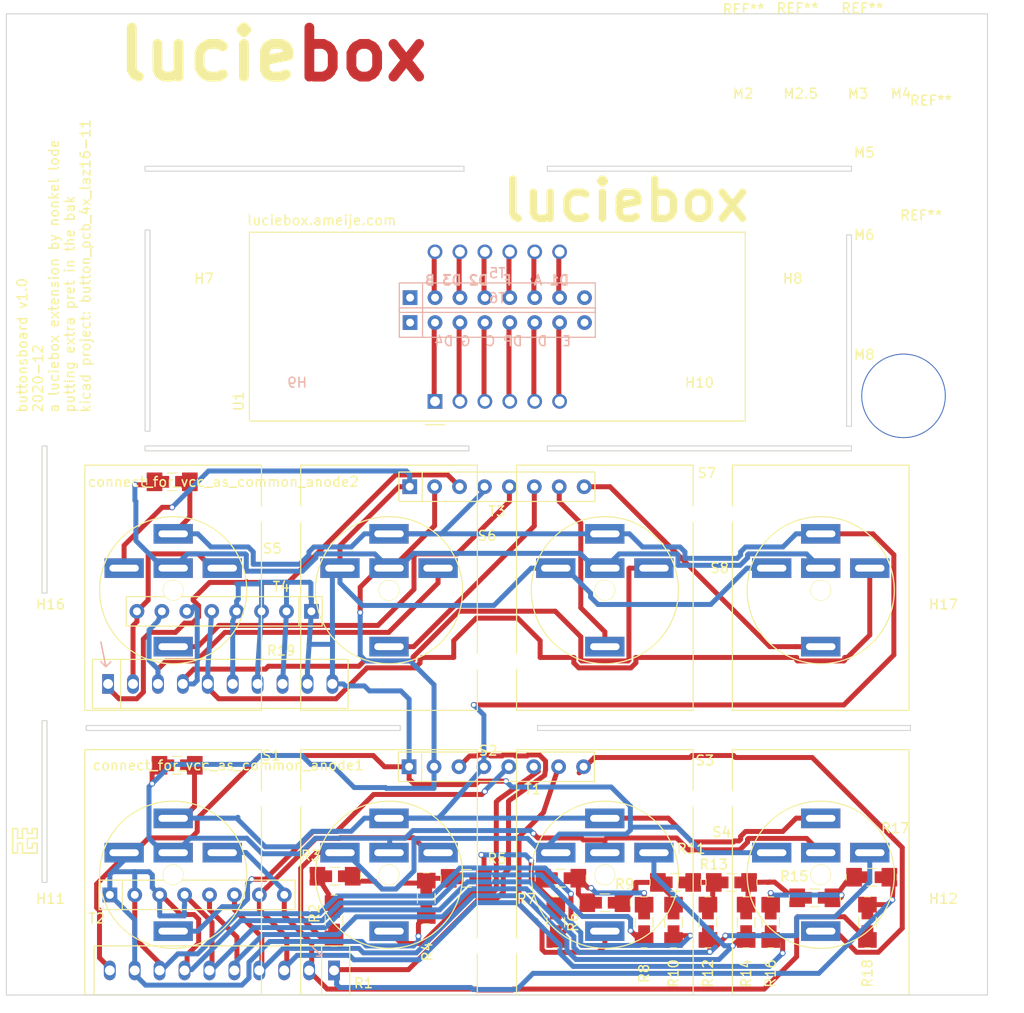
<source format=kicad_pcb>
(kicad_pcb (version 20171130) (host pcbnew "(5.1.5)-3")

  (general
    (thickness 1.6)
    (drawings 86)
    (tracks 757)
    (zones 0)
    (modules 58)
    (nets 46)
  )

  (page A4)
  (title_block
    (date "lun. 30 mars 2015")
  )

  (layers
    (0 F.Cu signal)
    (31 B.Cu signal)
    (32 B.Adhes user)
    (33 F.Adhes user)
    (34 B.Paste user)
    (35 F.Paste user)
    (36 B.SilkS user)
    (37 F.SilkS user)
    (38 B.Mask user)
    (39 F.Mask user)
    (40 Dwgs.User user)
    (41 Cmts.User user)
    (42 Eco1.User user)
    (43 Eco2.User user)
    (44 Edge.Cuts user)
    (45 Margin user)
    (46 B.CrtYd user)
    (47 F.CrtYd user)
    (48 B.Fab user)
    (49 F.Fab user)
  )

  (setup
    (last_trace_width 0.508)
    (user_trace_width 1.5)
    (trace_clearance 0.2)
    (zone_clearance 0.508)
    (zone_45_only no)
    (trace_min 0.2)
    (via_size 0.6)
    (via_drill 0.4)
    (via_min_size 0.4)
    (via_min_drill 0.3)
    (uvia_size 0.3)
    (uvia_drill 0.1)
    (uvias_allowed no)
    (uvia_min_size 0.2)
    (uvia_min_drill 0.1)
    (edge_width 0.15)
    (segment_width 0.15)
    (pcb_text_width 0.3)
    (pcb_text_size 1.5 1.5)
    (mod_edge_width 0.15)
    (mod_text_size 1 1)
    (mod_text_width 0.15)
    (pad_size 4.3 4.3)
    (pad_drill 4.3)
    (pad_to_mask_clearance 0)
    (solder_mask_min_width 0.25)
    (aux_axis_origin 0 0)
    (grid_origin 24.64 -57.96)
    (visible_elements 7FFFFFFF)
    (pcbplotparams
      (layerselection 0x010f0_ffffffff)
      (usegerberextensions true)
      (usegerberattributes false)
      (usegerberadvancedattributes false)
      (creategerberjobfile false)
      (excludeedgelayer true)
      (linewidth 0.100000)
      (plotframeref false)
      (viasonmask false)
      (mode 1)
      (useauxorigin false)
      (hpglpennumber 1)
      (hpglpenspeed 20)
      (hpglpendiameter 15.000000)
      (psnegative false)
      (psa4output false)
      (plotreference true)
      (plotvalue true)
      (plotinvisibletext false)
      (padsonsilk false)
      (subtractmaskfromsilk true)
      (outputformat 1)
      (mirror false)
      (drillshape 0)
      (scaleselection 1)
      (outputdirectory "Gerber/"))
  )

  (net 0 "")
  (net 1 GND)
  (net 2 "Net-(S1-Pad4)")
  (net 3 VCC)
  (net 4 "Net-(R1-Pad5)")
  (net 5 "Net-(R1-Pad4)")
  (net 6 "Net-(R1-Pad3)")
  (net 7 "Net-(R1-Pad2)")
  (net 8 /ANALOG_1)
  (net 9 "Net-(R2-Pad1)")
  (net 10 "Net-(R3-Pad1)")
  (net 11 "Net-(R5-Pad1)")
  (net 12 "Net-(R7-Pad1)")
  (net 13 "Net-(R10-Pad1)")
  (net 14 "Net-(R11-Pad1)")
  (net 15 "Net-(R13-Pad1)")
  (net 16 "Net-(R15-Pad1)")
  (net 17 "Net-(R19-Pad5)")
  (net 18 "Net-(R19-Pad4)")
  (net 19 "Net-(R19-Pad3)")
  (net 20 "Net-(R19-Pad2)")
  (net 21 /ANALOG_2)
  (net 22 "Net-(S1-Pad5)")
  (net 23 "Net-(S2-Pad5)")
  (net 24 "Net-(S3-Pad5)")
  (net 25 "Net-(S4-Pad5)")
  (net 26 "Net-(S5-Pad5)")
  (net 27 "Net-(S6-Pad5)")
  (net 28 "Net-(S7-Pad5)")
  (net 29 "Net-(S8-Pad5)")
  (net 30 "Net-(T5-Pad8)")
  (net 31 "Net-(T5-Pad1)")
  (net 32 "Net-(T6-Pad8)")
  (net 33 "Net-(T6-Pad1)")
  (net 34 /B)
  (net 35 /Digit3)
  (net 36 /Digit2)
  (net 37 /F)
  (net 38 /A)
  (net 39 /Digit1)
  (net 40 /Digit4)
  (net 41 /G)
  (net 42 /C)
  (net 43 /DP)
  (net 44 /D)
  (net 45 /E)

  (net_class Default "This is the default net class."
    (clearance 0.2)
    (trace_width 0.508)
    (via_dia 0.6)
    (via_drill 0.4)
    (uvia_dia 0.3)
    (uvia_drill 0.1)
    (add_net /A)
    (add_net /ANALOG_1)
    (add_net /ANALOG_2)
    (add_net /B)
    (add_net /C)
    (add_net /D)
    (add_net /DP)
    (add_net /Digit1)
    (add_net /Digit2)
    (add_net /Digit3)
    (add_net /Digit4)
    (add_net /E)
    (add_net /F)
    (add_net /G)
    (add_net GND)
    (add_net "Net-(R1-Pad2)")
    (add_net "Net-(R1-Pad3)")
    (add_net "Net-(R1-Pad4)")
    (add_net "Net-(R1-Pad5)")
    (add_net "Net-(R10-Pad1)")
    (add_net "Net-(R11-Pad1)")
    (add_net "Net-(R13-Pad1)")
    (add_net "Net-(R15-Pad1)")
    (add_net "Net-(R19-Pad2)")
    (add_net "Net-(R19-Pad3)")
    (add_net "Net-(R19-Pad4)")
    (add_net "Net-(R19-Pad5)")
    (add_net "Net-(R2-Pad1)")
    (add_net "Net-(R3-Pad1)")
    (add_net "Net-(R5-Pad1)")
    (add_net "Net-(R7-Pad1)")
    (add_net "Net-(S1-Pad4)")
    (add_net "Net-(S1-Pad5)")
    (add_net "Net-(S2-Pad5)")
    (add_net "Net-(S3-Pad5)")
    (add_net "Net-(S4-Pad5)")
    (add_net "Net-(S5-Pad5)")
    (add_net "Net-(S6-Pad5)")
    (add_net "Net-(S7-Pad5)")
    (add_net "Net-(S8-Pad5)")
    (add_net "Net-(T5-Pad1)")
    (add_net "Net-(T5-Pad8)")
    (add_net "Net-(T6-Pad1)")
    (add_net "Net-(T6-Pad8)")
    (add_net VCC)
  )

  (module Luciebox:MountingHole_4.3mm_M4 (layer F.Cu) (tedit 5FCFF300) (tstamp 5FD103AD)
    (at 95.5 -34.5)
    (descr "Mounting Hole 4.3mm, no annular, M4")
    (tags "mounting hole 4.3mm no annular m4")
    (path /5FFEC049)
    (attr virtual)
    (fp_text reference H17 (at 0 -5.3) (layer F.SilkS)
      (effects (font (size 1 1) (thickness 0.15)))
    )
    (fp_text value MountingHole (at 0 5.3) (layer F.Fab)
      (effects (font (size 1 1) (thickness 0.15)))
    )
    (fp_circle (center 0 0) (end 4.55 0) (layer F.CrtYd) (width 0.05))
    (fp_circle (center 0 0) (end 4.3 0) (layer Cmts.User) (width 0.15))
    (fp_text user %R (at 0.3 0) (layer F.Fab)
      (effects (font (size 1 1) (thickness 0.15)))
    )
    (pad "" np_thru_hole circle (at 0 0) (size 4.3 4.3) (drill 4.3) (layers *.Cu *.Mask)
      (clearance 2))
  )

  (module Luciebox:MountingHole_4.3mm_M4 (layer F.Cu) (tedit 5FCFF300) (tstamp 5FD103A5)
    (at 4.5 -34.5)
    (descr "Mounting Hole 4.3mm, no annular, M4")
    (tags "mounting hole 4.3mm no annular m4")
    (path /5FFEBD74)
    (attr virtual)
    (fp_text reference H16 (at 0 -5.3) (layer F.SilkS)
      (effects (font (size 1 1) (thickness 0.15)))
    )
    (fp_text value MountingHole (at 0 5.3) (layer F.Fab)
      (effects (font (size 1 1) (thickness 0.15)))
    )
    (fp_circle (center 0 0) (end 4.55 0) (layer F.CrtYd) (width 0.05))
    (fp_circle (center 0 0) (end 4.3 0) (layer Cmts.User) (width 0.15))
    (fp_text user %R (at 0.3 0) (layer F.Fab)
      (effects (font (size 1 1) (thickness 0.15)))
    )
    (pad "" np_thru_hole circle (at 0 0) (size 4.3 4.3) (drill 4.3) (layers *.Cu *.Mask)
      (clearance 2))
  )

  (module MountingHole:MountingHole_6.4mm_M6 (layer F.Cu) (tedit 56D1B4CB) (tstamp 5FD0DD42)
    (at 93.24 -72.06)
    (descr "Mounting Hole 6.4mm, no annular, M6")
    (tags "mounting hole 6.4mm no annular m6")
    (attr virtual)
    (fp_text reference REF** (at 0 -7.4) (layer F.SilkS)
      (effects (font (size 1 1) (thickness 0.15)))
    )
    (fp_text value MountingHole_6.4mm_M6 (at 0 7.4) (layer F.Fab)
      (effects (font (size 1 1) (thickness 0.15)))
    )
    (fp_circle (center 0 0) (end 6.65 0) (layer F.CrtYd) (width 0.05))
    (fp_circle (center 0 0) (end 6.4 0) (layer Cmts.User) (width 0.15))
    (fp_text user %R (at 0.3 0) (layer F.Fab)
      (effects (font (size 1 1) (thickness 0.15)))
    )
    (pad 1 np_thru_hole circle (at 0 0) (size 6.4 6.4) (drill 6.4) (layers *.Cu *.Mask))
  )

  (module MountingHole:MountingHole_5.3mm_M5 (layer F.Cu) (tedit 56D1B4CB) (tstamp 5FD0DC6E)
    (at 94.24 -84.86)
    (descr "Mounting Hole 5.3mm, no annular, M5")
    (tags "mounting hole 5.3mm no annular m5")
    (attr virtual)
    (fp_text reference REF** (at 0 -6.3) (layer F.SilkS)
      (effects (font (size 1 1) (thickness 0.15)))
    )
    (fp_text value MountingHole_5.3mm_M5 (at 0 6.3) (layer F.Fab)
      (effects (font (size 1 1) (thickness 0.15)))
    )
    (fp_circle (center 0 0) (end 5.55 0) (layer F.CrtYd) (width 0.05))
    (fp_circle (center 0 0) (end 5.3 0) (layer Cmts.User) (width 0.15))
    (fp_text user %R (at 0.3 0) (layer F.Fab)
      (effects (font (size 1 1) (thickness 0.15)))
    )
    (pad 1 np_thru_hole circle (at 0 0) (size 5.3 5.3) (drill 5.3) (layers *.Cu *.Mask))
  )

  (module MountingHole:MountingHole_2.7mm_M2.5 (layer F.Cu) (tedit 56D1B4CB) (tstamp 5FD0DB78)
    (at 80.64 -96.86)
    (descr "Mounting Hole 2.7mm, no annular, M2.5")
    (tags "mounting hole 2.7mm no annular m2.5")
    (attr virtual)
    (fp_text reference REF** (at 0 -3.7) (layer F.SilkS)
      (effects (font (size 1 1) (thickness 0.15)))
    )
    (fp_text value MountingHole_2.7mm_M2.5 (at 0 3.7) (layer F.Fab)
      (effects (font (size 1 1) (thickness 0.15)))
    )
    (fp_circle (center 0 0) (end 2.95 0) (layer F.CrtYd) (width 0.05))
    (fp_circle (center 0 0) (end 2.7 0) (layer Cmts.User) (width 0.15))
    (fp_text user %R (at 0.3 0) (layer F.Fab)
      (effects (font (size 1 1) (thickness 0.15)))
    )
    (pad 1 np_thru_hole circle (at 0 0) (size 2.7 2.7) (drill 2.7) (layers *.Cu *.Mask))
  )

  (module MountingHole:MountingHole_2.2mm_M2 (layer F.Cu) (tedit 56D1B4CB) (tstamp 5FD0DAB9)
    (at 75.14 -97.26)
    (descr "Mounting Hole 2.2mm, no annular, M2")
    (tags "mounting hole 2.2mm no annular m2")
    (attr virtual)
    (fp_text reference REF** (at 0 -3.2) (layer F.SilkS)
      (effects (font (size 1 1) (thickness 0.15)))
    )
    (fp_text value MountingHole_2.2mm_M2 (at 0 3.2) (layer F.Fab)
      (effects (font (size 1 1) (thickness 0.15)))
    )
    (fp_circle (center 0 0) (end 2.45 0) (layer F.CrtYd) (width 0.05))
    (fp_circle (center 0 0) (end 2.2 0) (layer Cmts.User) (width 0.15))
    (fp_text user %R (at 0.3 0) (layer F.Fab)
      (effects (font (size 1 1) (thickness 0.15)))
    )
    (pad 1 np_thru_hole circle (at 0 0) (size 2.2 2.2) (drill 2.2) (layers *.Cu *.Mask))
  )

  (module MountingHole:MountingHole_3.2mm_M3 (layer F.Cu) (tedit 56D1B4CB) (tstamp 5FD0D9D2)
    (at 87.24 -96.36)
    (descr "Mounting Hole 3.2mm, no annular, M3")
    (tags "mounting hole 3.2mm no annular m3")
    (attr virtual)
    (fp_text reference REF** (at 0 -4.2) (layer F.SilkS)
      (effects (font (size 1 1) (thickness 0.15)))
    )
    (fp_text value MountingHole_3.2mm_M3 (at 0 4.2) (layer F.Fab)
      (effects (font (size 1 1) (thickness 0.15)))
    )
    (fp_circle (center 0 0) (end 3.45 0) (layer F.CrtYd) (width 0.05))
    (fp_circle (center 0 0) (end 3.2 0) (layer Cmts.User) (width 0.15))
    (fp_text user %R (at 0.3 0) (layer F.Fab)
      (effects (font (size 1 1) (thickness 0.15)))
    )
    (pad 1 np_thru_hole circle (at 0 0) (size 3.2 3.2) (drill 3.2) (layers *.Cu *.Mask))
  )

  (module Luciebox:MountingHole_4.3mm_M4 (layer F.Cu) (tedit 5FCFF300) (tstamp 5FD07737)
    (at 50 -95.5)
    (descr "Mounting Hole 4.3mm, no annular, M4")
    (tags "mounting hole 4.3mm no annular m4")
    (path /5FFC62A6)
    (attr virtual)
    (fp_text reference H15 (at 0.34 0.14) (layer F.SilkS)
      (effects (font (size 1 1) (thickness 0.15)))
    )
    (fp_text value MountingHole (at 0 5.3) (layer F.Fab)
      (effects (font (size 1 1) (thickness 0.15)))
    )
    (fp_circle (center 0 0) (end 4.55 0) (layer F.CrtYd) (width 0.05))
    (fp_circle (center 0 0) (end 4.3 0) (layer Cmts.User) (width 0.15))
    (fp_text user %R (at 0.3 0) (layer F.Fab)
      (effects (font (size 1 1) (thickness 0.15)))
    )
    (pad "" np_thru_hole circle (at 0 0) (size 4.3 4.3) (drill 4.3) (layers *.Cu *.Mask)
      (clearance 2))
  )

  (module Luciebox:MountingHole_4.3mm_M4 (layer F.Cu) (tedit 5FCFF300) (tstamp 5FD06386)
    (at 95.5 -95.5)
    (descr "Mounting Hole 4.3mm, no annular, M4")
    (tags "mounting hole 4.3mm no annular m4")
    (path /5FFBD56F)
    (attr virtual)
    (fp_text reference H14 (at 0.14 0.74) (layer F.SilkS)
      (effects (font (size 1 1) (thickness 0.15)))
    )
    (fp_text value MountingHole (at 0 5.3) (layer F.Fab)
      (effects (font (size 1 1) (thickness 0.15)))
    )
    (fp_circle (center 0 0) (end 4.55 0) (layer F.CrtYd) (width 0.05))
    (fp_circle (center 0 0) (end 4.3 0) (layer Cmts.User) (width 0.15))
    (fp_text user %R (at 0.3 0) (layer F.Fab)
      (effects (font (size 1 1) (thickness 0.15)))
    )
    (pad "" np_thru_hole circle (at 0 0) (size 4.3 4.3) (drill 4.3) (layers *.Cu *.Mask)
      (clearance 2))
  )

  (module Luciebox:MountingHole_4.3mm_M4 (layer F.Cu) (tedit 5FCFF300) (tstamp 5FD0637E)
    (at 4.5 -95.5)
    (descr "Mounting Hole 4.3mm, no annular, M4")
    (tags "mounting hole 4.3mm no annular m4")
    (path /5FFBD226)
    (attr virtual)
    (fp_text reference H13 (at 0.04 -0.06) (layer F.SilkS)
      (effects (font (size 1 1) (thickness 0.15)))
    )
    (fp_text value MountingHole (at 0 5.3) (layer F.Fab)
      (effects (font (size 1 1) (thickness 0.15)))
    )
    (fp_circle (center 0 0) (end 4.55 0) (layer F.CrtYd) (width 0.05))
    (fp_circle (center 0 0) (end 4.3 0) (layer Cmts.User) (width 0.15))
    (fp_text user %R (at 0.3 0) (layer F.Fab)
      (effects (font (size 1 1) (thickness 0.15)))
    )
    (pad "" np_thru_hole circle (at 0 0) (size 4.3 4.3) (drill 4.3) (layers *.Cu *.Mask)
      (clearance 2))
  )

  (module Luciebox:MountingHole_4.3mm_M4 (layer F.Cu) (tedit 5FCFF300) (tstamp 5FD04380)
    (at 95.5 -4.5)
    (descr "Mounting Hole 4.3mm, no annular, M4")
    (tags "mounting hole 4.3mm no annular m4")
    (path /5FF21667)
    (attr virtual)
    (fp_text reference H12 (at 0 -5.3) (layer F.SilkS)
      (effects (font (size 1 1) (thickness 0.15)))
    )
    (fp_text value MountingHole (at 0 5.3) (layer F.Fab)
      (effects (font (size 1 1) (thickness 0.15)))
    )
    (fp_circle (center 0 0) (end 4.55 0) (layer F.CrtYd) (width 0.05))
    (fp_circle (center 0 0) (end 4.3 0) (layer Cmts.User) (width 0.15))
    (fp_text user %R (at 0.3 0) (layer F.Fab)
      (effects (font (size 1 1) (thickness 0.15)))
    )
    (pad "" np_thru_hole circle (at 0 0) (size 4.3 4.3) (drill 4.3) (layers *.Cu *.Mask)
      (clearance 2))
  )

  (module Luciebox:MountingHole_4.3mm_M4 (layer F.Cu) (tedit 5FCFF300) (tstamp 5FD01EA3)
    (at 4.5 -4.5)
    (descr "Mounting Hole 4.3mm, no annular, M4")
    (tags "mounting hole 4.3mm no annular m4")
    (path /5FF16694)
    (attr virtual)
    (fp_text reference H11 (at 0 -5.3) (layer F.SilkS)
      (effects (font (size 1 1) (thickness 0.15)))
    )
    (fp_text value MountingHole (at 0 5.3) (layer F.Fab)
      (effects (font (size 1 1) (thickness 0.15)))
    )
    (fp_text user %R (at 73 -0.5) (layer F.Fab)
      (effects (font (size 1 1) (thickness 0.15)))
    )
    (fp_circle (center 0 0) (end 4.3 0) (layer Cmts.User) (width 0.15))
    (fp_circle (center 0 0) (end 4.55 0) (layer F.CrtYd) (width 0.05))
    (pad "" np_thru_hole circle (at 0 0) (size 4.3 4.3) (drill 4.3) (layers *.Cu *.Mask)
      (clearance 2))
  )

  (module Luciebox:button_LAZ16-11 (layer F.Cu) (tedit 5FCFA4F1) (tstamp 5FCF156E)
    (at 17 -14.5)
    (path /5FCA721B)
    (fp_text reference S1 (at 10 -9.9) (layer F.SilkS)
      (effects (font (size 1 1) (thickness 0.15)))
    )
    (fp_text value button_laz16-11 (at 1 -9) (layer F.Fab)
      (effects (font (size 1 1) (thickness 0.15)))
    )
    (fp_circle (center 0 2.25) (end 1 2.3) (layer F.SilkS) (width 0.12))
    (fp_circle (center 0 2.25) (end 7.5 2.25) (layer F.SilkS) (width 0.12))
    (fp_line (start -9 -10.5) (end -9 -9.5) (layer F.SilkS) (width 0.12))
    (fp_line (start 9 -10.5) (end 9 -9.5) (layer F.SilkS) (width 0.12))
    (fp_line (start -9 14.5) (end -9 -9.5) (layer F.SilkS) (width 0.12))
    (fp_line (start 9 14.5) (end -9 14.5) (layer F.SilkS) (width 0.12))
    (fp_line (start 9 -9.5) (end 9 14.5) (layer F.SilkS) (width 0.12))
    (fp_line (start -9 -10.5) (end 9 -10.5) (layer F.SilkS) (width 0.12))
    (pad "" np_thru_hole circle (at 0 2.25) (size 2 2) (drill 2) (layers *.Cu *.Mask))
    (pad 5 thru_hole rect (at 0 8) (size 4 2) (drill oval 3 0.7) (layers *.Cu *.Mask)
      (net 22 "Net-(S1-Pad5)"))
    (pad 4 thru_hole rect (at 0 -3.5) (size 4 2) (drill oval 3 0.7) (layers *.Cu *.Mask)
      (net 2 "Net-(S1-Pad4)"))
    (pad 3 thru_hole rect (at 5 0) (size 4 2) (drill oval 3 0.7) (layers *.Cu *.Mask)
      (net 7 "Net-(R1-Pad2)"))
    (pad 1 thru_hole rect (at 0 0) (size 4 2) (drill oval 3 0.7) (layers *.Cu *.Mask)
      (net 3 VCC))
    (pad 2 thru_hole rect (at -5 0) (size 4 2) (drill oval 3 0.7) (layers *.Cu *.Mask)
      (net 1 GND))
  )

  (module Luciebox:1206_0805 (layer F.Cu) (tedit 5FCEFD67) (tstamp 5FCF14EF)
    (at 33.4 -7.566 270)
    (descr http://media.digikey.com/pdf/Data%20Sheets/Lite-On%20PDFs/LTST-C230KFKT_5-24-06.pdf)
    (path /5FD2D965)
    (attr smd)
    (fp_text reference R2 (at -0.734 2 90) (layer F.SilkS)
      (effects (font (size 1 1) (thickness 0.15)))
    )
    (fp_text value R_Small (at 0 2.6 90) (layer F.Fab)
      (effects (font (size 1 1) (thickness 0.15)))
    )
    (fp_line (start -1.6 0.8) (end 1.6 0.8) (layer F.Fab) (width 0.1))
    (fp_line (start -1.6 -0.8) (end 1.6 -0.8) (layer F.Fab) (width 0.1))
    (fp_line (start 1.6 -0.8) (end 1.6 0.8) (layer F.Fab) (width 0.1))
    (fp_line (start -1.6 -0.8) (end -1.6 0.8) (layer F.Fab) (width 0.1))
    (fp_line (start -2.8 1.15) (end 2.8 1.15) (layer F.CrtYd) (width 0.05))
    (fp_line (start -2.8 -1.15) (end -2.8 1.15) (layer F.CrtYd) (width 0.05))
    (fp_line (start 2.8 -1.15) (end -2.8 -1.15) (layer F.CrtYd) (width 0.05))
    (fp_line (start 2.8 1.15) (end 2.8 -1.15) (layer F.CrtYd) (width 0.05))
    (fp_text user %R (at 5.08 0 90) (layer F.Fab)
      (effects (font (size 1 1) (thickness 0.15)))
    )
    (fp_line (start 0 -0.9) (end 0.5 -0.9) (layer F.SilkS) (width 0.1))
    (fp_line (start 0 -0.9) (end -0.5 -0.9) (layer F.SilkS) (width 0.1))
    (fp_line (start 0 0.9) (end 0.5 0.9) (layer F.SilkS) (width 0.1))
    (fp_line (start 0 0.9) (end -0.5 0.9) (layer F.SilkS) (width 0.1))
    (fp_line (start -2.6 -0.3) (end -2.6 0.3) (layer F.SilkS) (width 0.1))
    (fp_line (start 2.6 -0.3) (end 2.6 0.3) (layer F.SilkS) (width 0.1))
    (pad 2 smd custom (at 1.8 0 270) (size 1.5 1.8) (layers F.Cu F.Paste F.Mask)
      (net 1 GND)
      (options (clearance outline) (anchor rect))
      (primitives
        (gr_poly (pts
           (xy -0.75 0.55) (xy -1.45 0.55) (xy -1.45 -0.55) (xy -0.75 -0.55) (xy -0.75 -0.9)
           (xy 0.75 -0.9) (xy 0.75 0.9) (xy 0.4 0.9) (xy -0.75 0.9)) (width 0.1))
      ))
    (pad 1 smd custom (at -1.8 0 270) (size 1.5 1.8) (layers F.Cu F.Paste F.Mask)
      (net 9 "Net-(R2-Pad1)")
      (options (clearance outline) (anchor rect))
      (primitives
        (gr_poly (pts
           (xy 0.75 -0.55) (xy 1.45 -0.55) (xy 1.45 0.55) (xy 0.75 0.55) (xy 0.75 0.9)
           (xy -0.75 0.9) (xy -0.75 -0.9) (xy -0.4 -0.9) (xy 0.75 -0.9)) (width 0.1))
      ))
  )

  (module Luciebox:MountingHole_4.3mm_M4 (layer B.Cu) (tedit 5FCFF300) (tstamp 5FD027F9)
    (at 70.64 -67.71)
    (descr "Mounting Hole 4.3mm, no annular, M4")
    (tags "mounting hole 4.3mm no annular m4")
    (path /5FF14FFD)
    (attr virtual)
    (fp_text reference H10 (at 0 5.3) (layer F.SilkS)
      (effects (font (size 1 1) (thickness 0.15)))
    )
    (fp_text value MountingHole (at 0 -5.3) (layer B.Fab)
      (effects (font (size 1 1) (thickness 0.15)) (justify mirror))
    )
    (fp_circle (center 0 0) (end 4.55 0) (layer B.CrtYd) (width 0.05))
    (fp_circle (center 0 0) (end 4.3 0) (layer Cmts.User) (width 0.15))
    (fp_text user %R (at 0.3 0) (layer B.Fab)
      (effects (font (size 1 1) (thickness 0.15)) (justify mirror))
    )
    (pad "" np_thru_hole circle (at 0 0) (size 4.3 4.3) (drill 4.3) (layers *.Cu *.Mask)
      (clearance 2))
  )

  (module Luciebox:MountingHole_4.3mm_M4 (layer B.Cu) (tedit 5FCFF300) (tstamp 5FD0280E)
    (at 29.64 -67.71)
    (descr "Mounting Hole 4.3mm, no annular, M4")
    (tags "mounting hole 4.3mm no annular m4")
    (path /5FF2165D)
    (attr virtual)
    (fp_text reference H9 (at 0 5.3) (layer B.SilkS)
      (effects (font (size 1 1) (thickness 0.15)) (justify mirror))
    )
    (fp_text value MountingHole (at 0 -5.3) (layer B.Fab)
      (effects (font (size 1 1) (thickness 0.15)) (justify mirror))
    )
    (fp_circle (center 0 0) (end 4.55 0) (layer B.CrtYd) (width 0.05))
    (fp_circle (center 0 0) (end 4.3 0) (layer Cmts.User) (width 0.15))
    (fp_text user %R (at 0.3 0) (layer B.Fab)
      (effects (font (size 1 1) (thickness 0.15)) (justify mirror))
    )
    (pad "" np_thru_hole circle (at 0 0) (size 4.3 4.3) (drill 4.3) (layers *.Cu *.Mask)
      (clearance 2))
  )

  (module Luciebox:MountingHole_4.3mm_M4 (layer F.Cu) (tedit 5FCFF300) (tstamp 5FD028B0)
    (at 80.14 -67.71)
    (descr "Mounting Hole 4.3mm, no annular, M4")
    (tags "mounting hole 4.3mm no annular m4")
    (path /5FF1668A)
    (attr virtual)
    (fp_text reference H8 (at 0 -5.3) (layer F.SilkS)
      (effects (font (size 1 1) (thickness 0.15)))
    )
    (fp_text value MountingHole (at 0 5.3) (layer F.Fab)
      (effects (font (size 1 1) (thickness 0.15)))
    )
    (fp_circle (center 0 0) (end 4.55 0) (layer F.CrtYd) (width 0.05))
    (fp_circle (center 0 0) (end 4.3 0) (layer Cmts.User) (width 0.15))
    (fp_text user %R (at 0.3 0) (layer F.Fab)
      (effects (font (size 1 1) (thickness 0.15)))
    )
    (pad "" np_thru_hole circle (at 0 0) (size 4.3 4.3) (drill 4.3) (layers *.Cu *.Mask)
      (clearance 2))
  )

  (module Luciebox:MountingHole_4.3mm_M4 (layer F.Cu) (tedit 5FCFF300) (tstamp 5FD02823)
    (at 20.14 -67.71)
    (descr "Mounting Hole 4.3mm, no annular, M4")
    (tags "mounting hole 4.3mm no annular m4")
    (path /5FF14E02)
    (attr virtual)
    (fp_text reference H7 (at 0 -5.3) (layer F.SilkS)
      (effects (font (size 1 1) (thickness 0.15)))
    )
    (fp_text value MountingHole (at 0 5.3) (layer F.Fab)
      (effects (font (size 1 1) (thickness 0.15)))
    )
    (fp_circle (center 0 0) (end 4.55 0) (layer F.CrtYd) (width 0.05))
    (fp_circle (center 0 0) (end 4.3 0) (layer Cmts.User) (width 0.15))
    (fp_text user %R (at 0.3 0) (layer F.Fab)
      (effects (font (size 1 1) (thickness 0.15)))
    )
    (pad "" np_thru_hole circle (at 0 0) (size 4.3 4.3) (drill 4.3) (layers *.Cu *.Mask)
      (clearance 2))
  )

  (module Luciebox:MountingHole_4.3mm_M4 (layer F.Cu) (tedit 5FCFF300) (tstamp 5FCF1EDF)
    (at 72 -49)
    (descr "Mounting Hole 4.3mm, no annular, M4")
    (tags "mounting hole 4.3mm no annular m4")
    (path /5FF21653)
    (attr virtual)
    (fp_text reference H6 (at -0.6 -0.4) (layer F.SilkS)
      (effects (font (size 1 1) (thickness 0.15)))
    )
    (fp_text value MountingHole (at 0 5.3) (layer F.Fab)
      (effects (font (size 1 1) (thickness 0.15)))
    )
    (fp_circle (center 0 0) (end 4.55 0) (layer F.CrtYd) (width 0.05))
    (fp_circle (center 0 0) (end 4.3 0) (layer Cmts.User) (width 0.15))
    (fp_text user %R (at 0.3 0) (layer F.Fab)
      (effects (font (size 1 1) (thickness 0.15)))
    )
    (pad "" np_thru_hole circle (at 0 0) (size 4.3 4.3) (drill 4.3) (layers *.Cu *.Mask)
      (clearance 2))
  )

  (module Luciebox:MountingHole_4.3mm_M4 (layer F.Cu) (tedit 5FCFF300) (tstamp 5FCF1FC6)
    (at 50 -34)
    (descr "Mounting Hole 4.3mm, no annular, M4")
    (tags "mounting hole 4.3mm no annular m4")
    (path /5FF16680)
    (attr virtual)
    (fp_text reference H5 (at -0.2 0) (layer F.SilkS)
      (effects (font (size 1 1) (thickness 0.15)))
    )
    (fp_text value MountingHole (at 0 5.3) (layer F.Fab)
      (effects (font (size 1 1) (thickness 0.15)))
    )
    (fp_circle (center 0 0) (end 4.55 0) (layer F.CrtYd) (width 0.05))
    (fp_circle (center 0 0) (end 4.3 0) (layer Cmts.User) (width 0.15))
    (fp_text user %R (at 0.3 0) (layer F.Fab)
      (effects (font (size 1 1) (thickness 0.15)))
    )
    (pad "" np_thru_hole circle (at 0 0) (size 4.3 4.3) (drill 4.3) (layers *.Cu *.Mask)
      (clearance 2))
  )

  (module Luciebox:MountingHole_4.3mm_M4 (layer F.Cu) (tedit 5FCFF300) (tstamp 5FCF1F87)
    (at 28 -49)
    (descr "Mounting Hole 4.3mm, no annular, M4")
    (tags "mounting hole 4.3mm no annular m4")
    (path /5FF146C0)
    (attr virtual)
    (fp_text reference H4 (at -0.1 -0.2) (layer F.SilkS)
      (effects (font (size 1 1) (thickness 0.15)))
    )
    (fp_text value MountingHole (at 0 5.3) (layer F.Fab)
      (effects (font (size 1 1) (thickness 0.15)))
    )
    (fp_circle (center 0 0) (end 4.55 0) (layer F.CrtYd) (width 0.05))
    (fp_circle (center 0 0) (end 4.3 0) (layer Cmts.User) (width 0.15))
    (fp_text user %R (at 0.3 0) (layer F.Fab)
      (effects (font (size 1 1) (thickness 0.15)))
    )
    (pad "" np_thru_hole circle (at 0 0) (size 4.3 4.3) (drill 4.3) (layers *.Cu *.Mask)
      (clearance 2))
  )

  (module Luciebox:MountingHole_4.3mm_M4 (layer F.Cu) (tedit 5FCFF300) (tstamp 5FCF1F9C)
    (at 50 -5)
    (descr "Mounting Hole 4.3mm, no annular, M4")
    (tags "mounting hole 4.3mm no annular m4")
    (path /5FF21649)
    (attr virtual)
    (fp_text reference H3 (at -0.1 0.2) (layer F.SilkS)
      (effects (font (size 1 1) (thickness 0.15)))
    )
    (fp_text value MountingHole (at 0 5.3) (layer F.Fab)
      (effects (font (size 1 1) (thickness 0.15)))
    )
    (fp_circle (center 0 0) (end 4.55 0) (layer F.CrtYd) (width 0.05))
    (fp_circle (center 0 0) (end 4.3 0) (layer Cmts.User) (width 0.15))
    (fp_text user %R (at 0.3 0) (layer F.Fab)
      (effects (font (size 1 1) (thickness 0.15)))
    )
    (pad "" np_thru_hole circle (at 0 0) (size 4.3 4.3) (drill 4.3) (layers *.Cu *.Mask)
      (clearance 2))
  )

  (module Luciebox:MountingHole_4.3mm_M4 (layer F.Cu) (tedit 5FCFF300) (tstamp 5FCF1FB1)
    (at 28 -20)
    (descr "Mounting Hole 4.3mm, no annular, M4")
    (tags "mounting hole 4.3mm no annular m4")
    (path /5FF16676)
    (attr virtual)
    (fp_text reference H2 (at -0.5 -0.6) (layer F.SilkS)
      (effects (font (size 1 1) (thickness 0.15)))
    )
    (fp_text value MountingHole (at 0 5.3) (layer F.Fab)
      (effects (font (size 1 1) (thickness 0.15)))
    )
    (fp_circle (center 0 0) (end 4.55 0) (layer F.CrtYd) (width 0.05))
    (fp_circle (center 0 0) (end 4.3 0) (layer Cmts.User) (width 0.15))
    (fp_text user %R (at 0.3 0) (layer F.Fab)
      (effects (font (size 1 1) (thickness 0.15)))
    )
    (pad "" np_thru_hole circle (at 0 0) (size 4.3 4.3) (drill 4.3) (layers *.Cu *.Mask)
      (clearance 2))
  )

  (module Luciebox:MountingHole_4.3mm_M4 (layer F.Cu) (tedit 5FCFF300) (tstamp 5FCF282F)
    (at 72 -20)
    (descr "Mounting Hole 4.3mm, no annular, M4")
    (tags "mounting hole 4.3mm no annular m4")
    (path /5FF140D9)
    (attr virtual)
    (fp_text reference H1 (at 0 -0.1) (layer F.SilkS)
      (effects (font (size 1 1) (thickness 0.15)))
    )
    (fp_text value MountingHole (at 0 5.3) (layer F.Fab)
      (effects (font (size 1 1) (thickness 0.15)))
    )
    (fp_circle (center 0 0) (end 4.55 0) (layer F.CrtYd) (width 0.05))
    (fp_circle (center 0 0) (end 4.3 0) (layer Cmts.User) (width 0.15))
    (fp_text user %R (at 0.3 0) (layer F.Fab)
      (effects (font (size 1 1) (thickness 0.15)))
    )
    (pad "" np_thru_hole circle (at 0 0) (size 4.3 4.3) (drill 4.3) (layers *.Cu *.Mask)
      (clearance 2))
  )

  (module Display_7Segment:CA56-12SRWA (layer F.Cu) (tedit 5A02FE84) (tstamp 5FCFBA5C)
    (at 43.69 -60.5 90)
    (descr "4 digit 7 segment green LED, http://www.kingbrightusa.com/images/catalog/SPEC/CA56-12SRWA.pdf")
    (tags "4 digit 7 segment green LED")
    (path /5FDD9307)
    (fp_text reference U1 (at 0 -20 90) (layer F.SilkS)
      (effects (font (size 1 1) (thickness 0.15)))
    )
    (fp_text value 4digit_7segments_common_anode_CA56-12SRWA (at -3.27 2.91) (layer F.Fab)
      (effects (font (size 1 1) (thickness 0.15)))
    )
    (fp_text user %R (at 8.128 6.604 90) (layer F.Fab)
      (effects (font (size 1 1) (thickness 0.15)))
    )
    (fp_line (start -1.88 1) (end -1.88 31.5) (layer F.Fab) (width 0.1))
    (fp_line (start -1.88 31.5) (end 17.12 31.5) (layer F.Fab) (width 0.1))
    (fp_line (start 17.12 -18.8) (end 17.12 31.5) (layer F.Fab) (width 0.1))
    (fp_line (start -1.88 -18.8) (end 17.12 -18.8) (layer F.Fab) (width 0.1))
    (fp_line (start -2.38 -1) (end -2.38 1) (layer F.SilkS) (width 0.12))
    (fp_line (start -2.13 31.75) (end -2.13 -19.05) (layer F.CrtYd) (width 0.05))
    (fp_line (start 17.37 31.75) (end -2.13 31.75) (layer F.CrtYd) (width 0.05))
    (fp_line (start 17.37 -19.05) (end 17.37 31.75) (layer F.CrtYd) (width 0.05))
    (fp_line (start -2.13 -19.05) (end 17.37 -19.05) (layer F.CrtYd) (width 0.05))
    (fp_line (start -1.88 -1) (end -1.88 -18.8) (layer F.Fab) (width 0.1))
    (fp_line (start -0.88 0) (end -1.88 -1) (layer F.Fab) (width 0.1))
    (fp_line (start -1.88 1) (end -0.88 0) (layer F.Fab) (width 0.1))
    (fp_line (start 17.24 31.62) (end 17.24 -18.92) (layer F.SilkS) (width 0.12))
    (fp_line (start -2 31.62) (end 17.24 31.62) (layer F.SilkS) (width 0.12))
    (fp_line (start -2 -18.92) (end -2 31.62) (layer F.SilkS) (width 0.12))
    (fp_line (start -2 -18.92) (end 17.24 -18.92) (layer F.SilkS) (width 0.12))
    (pad 12 thru_hole circle (at 15.24 0 90) (size 1.5 1.5) (drill 1) (layers *.Cu *.Mask)
      (net 39 /Digit1))
    (pad 11 thru_hole circle (at 15.24 2.54 90) (size 1.5 1.5) (drill 1) (layers *.Cu *.Mask)
      (net 38 /A))
    (pad 10 thru_hole circle (at 15.24 5.08 90) (size 1.5 1.5) (drill 1) (layers *.Cu *.Mask)
      (net 37 /F))
    (pad 9 thru_hole circle (at 15.24 7.62 90) (size 1.5 1.5) (drill 1) (layers *.Cu *.Mask)
      (net 36 /Digit2))
    (pad 8 thru_hole circle (at 15.24 10.16 90) (size 1.5 1.5) (drill 1) (layers *.Cu *.Mask)
      (net 35 /Digit3))
    (pad 7 thru_hole circle (at 15.24 12.7 90) (size 1.5 1.5) (drill 1) (layers *.Cu *.Mask)
      (net 34 /B))
    (pad 6 thru_hole circle (at 0 12.7 90) (size 1.5 1.5) (drill 1) (layers *.Cu *.Mask)
      (net 40 /Digit4))
    (pad 5 thru_hole circle (at 0 10.16 90) (size 1.5 1.5) (drill 1) (layers *.Cu *.Mask)
      (net 41 /G))
    (pad 4 thru_hole circle (at 0 7.62 90) (size 1.5 1.5) (drill 1) (layers *.Cu *.Mask)
      (net 42 /C))
    (pad 3 thru_hole circle (at 0 5.08 90) (size 1.5 1.5) (drill 1) (layers *.Cu *.Mask)
      (net 43 /DP))
    (pad 2 thru_hole circle (at 0 2.54 90) (size 1.5 1.5) (drill 1) (layers *.Cu *.Mask)
      (net 44 /D))
    (pad 1 thru_hole rect (at 0 0 90) (size 1.5 1.5) (drill 1) (layers *.Cu *.Mask)
      (net 45 /E))
    (model ${KISYS3DMOD}/Display_7Segment.3dshapes/CA56-12SRWA.wrl
      (at (xyz 0 0 0))
      (scale (xyz 1 1 1))
      (rotate (xyz 0 0 0))
    )
  )

  (module Luciebox:Terminal_8x1_100mil (layer B.Cu) (tedit 5FCF9EA0) (tstamp 5FD02845)
    (at 50.04 -68.53)
    (path /5FDDAE5B)
    (fp_text reference T6 (at 0 -2.5) (layer B.SilkS)
      (effects (font (size 1 1) (thickness 0.15)) (justify mirror))
    )
    (fp_text value terminal_8x1 (at 0 2.5) (layer B.Fab)
      (effects (font (size 1 1) (thickness 0.15)) (justify mirror))
    )
    (fp_line (start -10.16 -1.27) (end -10.16 1.27) (layer B.CrtYd) (width 0.0254))
    (fp_line (start 10.16 -1.27) (end -10.16 -1.27) (layer B.CrtYd) (width 0.0254))
    (fp_line (start 10.16 1.27) (end 10.16 -1.27) (layer B.CrtYd) (width 0.0254))
    (fp_line (start -10.16 1.27) (end 10.16 1.27) (layer B.CrtYd) (width 0.0254))
    (fp_line (start -7.62 1.5) (end -7.62 -1.5) (layer B.SilkS) (width 0.12))
    (fp_line (start -9.99 -1.5) (end -9.99 1.5) (layer B.SilkS) (width 0.12))
    (fp_line (start 9.99 -1.5) (end -9.99 -1.5) (layer B.SilkS) (width 0.12))
    (fp_line (start 9.99 1.5) (end 9.99 -1.5) (layer B.SilkS) (width 0.12))
    (fp_line (start -9.99 1.5) (end 9.99 1.5) (layer B.SilkS) (width 0.12))
    (pad 8 thru_hole circle (at 8.89 0) (size 1.5 1.5) (drill 0.8) (layers *.Cu *.Mask)
      (net 32 "Net-(T6-Pad8)"))
    (pad 7 thru_hole circle (at 6.35 0) (size 1.5 1.5) (drill 0.8) (layers *.Cu *.Mask)
      (net 40 /Digit4))
    (pad 6 thru_hole circle (at 3.81 0) (size 1.5 1.5) (drill 0.8) (layers *.Cu *.Mask)
      (net 41 /G))
    (pad 5 thru_hole circle (at 1.27 0) (size 1.5 1.5) (drill 0.8) (layers *.Cu *.Mask)
      (net 42 /C))
    (pad 4 thru_hole circle (at -1.27 0) (size 1.5 1.5) (drill 0.8) (layers *.Cu *.Mask)
      (net 43 /DP))
    (pad 3 thru_hole circle (at -3.81 0) (size 1.5 1.5) (drill 0.8) (layers *.Cu *.Mask)
      (net 44 /D))
    (pad 2 thru_hole circle (at -6.35 0) (size 1.5 1.5) (drill 0.8) (layers *.Cu *.Mask)
      (net 45 /E))
    (pad 1 thru_hole rect (at -8.89 0) (size 1.5 1.5) (drill 0.8) (layers *.Cu *.Mask)
      (net 33 "Net-(T6-Pad1)"))
  )

  (module Luciebox:Terminal_8x1_100mil (layer B.Cu) (tedit 5FCF9EA0) (tstamp 5FD02881)
    (at 50.04 -71.07)
    (path /5FDDA753)
    (fp_text reference T5 (at 0 -2.5) (layer B.SilkS)
      (effects (font (size 1 1) (thickness 0.15)) (justify mirror))
    )
    (fp_text value terminal_8x1 (at 0 2.5) (layer B.Fab)
      (effects (font (size 1 1) (thickness 0.15)) (justify mirror))
    )
    (fp_line (start -10.16 -1.27) (end -10.16 1.27) (layer B.CrtYd) (width 0.0254))
    (fp_line (start 10.16 -1.27) (end -10.16 -1.27) (layer B.CrtYd) (width 0.0254))
    (fp_line (start 10.16 1.27) (end 10.16 -1.27) (layer B.CrtYd) (width 0.0254))
    (fp_line (start -10.16 1.27) (end 10.16 1.27) (layer B.CrtYd) (width 0.0254))
    (fp_line (start -7.62 1.5) (end -7.62 -1.5) (layer B.SilkS) (width 0.12))
    (fp_line (start -9.99 -1.5) (end -9.99 1.5) (layer B.SilkS) (width 0.12))
    (fp_line (start 9.99 -1.5) (end -9.99 -1.5) (layer B.SilkS) (width 0.12))
    (fp_line (start 9.99 1.5) (end 9.99 -1.5) (layer B.SilkS) (width 0.12))
    (fp_line (start -9.99 1.5) (end 9.99 1.5) (layer B.SilkS) (width 0.12))
    (pad 8 thru_hole circle (at 8.89 0) (size 1.5 1.5) (drill 0.8) (layers *.Cu *.Mask)
      (net 30 "Net-(T5-Pad8)"))
    (pad 7 thru_hole circle (at 6.35 0) (size 1.5 1.5) (drill 0.8) (layers *.Cu *.Mask)
      (net 34 /B))
    (pad 6 thru_hole circle (at 3.81 0) (size 1.5 1.5) (drill 0.8) (layers *.Cu *.Mask)
      (net 35 /Digit3))
    (pad 5 thru_hole circle (at 1.27 0) (size 1.5 1.5) (drill 0.8) (layers *.Cu *.Mask)
      (net 36 /Digit2))
    (pad 4 thru_hole circle (at -1.27 0) (size 1.5 1.5) (drill 0.8) (layers *.Cu *.Mask)
      (net 37 /F))
    (pad 3 thru_hole circle (at -3.81 0) (size 1.5 1.5) (drill 0.8) (layers *.Cu *.Mask)
      (net 38 /A))
    (pad 2 thru_hole circle (at -6.35 0) (size 1.5 1.5) (drill 0.8) (layers *.Cu *.Mask)
      (net 39 /Digit1))
    (pad 1 thru_hole rect (at -8.89 0) (size 1.5 1.5) (drill 0.8) (layers *.Cu *.Mask)
      (net 31 "Net-(T5-Pad1)"))
  )

  (module Luciebox:Terminal_8x1_100mil (layer F.Cu) (tedit 5FCF9EA0) (tstamp 5FCA80D0)
    (at 22.2 -39.1 180)
    (path /5FDB2C61)
    (fp_text reference T4 (at -5.8 2.5) (layer F.SilkS)
      (effects (font (size 1 1) (thickness 0.15)))
    )
    (fp_text value terminal_8x1 (at 0 -2.5) (layer F.Fab)
      (effects (font (size 1 1) (thickness 0.15)))
    )
    (fp_line (start -10.16 1.27) (end -10.16 -1.27) (layer F.CrtYd) (width 0.0254))
    (fp_line (start 10.16 1.27) (end -10.16 1.27) (layer F.CrtYd) (width 0.0254))
    (fp_line (start 10.16 -1.27) (end 10.16 1.27) (layer F.CrtYd) (width 0.0254))
    (fp_line (start -10.16 -1.27) (end 10.16 -1.27) (layer F.CrtYd) (width 0.0254))
    (fp_line (start -7.62 -1.5) (end -7.62 1.5) (layer F.SilkS) (width 0.12))
    (fp_line (start -9.99 1.5) (end -9.99 -1.5) (layer F.SilkS) (width 0.12))
    (fp_line (start 9.99 1.5) (end -9.99 1.5) (layer F.SilkS) (width 0.12))
    (fp_line (start 9.99 -1.5) (end 9.99 1.5) (layer F.SilkS) (width 0.12))
    (fp_line (start -9.99 -1.5) (end 9.99 -1.5) (layer F.SilkS) (width 0.12))
    (pad 8 thru_hole circle (at 8.89 0 180) (size 1.5 1.5) (drill 0.8) (layers *.Cu *.Mask)
      (net 20 "Net-(R19-Pad2)"))
    (pad 7 thru_hole circle (at 6.35 0 180) (size 1.5 1.5) (drill 0.8) (layers *.Cu *.Mask)
      (net 19 "Net-(R19-Pad3)"))
    (pad 6 thru_hole circle (at 3.81 0 180) (size 1.5 1.5) (drill 0.8) (layers *.Cu *.Mask)
      (net 18 "Net-(R19-Pad4)"))
    (pad 5 thru_hole circle (at 1.27 0 180) (size 1.5 1.5) (drill 0.8) (layers *.Cu *.Mask)
      (net 17 "Net-(R19-Pad5)"))
    (pad 4 thru_hole circle (at -1.27 0 180) (size 1.5 1.5) (drill 0.8) (layers *.Cu *.Mask)
      (net 1 GND))
    (pad 3 thru_hole circle (at -3.81 0 180) (size 1.5 1.5) (drill 0.8) (layers *.Cu *.Mask)
      (net 1 GND))
    (pad 2 thru_hole circle (at -6.35 0 180) (size 1.5 1.5) (drill 0.8) (layers *.Cu *.Mask)
      (net 1 GND))
    (pad 1 thru_hole rect (at -8.89 0 180) (size 1.5 1.5) (drill 0.8) (layers *.Cu *.Mask)
      (net 1 GND))
  )

  (module Luciebox:Terminal_8x1_100mil (layer F.Cu) (tedit 5FCF9EA0) (tstamp 5FCF0C69)
    (at 50 -51.8)
    (path /5FDB2C6B)
    (fp_text reference T3 (at 0 2.5) (layer F.SilkS)
      (effects (font (size 1 1) (thickness 0.15)))
    )
    (fp_text value terminal_8x1 (at 0 -2.5) (layer F.Fab)
      (effects (font (size 1 1) (thickness 0.15)))
    )
    (fp_line (start -10.16 1.27) (end -10.16 -1.27) (layer F.CrtYd) (width 0.0254))
    (fp_line (start 10.16 1.27) (end -10.16 1.27) (layer F.CrtYd) (width 0.0254))
    (fp_line (start 10.16 -1.27) (end 10.16 1.27) (layer F.CrtYd) (width 0.0254))
    (fp_line (start -10.16 -1.27) (end 10.16 -1.27) (layer F.CrtYd) (width 0.0254))
    (fp_line (start -7.62 -1.5) (end -7.62 1.5) (layer F.SilkS) (width 0.12))
    (fp_line (start -9.99 1.5) (end -9.99 -1.5) (layer F.SilkS) (width 0.12))
    (fp_line (start 9.99 1.5) (end -9.99 1.5) (layer F.SilkS) (width 0.12))
    (fp_line (start 9.99 -1.5) (end 9.99 1.5) (layer F.SilkS) (width 0.12))
    (fp_line (start -9.99 -1.5) (end 9.99 -1.5) (layer F.SilkS) (width 0.12))
    (pad 8 thru_hole circle (at 8.89 0) (size 1.5 1.5) (drill 0.8) (layers *.Cu *.Mask)
      (net 29 "Net-(S8-Pad5)"))
    (pad 7 thru_hole circle (at 6.35 0) (size 1.5 1.5) (drill 0.8) (layers *.Cu *.Mask)
      (net 28 "Net-(S7-Pad5)"))
    (pad 6 thru_hole circle (at 3.81 0) (size 1.5 1.5) (drill 0.8) (layers *.Cu *.Mask)
      (net 27 "Net-(S6-Pad5)"))
    (pad 5 thru_hole circle (at 1.27 0) (size 1.5 1.5) (drill 0.8) (layers *.Cu *.Mask)
      (net 26 "Net-(S5-Pad5)"))
    (pad 4 thru_hole circle (at -1.27 0) (size 1.5 1.5) (drill 0.8) (layers *.Cu *.Mask)
      (net 2 "Net-(S1-Pad4)"))
    (pad 3 thru_hole circle (at -3.81 0) (size 1.5 1.5) (drill 0.8) (layers *.Cu *.Mask)
      (net 21 /ANALOG_2))
    (pad 2 thru_hole circle (at -6.35 0) (size 1.5 1.5) (drill 0.8) (layers *.Cu *.Mask)
      (net 3 VCC))
    (pad 1 thru_hole rect (at -8.89 0) (size 1.5 1.5) (drill 0.8) (layers *.Cu *.Mask)
      (net 1 GND))
  )

  (module Luciebox:Terminal_8x1_100mil (layer F.Cu) (tedit 5FCF9EA0) (tstamp 5FCA80A6)
    (at 19.436 -10.201)
    (path /5FCC8382)
    (fp_text reference T2 (at -10.236 2.401) (layer F.SilkS)
      (effects (font (size 1 1) (thickness 0.15)))
    )
    (fp_text value terminal_8x1 (at 0 -2.5) (layer F.Fab)
      (effects (font (size 1 1) (thickness 0.15)))
    )
    (fp_line (start -10.16 1.27) (end -10.16 -1.27) (layer F.CrtYd) (width 0.0254))
    (fp_line (start 10.16 1.27) (end -10.16 1.27) (layer F.CrtYd) (width 0.0254))
    (fp_line (start 10.16 -1.27) (end 10.16 1.27) (layer F.CrtYd) (width 0.0254))
    (fp_line (start -10.16 -1.27) (end 10.16 -1.27) (layer F.CrtYd) (width 0.0254))
    (fp_line (start -7.62 -1.5) (end -7.62 1.5) (layer F.SilkS) (width 0.12))
    (fp_line (start -9.99 1.5) (end -9.99 -1.5) (layer F.SilkS) (width 0.12))
    (fp_line (start 9.99 1.5) (end -9.99 1.5) (layer F.SilkS) (width 0.12))
    (fp_line (start 9.99 -1.5) (end 9.99 1.5) (layer F.SilkS) (width 0.12))
    (fp_line (start -9.99 -1.5) (end 9.99 -1.5) (layer F.SilkS) (width 0.12))
    (pad 8 thru_hole circle (at 8.89 0) (size 1.5 1.5) (drill 0.8) (layers *.Cu *.Mask)
      (net 7 "Net-(R1-Pad2)"))
    (pad 7 thru_hole circle (at 6.35 0) (size 1.5 1.5) (drill 0.8) (layers *.Cu *.Mask)
      (net 6 "Net-(R1-Pad3)"))
    (pad 6 thru_hole circle (at 3.81 0) (size 1.5 1.5) (drill 0.8) (layers *.Cu *.Mask)
      (net 5 "Net-(R1-Pad4)"))
    (pad 5 thru_hole circle (at 1.27 0) (size 1.5 1.5) (drill 0.8) (layers *.Cu *.Mask)
      (net 4 "Net-(R1-Pad5)"))
    (pad 4 thru_hole circle (at -1.27 0) (size 1.5 1.5) (drill 0.8) (layers *.Cu *.Mask)
      (net 1 GND))
    (pad 3 thru_hole circle (at -3.81 0) (size 1.5 1.5) (drill 0.8) (layers *.Cu *.Mask)
      (net 1 GND))
    (pad 2 thru_hole circle (at -6.35 0) (size 1.5 1.5) (drill 0.8) (layers *.Cu *.Mask)
      (net 1 GND))
    (pad 1 thru_hole rect (at -8.89 0) (size 1.5 1.5) (drill 0.8) (layers *.Cu *.Mask)
      (net 1 GND))
  )

  (module Luciebox:Terminal_8x1_100mil (layer F.Cu) (tedit 5FCF9EA0) (tstamp 5FCFF028)
    (at 49.94 -23.26)
    (path /5FCC91EB)
    (fp_text reference T1 (at 3.7 2.3) (layer F.SilkS)
      (effects (font (size 1 1) (thickness 0.15)))
    )
    (fp_text value terminal_8x1 (at 0 -2.5) (layer F.Fab)
      (effects (font (size 1 1) (thickness 0.15)))
    )
    (fp_line (start -10.16 1.27) (end -10.16 -1.27) (layer F.CrtYd) (width 0.0254))
    (fp_line (start 10.16 1.27) (end -10.16 1.27) (layer F.CrtYd) (width 0.0254))
    (fp_line (start 10.16 -1.27) (end 10.16 1.27) (layer F.CrtYd) (width 0.0254))
    (fp_line (start -10.16 -1.27) (end 10.16 -1.27) (layer F.CrtYd) (width 0.0254))
    (fp_line (start -7.62 -1.5) (end -7.62 1.5) (layer F.SilkS) (width 0.12))
    (fp_line (start -9.99 1.5) (end -9.99 -1.5) (layer F.SilkS) (width 0.12))
    (fp_line (start 9.99 1.5) (end -9.99 1.5) (layer F.SilkS) (width 0.12))
    (fp_line (start 9.99 -1.5) (end 9.99 1.5) (layer F.SilkS) (width 0.12))
    (fp_line (start -9.99 -1.5) (end 9.99 -1.5) (layer F.SilkS) (width 0.12))
    (pad 8 thru_hole circle (at 8.89 0) (size 1.5 1.5) (drill 0.8) (layers *.Cu *.Mask)
      (net 25 "Net-(S4-Pad5)"))
    (pad 7 thru_hole circle (at 6.35 0) (size 1.5 1.5) (drill 0.8) (layers *.Cu *.Mask)
      (net 24 "Net-(S3-Pad5)"))
    (pad 6 thru_hole circle (at 3.81 0) (size 1.5 1.5) (drill 0.8) (layers *.Cu *.Mask)
      (net 23 "Net-(S2-Pad5)"))
    (pad 5 thru_hole circle (at 1.27 0) (size 1.5 1.5) (drill 0.8) (layers *.Cu *.Mask)
      (net 22 "Net-(S1-Pad5)"))
    (pad 4 thru_hole circle (at -1.27 0) (size 1.5 1.5) (drill 0.8) (layers *.Cu *.Mask)
      (net 2 "Net-(S1-Pad4)"))
    (pad 3 thru_hole circle (at -3.81 0) (size 1.5 1.5) (drill 0.8) (layers *.Cu *.Mask)
      (net 8 /ANALOG_1))
    (pad 2 thru_hole circle (at -6.35 0) (size 1.5 1.5) (drill 0.8) (layers *.Cu *.Mask)
      (net 3 VCC))
    (pad 1 thru_hole rect (at -8.89 0) (size 1.5 1.5) (drill 0.8) (layers *.Cu *.Mask)
      (net 1 GND))
  )

  (module Luciebox:button_LAZ16-11 (layer F.Cu) (tedit 5FCFA4F1) (tstamp 5FCF1765)
    (at 83 -43.5)
    (path /5FDB2C18)
    (fp_text reference S8 (at -10.3 0) (layer F.SilkS)
      (effects (font (size 1 1) (thickness 0.15)))
    )
    (fp_text value button_laz16-11 (at 1 -9) (layer F.Fab)
      (effects (font (size 1 1) (thickness 0.15)))
    )
    (fp_circle (center 0 2.25) (end 1 2.3) (layer F.SilkS) (width 0.12))
    (fp_circle (center 0 2.25) (end 7.5 2.25) (layer F.SilkS) (width 0.12))
    (fp_line (start -9 -10.5) (end -9 -9.5) (layer F.SilkS) (width 0.12))
    (fp_line (start 9 -10.5) (end 9 -9.5) (layer F.SilkS) (width 0.12))
    (fp_line (start -9 14.5) (end -9 -9.5) (layer F.SilkS) (width 0.12))
    (fp_line (start 9 14.5) (end -9 14.5) (layer F.SilkS) (width 0.12))
    (fp_line (start 9 -9.5) (end 9 14.5) (layer F.SilkS) (width 0.12))
    (fp_line (start -9 -10.5) (end 9 -10.5) (layer F.SilkS) (width 0.12))
    (pad "" np_thru_hole circle (at 0 2.25) (size 2 2) (drill 2) (layers *.Cu *.Mask))
    (pad 5 thru_hole rect (at 0 8) (size 4 2) (drill oval 3 0.7) (layers *.Cu *.Mask)
      (net 29 "Net-(S8-Pad5)"))
    (pad 4 thru_hole rect (at 0 -3.5) (size 4 2) (drill oval 3 0.7) (layers *.Cu *.Mask)
      (net 2 "Net-(S1-Pad4)"))
    (pad 3 thru_hole rect (at 5 0) (size 4 2) (drill oval 3 0.7) (layers *.Cu *.Mask)
      (net 17 "Net-(R19-Pad5)"))
    (pad 1 thru_hole rect (at 0 0) (size 4 2) (drill oval 3 0.7) (layers *.Cu *.Mask)
      (net 3 VCC))
    (pad 2 thru_hole rect (at -5 0) (size 4 2) (drill oval 3 0.7) (layers *.Cu *.Mask)
      (net 1 GND))
  )

  (module Luciebox:button_LAZ16-11 (layer F.Cu) (tedit 5FCFA4F1) (tstamp 5FCA806D)
    (at 61 -43.5)
    (path /5FDB2C0E)
    (fp_text reference S7 (at 10.4 -9.7) (layer F.SilkS)
      (effects (font (size 1 1) (thickness 0.15)))
    )
    (fp_text value button_laz16-11 (at 1 -9) (layer F.Fab)
      (effects (font (size 1 1) (thickness 0.15)))
    )
    (fp_circle (center 0 2.25) (end 1 2.3) (layer F.SilkS) (width 0.12))
    (fp_circle (center 0 2.25) (end 7.5 2.25) (layer F.SilkS) (width 0.12))
    (fp_line (start -9 -10.5) (end -9 -9.5) (layer F.SilkS) (width 0.12))
    (fp_line (start 9 -10.5) (end 9 -9.5) (layer F.SilkS) (width 0.12))
    (fp_line (start -9 14.5) (end -9 -9.5) (layer F.SilkS) (width 0.12))
    (fp_line (start 9 14.5) (end -9 14.5) (layer F.SilkS) (width 0.12))
    (fp_line (start 9 -9.5) (end 9 14.5) (layer F.SilkS) (width 0.12))
    (fp_line (start -9 -10.5) (end 9 -10.5) (layer F.SilkS) (width 0.12))
    (pad "" np_thru_hole circle (at 0 2.25) (size 2 2) (drill 2) (layers *.Cu *.Mask))
    (pad 5 thru_hole rect (at 0 8) (size 4 2) (drill oval 3 0.7) (layers *.Cu *.Mask)
      (net 28 "Net-(S7-Pad5)"))
    (pad 4 thru_hole rect (at 0 -3.5) (size 4 2) (drill oval 3 0.7) (layers *.Cu *.Mask)
      (net 2 "Net-(S1-Pad4)"))
    (pad 3 thru_hole rect (at 5 0) (size 4 2) (drill oval 3 0.7) (layers *.Cu *.Mask)
      (net 18 "Net-(R19-Pad4)"))
    (pad 1 thru_hole rect (at 0 0) (size 4 2) (drill oval 3 0.7) (layers *.Cu *.Mask)
      (net 3 VCC))
    (pad 2 thru_hole rect (at -5 0) (size 4 2) (drill oval 3 0.7) (layers *.Cu *.Mask)
      (net 1 GND))
  )

  (module Luciebox:button_LAZ16-11 (layer F.Cu) (tedit 5FCFA4F1) (tstamp 5FCA805E)
    (at 39 -43.5)
    (path /5FDB2C04)
    (fp_text reference S6 (at 10 -3.3) (layer F.SilkS)
      (effects (font (size 1 1) (thickness 0.15)))
    )
    (fp_text value button_laz16-11 (at 1 -9) (layer F.Fab)
      (effects (font (size 1 1) (thickness 0.15)))
    )
    (fp_circle (center 0 2.25) (end 1 2.3) (layer F.SilkS) (width 0.12))
    (fp_circle (center 0 2.25) (end 7.5 2.25) (layer F.SilkS) (width 0.12))
    (fp_line (start -9 -10.5) (end -9 -9.5) (layer F.SilkS) (width 0.12))
    (fp_line (start 9 -10.5) (end 9 -9.5) (layer F.SilkS) (width 0.12))
    (fp_line (start -9 14.5) (end -9 -9.5) (layer F.SilkS) (width 0.12))
    (fp_line (start 9 14.5) (end -9 14.5) (layer F.SilkS) (width 0.12))
    (fp_line (start 9 -9.5) (end 9 14.5) (layer F.SilkS) (width 0.12))
    (fp_line (start -9 -10.5) (end 9 -10.5) (layer F.SilkS) (width 0.12))
    (pad "" np_thru_hole circle (at 0 2.25) (size 2 2) (drill 2) (layers *.Cu *.Mask))
    (pad 5 thru_hole rect (at 0 8) (size 4 2) (drill oval 3 0.7) (layers *.Cu *.Mask)
      (net 27 "Net-(S6-Pad5)"))
    (pad 4 thru_hole rect (at 0 -3.5) (size 4 2) (drill oval 3 0.7) (layers *.Cu *.Mask)
      (net 2 "Net-(S1-Pad4)"))
    (pad 3 thru_hole rect (at 5 0) (size 4 2) (drill oval 3 0.7) (layers *.Cu *.Mask)
      (net 19 "Net-(R19-Pad3)"))
    (pad 1 thru_hole rect (at 0 0) (size 4 2) (drill oval 3 0.7) (layers *.Cu *.Mask)
      (net 3 VCC))
    (pad 2 thru_hole rect (at -5 0) (size 4 2) (drill oval 3 0.7) (layers *.Cu *.Mask)
      (net 1 GND))
  )

  (module Luciebox:button_LAZ16-11 (layer F.Cu) (tedit 5FCFA4F1) (tstamp 5FD015DD)
    (at 17 -43.5)
    (path /5FDB2BE6)
    (fp_text reference S5 (at 10.1 -2) (layer F.SilkS)
      (effects (font (size 1 1) (thickness 0.15)))
    )
    (fp_text value button_laz16-11 (at 1 -9) (layer F.Fab)
      (effects (font (size 1 1) (thickness 0.15)))
    )
    (fp_circle (center 0 2.25) (end 1 2.3) (layer F.SilkS) (width 0.12))
    (fp_circle (center 0 2.25) (end 7.5 2.25) (layer F.SilkS) (width 0.12))
    (fp_line (start -9 -10.5) (end -9 -9.5) (layer F.SilkS) (width 0.12))
    (fp_line (start 9 -10.5) (end 9 -9.5) (layer F.SilkS) (width 0.12))
    (fp_line (start -9 14.5) (end -9 -9.5) (layer F.SilkS) (width 0.12))
    (fp_line (start 9 14.5) (end -9 14.5) (layer F.SilkS) (width 0.12))
    (fp_line (start 9 -9.5) (end 9 14.5) (layer F.SilkS) (width 0.12))
    (fp_line (start -9 -10.5) (end 9 -10.5) (layer F.SilkS) (width 0.12))
    (pad "" np_thru_hole circle (at 0 2.25) (size 2 2) (drill 2) (layers *.Cu *.Mask))
    (pad 5 thru_hole rect (at 0 8) (size 4 2) (drill oval 3 0.7) (layers *.Cu *.Mask)
      (net 26 "Net-(S5-Pad5)"))
    (pad 4 thru_hole rect (at 0 -3.5) (size 4 2) (drill oval 3 0.7) (layers *.Cu *.Mask)
      (net 2 "Net-(S1-Pad4)"))
    (pad 3 thru_hole rect (at 5 0) (size 4 2) (drill oval 3 0.7) (layers *.Cu *.Mask)
      (net 20 "Net-(R19-Pad2)"))
    (pad 1 thru_hole rect (at 0 0) (size 4 2) (drill oval 3 0.7) (layers *.Cu *.Mask)
      (net 3 VCC))
    (pad 2 thru_hole rect (at -5 0) (size 4 2) (drill oval 3 0.7) (layers *.Cu *.Mask)
      (net 1 GND))
  )

  (module Luciebox:button_LAZ16-11 (layer F.Cu) (tedit 5FCFA4F1) (tstamp 5FD014E9)
    (at 83 -14.5)
    (path /5FCAF8CD)
    (fp_text reference S4 (at -10.1 -2.1) (layer F.SilkS)
      (effects (font (size 1 1) (thickness 0.15)))
    )
    (fp_text value button_laz16-11 (at 1 -9) (layer F.Fab)
      (effects (font (size 1 1) (thickness 0.15)))
    )
    (fp_circle (center 0 2.25) (end 1 2.3) (layer F.SilkS) (width 0.12))
    (fp_circle (center 0 2.25) (end 7.5 2.25) (layer F.SilkS) (width 0.12))
    (fp_line (start -9 -10.5) (end -9 -9.5) (layer F.SilkS) (width 0.12))
    (fp_line (start 9 -10.5) (end 9 -9.5) (layer F.SilkS) (width 0.12))
    (fp_line (start -9 14.5) (end -9 -9.5) (layer F.SilkS) (width 0.12))
    (fp_line (start 9 14.5) (end -9 14.5) (layer F.SilkS) (width 0.12))
    (fp_line (start 9 -9.5) (end 9 14.5) (layer F.SilkS) (width 0.12))
    (fp_line (start -9 -10.5) (end 9 -10.5) (layer F.SilkS) (width 0.12))
    (pad "" np_thru_hole circle (at 0 2.25) (size 2 2) (drill 2) (layers *.Cu *.Mask))
    (pad 5 thru_hole rect (at 0 8) (size 4 2) (drill oval 3 0.7) (layers *.Cu *.Mask)
      (net 25 "Net-(S4-Pad5)"))
    (pad 4 thru_hole rect (at 0 -3.5) (size 4 2) (drill oval 3 0.7) (layers *.Cu *.Mask)
      (net 2 "Net-(S1-Pad4)"))
    (pad 3 thru_hole rect (at 5 0) (size 4 2) (drill oval 3 0.7) (layers *.Cu *.Mask)
      (net 4 "Net-(R1-Pad5)"))
    (pad 1 thru_hole rect (at 0 0) (size 4 2) (drill oval 3 0.7) (layers *.Cu *.Mask)
      (net 3 VCC))
    (pad 2 thru_hole rect (at -5 0) (size 4 2) (drill oval 3 0.7) (layers *.Cu *.Mask)
      (net 1 GND))
  )

  (module Luciebox:button_LAZ16-11 (layer F.Cu) (tedit 5FCFA4F1) (tstamp 5FCA8031)
    (at 61 -14.5)
    (path /5FCAF323)
    (fp_text reference S3 (at 10.2 -9.4) (layer F.SilkS)
      (effects (font (size 1 1) (thickness 0.15)))
    )
    (fp_text value button_laz16-11 (at 1 -9) (layer F.Fab)
      (effects (font (size 1 1) (thickness 0.15)))
    )
    (fp_circle (center 0 2.25) (end 1 2.3) (layer F.SilkS) (width 0.12))
    (fp_circle (center 0 2.25) (end 7.5 2.25) (layer F.SilkS) (width 0.12))
    (fp_line (start -9 -10.5) (end -9 -9.5) (layer F.SilkS) (width 0.12))
    (fp_line (start 9 -10.5) (end 9 -9.5) (layer F.SilkS) (width 0.12))
    (fp_line (start -9 14.5) (end -9 -9.5) (layer F.SilkS) (width 0.12))
    (fp_line (start 9 14.5) (end -9 14.5) (layer F.SilkS) (width 0.12))
    (fp_line (start 9 -9.5) (end 9 14.5) (layer F.SilkS) (width 0.12))
    (fp_line (start -9 -10.5) (end 9 -10.5) (layer F.SilkS) (width 0.12))
    (pad "" np_thru_hole circle (at 0 2.25) (size 2 2) (drill 2) (layers *.Cu *.Mask))
    (pad 5 thru_hole rect (at 0 8) (size 4 2) (drill oval 3 0.7) (layers *.Cu *.Mask)
      (net 24 "Net-(S3-Pad5)"))
    (pad 4 thru_hole rect (at 0 -3.5) (size 4 2) (drill oval 3 0.7) (layers *.Cu *.Mask)
      (net 2 "Net-(S1-Pad4)"))
    (pad 3 thru_hole rect (at 5 0) (size 4 2) (drill oval 3 0.7) (layers *.Cu *.Mask)
      (net 5 "Net-(R1-Pad4)"))
    (pad 1 thru_hole rect (at 0 0) (size 4 2) (drill oval 3 0.7) (layers *.Cu *.Mask)
      (net 3 VCC))
    (pad 2 thru_hole rect (at -5 0) (size 4 2) (drill oval 3 0.7) (layers *.Cu *.Mask)
      (net 1 GND))
  )

  (module Luciebox:button_LAZ16-11 (layer F.Cu) (tedit 5FCFA4F1) (tstamp 5FCF1535)
    (at 39 -14.5)
    (path /5FCAEC77)
    (fp_text reference S2 (at 10.1 -10.4) (layer F.SilkS)
      (effects (font (size 1 1) (thickness 0.15)))
    )
    (fp_text value button_laz16-11 (at 1 -9) (layer F.Fab)
      (effects (font (size 1 1) (thickness 0.15)))
    )
    (fp_circle (center 0 2.25) (end 1 2.3) (layer F.SilkS) (width 0.12))
    (fp_circle (center 0 2.25) (end 7.5 2.25) (layer F.SilkS) (width 0.12))
    (fp_line (start -9 -10.5) (end -9 -9.5) (layer F.SilkS) (width 0.12))
    (fp_line (start 9 -10.5) (end 9 -9.5) (layer F.SilkS) (width 0.12))
    (fp_line (start -9 14.5) (end -9 -9.5) (layer F.SilkS) (width 0.12))
    (fp_line (start 9 14.5) (end -9 14.5) (layer F.SilkS) (width 0.12))
    (fp_line (start 9 -9.5) (end 9 14.5) (layer F.SilkS) (width 0.12))
    (fp_line (start -9 -10.5) (end 9 -10.5) (layer F.SilkS) (width 0.12))
    (pad "" np_thru_hole circle (at 0 2.25) (size 2 2) (drill 2) (layers *.Cu *.Mask))
    (pad 5 thru_hole rect (at 0 8) (size 4 2) (drill oval 3 0.7) (layers *.Cu *.Mask)
      (net 23 "Net-(S2-Pad5)"))
    (pad 4 thru_hole rect (at 0 -3.5) (size 4 2) (drill oval 3 0.7) (layers *.Cu *.Mask)
      (net 2 "Net-(S1-Pad4)"))
    (pad 3 thru_hole rect (at 5 0) (size 4 2) (drill oval 3 0.7) (layers *.Cu *.Mask)
      (net 6 "Net-(R1-Pad3)"))
    (pad 1 thru_hole rect (at 0 0) (size 4 2) (drill oval 3 0.7) (layers *.Cu *.Mask)
      (net 3 VCC))
    (pad 2 thru_hole rect (at -5 0) (size 4 2) (drill oval 3 0.7) (layers *.Cu *.Mask)
      (net 1 GND))
  )

  (module Luciebox:SIP-10 (layer F.Cu) (tedit 5D521078) (tstamp 5FCA8004)
    (at 21.8 -31.7)
    (descr http://www.not2fast.com/electronics/component_docs/dims/10sip_dim.pdf)
    (tags "R-2R package")
    (path /5FDB2BF0)
    (fp_text reference R19 (at 6.2 -3.4) (layer F.SilkS)
      (effects (font (size 1 1) (thickness 0.15)))
    )
    (fp_text value DAC_R-2R (at 0 -3.5) (layer F.Fab)
      (effects (font (size 1 1) (thickness 0.15)))
    )
    (fp_line (start -12.28 1.25) (end -12.28 -1.25) (layer F.CrtYd) (width 0.05))
    (fp_line (start 12.28 1.25) (end -12.28 1.25) (layer F.CrtYd) (width 0.05))
    (fp_line (start 12.28 -1.25) (end 12.28 1.25) (layer F.CrtYd) (width 0.05))
    (fp_line (start -12.28 -1.25) (end 12.28 -1.25) (layer F.CrtYd) (width 0.05))
    (fp_line (start -10.16 -2.5) (end -10.16 2.5) (layer F.SilkS) (width 0.12))
    (fp_line (start -13.03 2.5) (end -13.03 -2.5) (layer F.SilkS) (width 0.12))
    (fp_line (start 13.03 2.5) (end -13.03 2.5) (layer F.SilkS) (width 0.12))
    (fp_line (start 13.03 -2.5) (end 13.03 2.5) (layer F.SilkS) (width 0.12))
    (fp_line (start -13.03 -2.5) (end 13.03 -2.5) (layer F.SilkS) (width 0.12))
    (pad 10 thru_hole oval (at 11.43 0) (size 1.2 2) (drill 1) (layers *.Cu *.Mask)
      (net 1 GND))
    (pad 9 thru_hole oval (at 8.89 0) (size 1.2 2) (drill 1) (layers *.Cu *.Mask)
      (net 1 GND))
    (pad 8 thru_hole oval (at 6.35 0) (size 1.2 2) (drill 1) (layers *.Cu *.Mask)
      (net 1 GND))
    (pad 7 thru_hole oval (at 3.81 0) (size 1.2 2) (drill 1) (layers *.Cu *.Mask)
      (net 1 GND))
    (pad 6 thru_hole oval (at 1.27 0) (size 1.2 2) (drill 1) (layers *.Cu *.Mask)
      (net 1 GND))
    (pad 5 thru_hole oval (at -1.27 0) (size 1.2 2) (drill 1) (layers *.Cu *.Mask)
      (net 17 "Net-(R19-Pad5)"))
    (pad 4 thru_hole oval (at -3.81 0) (size 1.2 2) (drill 1) (layers *.Cu *.Mask)
      (net 18 "Net-(R19-Pad4)"))
    (pad 3 thru_hole oval (at -6.35 0) (size 1.2 2) (drill 1) (layers *.Cu *.Mask)
      (net 19 "Net-(R19-Pad3)"))
    (pad 2 thru_hole oval (at -8.89 0) (size 1.2 2) (drill 1) (layers *.Cu *.Mask)
      (net 20 "Net-(R19-Pad2)"))
    (pad 1 thru_hole rect (at -11.43 0) (size 1.2 2) (drill 1) (layers *.Cu *.Mask)
      (net 21 /ANALOG_2))
  )

  (module Luciebox:1206_0805 (layer F.Cu) (tedit 5FCEFD67) (tstamp 5FCA7FED)
    (at 87.762 -7.407 270)
    (descr http://media.digikey.com/pdf/Data%20Sheets/Lite-On%20PDFs/LTST-C230KFKT_5-24-06.pdf)
    (path /5FD57290)
    (attr smd)
    (fp_text reference R18 (at 5.207 0 90) (layer F.SilkS)
      (effects (font (size 1 1) (thickness 0.15)))
    )
    (fp_text value R_Small (at 0 2.6 90) (layer F.Fab)
      (effects (font (size 1 1) (thickness 0.15)))
    )
    (fp_line (start -1.6 0.8) (end 1.6 0.8) (layer F.Fab) (width 0.1))
    (fp_line (start -1.6 -0.8) (end 1.6 -0.8) (layer F.Fab) (width 0.1))
    (fp_line (start 1.6 -0.8) (end 1.6 0.8) (layer F.Fab) (width 0.1))
    (fp_line (start -1.6 -0.8) (end -1.6 0.8) (layer F.Fab) (width 0.1))
    (fp_line (start -2.8 1.15) (end 2.8 1.15) (layer F.CrtYd) (width 0.05))
    (fp_line (start -2.8 -1.15) (end -2.8 1.15) (layer F.CrtYd) (width 0.05))
    (fp_line (start 2.8 -1.15) (end -2.8 -1.15) (layer F.CrtYd) (width 0.05))
    (fp_line (start 2.8 1.15) (end 2.8 -1.15) (layer F.CrtYd) (width 0.05))
    (fp_text user %R (at 5.08 0 90) (layer F.Fab)
      (effects (font (size 1 1) (thickness 0.15)))
    )
    (fp_line (start 0 -0.9) (end 0.5 -0.9) (layer F.SilkS) (width 0.1))
    (fp_line (start 0 -0.9) (end -0.5 -0.9) (layer F.SilkS) (width 0.1))
    (fp_line (start 0 0.9) (end 0.5 0.9) (layer F.SilkS) (width 0.1))
    (fp_line (start 0 0.9) (end -0.5 0.9) (layer F.SilkS) (width 0.1))
    (fp_line (start -2.6 -0.3) (end -2.6 0.3) (layer F.SilkS) (width 0.1))
    (fp_line (start 2.6 -0.3) (end 2.6 0.3) (layer F.SilkS) (width 0.1))
    (pad 2 smd custom (at 1.8 0 270) (size 1.5 1.8) (layers F.Cu F.Paste F.Mask)
      (net 7 "Net-(R1-Pad2)")
      (options (clearance outline) (anchor rect))
      (primitives
        (gr_poly (pts
           (xy -0.75 0.55) (xy -1.45 0.55) (xy -1.45 -0.55) (xy -0.75 -0.55) (xy -0.75 -0.9)
           (xy 0.75 -0.9) (xy 0.75 0.9) (xy 0.4 0.9) (xy -0.75 0.9)) (width 0.1))
      ))
    (pad 1 smd custom (at -1.8 0 270) (size 1.5 1.8) (layers F.Cu F.Paste F.Mask)
      (net 8 /ANALOG_1)
      (options (clearance outline) (anchor rect))
      (primitives
        (gr_poly (pts
           (xy 0.75 -0.55) (xy 1.45 -0.55) (xy 1.45 0.55) (xy 0.75 0.55) (xy 0.75 0.9)
           (xy -0.75 0.9) (xy -0.75 -0.9) (xy -0.4 -0.9) (xy 0.75 -0.9)) (width 0.1))
      ))
  )

  (module Luciebox:1206_0805 (layer F.Cu) (tedit 5FCEFD67) (tstamp 5FCA7FD5)
    (at 88.2 -12 180)
    (descr http://media.digikey.com/pdf/Data%20Sheets/Lite-On%20PDFs/LTST-C230KFKT_5-24-06.pdf)
    (path /5FD4CA57)
    (attr smd)
    (fp_text reference R17 (at -2.4 5) (layer F.SilkS)
      (effects (font (size 1 1) (thickness 0.15)))
    )
    (fp_text value R_Small (at 0 2.6) (layer F.Fab)
      (effects (font (size 1 1) (thickness 0.15)))
    )
    (fp_line (start -1.6 0.8) (end 1.6 0.8) (layer F.Fab) (width 0.1))
    (fp_line (start -1.6 -0.8) (end 1.6 -0.8) (layer F.Fab) (width 0.1))
    (fp_line (start 1.6 -0.8) (end 1.6 0.8) (layer F.Fab) (width 0.1))
    (fp_line (start -1.6 -0.8) (end -1.6 0.8) (layer F.Fab) (width 0.1))
    (fp_line (start -2.8 1.15) (end 2.8 1.15) (layer F.CrtYd) (width 0.05))
    (fp_line (start -2.8 -1.15) (end -2.8 1.15) (layer F.CrtYd) (width 0.05))
    (fp_line (start 2.8 -1.15) (end -2.8 -1.15) (layer F.CrtYd) (width 0.05))
    (fp_line (start 2.8 1.15) (end 2.8 -1.15) (layer F.CrtYd) (width 0.05))
    (fp_text user %R (at 5.08 0) (layer F.Fab)
      (effects (font (size 1 1) (thickness 0.15)))
    )
    (fp_line (start 0 -0.9) (end 0.5 -0.9) (layer F.SilkS) (width 0.1))
    (fp_line (start 0 -0.9) (end -0.5 -0.9) (layer F.SilkS) (width 0.1))
    (fp_line (start 0 0.9) (end 0.5 0.9) (layer F.SilkS) (width 0.1))
    (fp_line (start 0 0.9) (end -0.5 0.9) (layer F.SilkS) (width 0.1))
    (fp_line (start -2.6 -0.3) (end -2.6 0.3) (layer F.SilkS) (width 0.1))
    (fp_line (start 2.6 -0.3) (end 2.6 0.3) (layer F.SilkS) (width 0.1))
    (pad 2 smd custom (at 1.8 0 180) (size 1.5 1.8) (layers F.Cu F.Paste F.Mask)
      (net 16 "Net-(R15-Pad1)")
      (options (clearance outline) (anchor rect))
      (primitives
        (gr_poly (pts
           (xy -0.75 0.55) (xy -1.45 0.55) (xy -1.45 -0.55) (xy -0.75 -0.55) (xy -0.75 -0.9)
           (xy 0.75 -0.9) (xy 0.75 0.9) (xy 0.4 0.9) (xy -0.75 0.9)) (width 0.1))
      ))
    (pad 1 smd custom (at -1.8 0 180) (size 1.5 1.8) (layers F.Cu F.Paste F.Mask)
      (net 8 /ANALOG_1)
      (options (clearance outline) (anchor rect))
      (primitives
        (gr_poly (pts
           (xy 0.75 -0.55) (xy 1.45 -0.55) (xy 1.45 0.55) (xy 0.75 0.55) (xy 0.75 0.9)
           (xy -0.75 0.9) (xy -0.75 -0.9) (xy -0.4 -0.9) (xy 0.75 -0.9)) (width 0.1))
      ))
  )

  (module Luciebox:1206_0805 (layer F.Cu) (tedit 5FCEFD67) (tstamp 5FCA7FBD)
    (at 77.9 -7.4 270)
    (descr http://media.digikey.com/pdf/Data%20Sheets/Lite-On%20PDFs/LTST-C230KFKT_5-24-06.pdf)
    (path /5FD4CA4D)
    (attr smd)
    (fp_text reference R16 (at 5.207 0 90) (layer F.SilkS)
      (effects (font (size 1 1) (thickness 0.15)))
    )
    (fp_text value R_Small (at 0 2.6 90) (layer F.Fab)
      (effects (font (size 1 1) (thickness 0.15)))
    )
    (fp_line (start -1.6 0.8) (end 1.6 0.8) (layer F.Fab) (width 0.1))
    (fp_line (start -1.6 -0.8) (end 1.6 -0.8) (layer F.Fab) (width 0.1))
    (fp_line (start 1.6 -0.8) (end 1.6 0.8) (layer F.Fab) (width 0.1))
    (fp_line (start -1.6 -0.8) (end -1.6 0.8) (layer F.Fab) (width 0.1))
    (fp_line (start -2.8 1.15) (end 2.8 1.15) (layer F.CrtYd) (width 0.05))
    (fp_line (start -2.8 -1.15) (end -2.8 1.15) (layer F.CrtYd) (width 0.05))
    (fp_line (start 2.8 -1.15) (end -2.8 -1.15) (layer F.CrtYd) (width 0.05))
    (fp_line (start 2.8 1.15) (end 2.8 -1.15) (layer F.CrtYd) (width 0.05))
    (fp_text user %R (at 5.08 0 90) (layer F.Fab)
      (effects (font (size 1 1) (thickness 0.15)))
    )
    (fp_line (start 0 -0.9) (end 0.5 -0.9) (layer F.SilkS) (width 0.1))
    (fp_line (start 0 -0.9) (end -0.5 -0.9) (layer F.SilkS) (width 0.1))
    (fp_line (start 0 0.9) (end 0.5 0.9) (layer F.SilkS) (width 0.1))
    (fp_line (start 0 0.9) (end -0.5 0.9) (layer F.SilkS) (width 0.1))
    (fp_line (start -2.6 -0.3) (end -2.6 0.3) (layer F.SilkS) (width 0.1))
    (fp_line (start 2.6 -0.3) (end 2.6 0.3) (layer F.SilkS) (width 0.1))
    (pad 2 smd custom (at 1.8 0 270) (size 1.5 1.8) (layers F.Cu F.Paste F.Mask)
      (net 6 "Net-(R1-Pad3)")
      (options (clearance outline) (anchor rect))
      (primitives
        (gr_poly (pts
           (xy -0.75 0.55) (xy -1.45 0.55) (xy -1.45 -0.55) (xy -0.75 -0.55) (xy -0.75 -0.9)
           (xy 0.75 -0.9) (xy 0.75 0.9) (xy 0.4 0.9) (xy -0.75 0.9)) (width 0.1))
      ))
    (pad 1 smd custom (at -1.8 0 270) (size 1.5 1.8) (layers F.Cu F.Paste F.Mask)
      (net 16 "Net-(R15-Pad1)")
      (options (clearance outline) (anchor rect))
      (primitives
        (gr_poly (pts
           (xy 0.75 -0.55) (xy 1.45 -0.55) (xy 1.45 0.55) (xy 0.75 0.55) (xy 0.75 0.9)
           (xy -0.75 0.9) (xy -0.75 -0.9) (xy -0.4 -0.9) (xy 0.75 -0.9)) (width 0.1))
      ))
  )

  (module Luciebox:1206_0805 (layer F.Cu) (tedit 5FCEFD67) (tstamp 5FCA7FA5)
    (at 82.4 -9.9 180)
    (descr http://media.digikey.com/pdf/Data%20Sheets/Lite-On%20PDFs/LTST-C230KFKT_5-24-06.pdf)
    (path /5FD4CA3F)
    (attr smd)
    (fp_text reference R15 (at 2.1 2.2) (layer F.SilkS)
      (effects (font (size 1 1) (thickness 0.15)))
    )
    (fp_text value R_Small (at 0 2.6) (layer F.Fab)
      (effects (font (size 1 1) (thickness 0.15)))
    )
    (fp_line (start -1.6 0.8) (end 1.6 0.8) (layer F.Fab) (width 0.1))
    (fp_line (start -1.6 -0.8) (end 1.6 -0.8) (layer F.Fab) (width 0.1))
    (fp_line (start 1.6 -0.8) (end 1.6 0.8) (layer F.Fab) (width 0.1))
    (fp_line (start -1.6 -0.8) (end -1.6 0.8) (layer F.Fab) (width 0.1))
    (fp_line (start -2.8 1.15) (end 2.8 1.15) (layer F.CrtYd) (width 0.05))
    (fp_line (start -2.8 -1.15) (end -2.8 1.15) (layer F.CrtYd) (width 0.05))
    (fp_line (start 2.8 -1.15) (end -2.8 -1.15) (layer F.CrtYd) (width 0.05))
    (fp_line (start 2.8 1.15) (end 2.8 -1.15) (layer F.CrtYd) (width 0.05))
    (fp_text user %R (at 5.08 0) (layer F.Fab)
      (effects (font (size 1 1) (thickness 0.15)))
    )
    (fp_line (start 0 -0.9) (end 0.5 -0.9) (layer F.SilkS) (width 0.1))
    (fp_line (start 0 -0.9) (end -0.5 -0.9) (layer F.SilkS) (width 0.1))
    (fp_line (start 0 0.9) (end 0.5 0.9) (layer F.SilkS) (width 0.1))
    (fp_line (start 0 0.9) (end -0.5 0.9) (layer F.SilkS) (width 0.1))
    (fp_line (start -2.6 -0.3) (end -2.6 0.3) (layer F.SilkS) (width 0.1))
    (fp_line (start 2.6 -0.3) (end 2.6 0.3) (layer F.SilkS) (width 0.1))
    (pad 2 smd custom (at 1.8 0 180) (size 1.5 1.8) (layers F.Cu F.Paste F.Mask)
      (net 15 "Net-(R13-Pad1)")
      (options (clearance outline) (anchor rect))
      (primitives
        (gr_poly (pts
           (xy -0.75 0.55) (xy -1.45 0.55) (xy -1.45 -0.55) (xy -0.75 -0.55) (xy -0.75 -0.9)
           (xy 0.75 -0.9) (xy 0.75 0.9) (xy 0.4 0.9) (xy -0.75 0.9)) (width 0.1))
      ))
    (pad 1 smd custom (at -1.8 0 180) (size 1.5 1.8) (layers F.Cu F.Paste F.Mask)
      (net 16 "Net-(R15-Pad1)")
      (options (clearance outline) (anchor rect))
      (primitives
        (gr_poly (pts
           (xy 0.75 -0.55) (xy 1.45 -0.55) (xy 1.45 0.55) (xy 0.75 0.55) (xy 0.75 0.9)
           (xy -0.75 0.9) (xy -0.75 -0.9) (xy -0.4 -0.9) (xy 0.75 -0.9)) (width 0.1))
      ))
  )

  (module Luciebox:1206_0805 (layer F.Cu) (tedit 5FCEFD67) (tstamp 5FCA7F8D)
    (at 75.4 -7.407 270)
    (descr http://media.digikey.com/pdf/Data%20Sheets/Lite-On%20PDFs/LTST-C230KFKT_5-24-06.pdf)
    (path /5FD4CA35)
    (attr smd)
    (fp_text reference R14 (at 5.207 0 90) (layer F.SilkS)
      (effects (font (size 1 1) (thickness 0.15)))
    )
    (fp_text value R_Small (at 0 2.6 90) (layer F.Fab)
      (effects (font (size 1 1) (thickness 0.15)))
    )
    (fp_line (start -1.6 0.8) (end 1.6 0.8) (layer F.Fab) (width 0.1))
    (fp_line (start -1.6 -0.8) (end 1.6 -0.8) (layer F.Fab) (width 0.1))
    (fp_line (start 1.6 -0.8) (end 1.6 0.8) (layer F.Fab) (width 0.1))
    (fp_line (start -1.6 -0.8) (end -1.6 0.8) (layer F.Fab) (width 0.1))
    (fp_line (start -2.8 1.15) (end 2.8 1.15) (layer F.CrtYd) (width 0.05))
    (fp_line (start -2.8 -1.15) (end -2.8 1.15) (layer F.CrtYd) (width 0.05))
    (fp_line (start 2.8 -1.15) (end -2.8 -1.15) (layer F.CrtYd) (width 0.05))
    (fp_line (start 2.8 1.15) (end 2.8 -1.15) (layer F.CrtYd) (width 0.05))
    (fp_text user %R (at 5.08 0 90) (layer F.Fab)
      (effects (font (size 1 1) (thickness 0.15)))
    )
    (fp_line (start 0 -0.9) (end 0.5 -0.9) (layer F.SilkS) (width 0.1))
    (fp_line (start 0 -0.9) (end -0.5 -0.9) (layer F.SilkS) (width 0.1))
    (fp_line (start 0 0.9) (end 0.5 0.9) (layer F.SilkS) (width 0.1))
    (fp_line (start 0 0.9) (end -0.5 0.9) (layer F.SilkS) (width 0.1))
    (fp_line (start -2.6 -0.3) (end -2.6 0.3) (layer F.SilkS) (width 0.1))
    (fp_line (start 2.6 -0.3) (end 2.6 0.3) (layer F.SilkS) (width 0.1))
    (pad 2 smd custom (at 1.8 0 270) (size 1.5 1.8) (layers F.Cu F.Paste F.Mask)
      (net 5 "Net-(R1-Pad4)")
      (options (clearance outline) (anchor rect))
      (primitives
        (gr_poly (pts
           (xy -0.75 0.55) (xy -1.45 0.55) (xy -1.45 -0.55) (xy -0.75 -0.55) (xy -0.75 -0.9)
           (xy 0.75 -0.9) (xy 0.75 0.9) (xy 0.4 0.9) (xy -0.75 0.9)) (width 0.1))
      ))
    (pad 1 smd custom (at -1.8 0 270) (size 1.5 1.8) (layers F.Cu F.Paste F.Mask)
      (net 15 "Net-(R13-Pad1)")
      (options (clearance outline) (anchor rect))
      (primitives
        (gr_poly (pts
           (xy 0.75 -0.55) (xy 1.45 -0.55) (xy 1.45 0.55) (xy 0.75 0.55) (xy 0.75 0.9)
           (xy -0.75 0.9) (xy -0.75 -0.9) (xy -0.4 -0.9) (xy 0.75 -0.9)) (width 0.1))
      ))
  )

  (module Luciebox:1206_0805 (layer F.Cu) (tedit 5FCEFD67) (tstamp 5FCA7F75)
    (at 73.9 -11.471 180)
    (descr http://media.digikey.com/pdf/Data%20Sheets/Lite-On%20PDFs/LTST-C230KFKT_5-24-06.pdf)
    (path /5FD4CA26)
    (attr smd)
    (fp_text reference R13 (at 1.8 1.829) (layer F.SilkS)
      (effects (font (size 1 1) (thickness 0.15)))
    )
    (fp_text value R_Small (at 0 2.6) (layer F.Fab)
      (effects (font (size 1 1) (thickness 0.15)))
    )
    (fp_line (start -1.6 0.8) (end 1.6 0.8) (layer F.Fab) (width 0.1))
    (fp_line (start -1.6 -0.8) (end 1.6 -0.8) (layer F.Fab) (width 0.1))
    (fp_line (start 1.6 -0.8) (end 1.6 0.8) (layer F.Fab) (width 0.1))
    (fp_line (start -1.6 -0.8) (end -1.6 0.8) (layer F.Fab) (width 0.1))
    (fp_line (start -2.8 1.15) (end 2.8 1.15) (layer F.CrtYd) (width 0.05))
    (fp_line (start -2.8 -1.15) (end -2.8 1.15) (layer F.CrtYd) (width 0.05))
    (fp_line (start 2.8 -1.15) (end -2.8 -1.15) (layer F.CrtYd) (width 0.05))
    (fp_line (start 2.8 1.15) (end 2.8 -1.15) (layer F.CrtYd) (width 0.05))
    (fp_text user %R (at 5.08 0) (layer F.Fab)
      (effects (font (size 1 1) (thickness 0.15)))
    )
    (fp_line (start 0 -0.9) (end 0.5 -0.9) (layer F.SilkS) (width 0.1))
    (fp_line (start 0 -0.9) (end -0.5 -0.9) (layer F.SilkS) (width 0.1))
    (fp_line (start 0 0.9) (end 0.5 0.9) (layer F.SilkS) (width 0.1))
    (fp_line (start 0 0.9) (end -0.5 0.9) (layer F.SilkS) (width 0.1))
    (fp_line (start -2.6 -0.3) (end -2.6 0.3) (layer F.SilkS) (width 0.1))
    (fp_line (start 2.6 -0.3) (end 2.6 0.3) (layer F.SilkS) (width 0.1))
    (pad 2 smd custom (at 1.8 0 180) (size 1.5 1.8) (layers F.Cu F.Paste F.Mask)
      (net 14 "Net-(R11-Pad1)")
      (options (clearance outline) (anchor rect))
      (primitives
        (gr_poly (pts
           (xy -0.75 0.55) (xy -1.45 0.55) (xy -1.45 -0.55) (xy -0.75 -0.55) (xy -0.75 -0.9)
           (xy 0.75 -0.9) (xy 0.75 0.9) (xy 0.4 0.9) (xy -0.75 0.9)) (width 0.1))
      ))
    (pad 1 smd custom (at -1.8 0 180) (size 1.5 1.8) (layers F.Cu F.Paste F.Mask)
      (net 15 "Net-(R13-Pad1)")
      (options (clearance outline) (anchor rect))
      (primitives
        (gr_poly (pts
           (xy 0.75 -0.55) (xy 1.45 -0.55) (xy 1.45 0.55) (xy 0.75 0.55) (xy 0.75 0.9)
           (xy -0.75 0.9) (xy -0.75 -0.9) (xy -0.4 -0.9) (xy 0.75 -0.9)) (width 0.1))
      ))
  )

  (module Luciebox:1206_0805 (layer F.Cu) (tedit 5FCEFD67) (tstamp 5FCA7F5D)
    (at 71.506 -7.407 270)
    (descr http://media.digikey.com/pdf/Data%20Sheets/Lite-On%20PDFs/LTST-C230KFKT_5-24-06.pdf)
    (path /5FD4CA1C)
    (attr smd)
    (fp_text reference R12 (at 5.207 0 90) (layer F.SilkS)
      (effects (font (size 1 1) (thickness 0.15)))
    )
    (fp_text value R_Small (at 0 2.6 90) (layer F.Fab)
      (effects (font (size 1 1) (thickness 0.15)))
    )
    (fp_line (start -1.6 0.8) (end 1.6 0.8) (layer F.Fab) (width 0.1))
    (fp_line (start -1.6 -0.8) (end 1.6 -0.8) (layer F.Fab) (width 0.1))
    (fp_line (start 1.6 -0.8) (end 1.6 0.8) (layer F.Fab) (width 0.1))
    (fp_line (start -1.6 -0.8) (end -1.6 0.8) (layer F.Fab) (width 0.1))
    (fp_line (start -2.8 1.15) (end 2.8 1.15) (layer F.CrtYd) (width 0.05))
    (fp_line (start -2.8 -1.15) (end -2.8 1.15) (layer F.CrtYd) (width 0.05))
    (fp_line (start 2.8 -1.15) (end -2.8 -1.15) (layer F.CrtYd) (width 0.05))
    (fp_line (start 2.8 1.15) (end 2.8 -1.15) (layer F.CrtYd) (width 0.05))
    (fp_text user %R (at 5.08 0 90) (layer F.Fab)
      (effects (font (size 1 1) (thickness 0.15)))
    )
    (fp_line (start 0 -0.9) (end 0.5 -0.9) (layer F.SilkS) (width 0.1))
    (fp_line (start 0 -0.9) (end -0.5 -0.9) (layer F.SilkS) (width 0.1))
    (fp_line (start 0 0.9) (end 0.5 0.9) (layer F.SilkS) (width 0.1))
    (fp_line (start 0 0.9) (end -0.5 0.9) (layer F.SilkS) (width 0.1))
    (fp_line (start -2.6 -0.3) (end -2.6 0.3) (layer F.SilkS) (width 0.1))
    (fp_line (start 2.6 -0.3) (end 2.6 0.3) (layer F.SilkS) (width 0.1))
    (pad 2 smd custom (at 1.8 0 270) (size 1.5 1.8) (layers F.Cu F.Paste F.Mask)
      (net 4 "Net-(R1-Pad5)")
      (options (clearance outline) (anchor rect))
      (primitives
        (gr_poly (pts
           (xy -0.75 0.55) (xy -1.45 0.55) (xy -1.45 -0.55) (xy -0.75 -0.55) (xy -0.75 -0.9)
           (xy 0.75 -0.9) (xy 0.75 0.9) (xy 0.4 0.9) (xy -0.75 0.9)) (width 0.1))
      ))
    (pad 1 smd custom (at -1.8 0 270) (size 1.5 1.8) (layers F.Cu F.Paste F.Mask)
      (net 14 "Net-(R11-Pad1)")
      (options (clearance outline) (anchor rect))
      (primitives
        (gr_poly (pts
           (xy 0.75 -0.55) (xy 1.45 -0.55) (xy 1.45 0.55) (xy 0.75 0.55) (xy 0.75 0.9)
           (xy -0.75 0.9) (xy -0.75 -0.9) (xy -0.4 -0.9) (xy 0.75 -0.9)) (width 0.1))
      ))
  )

  (module Luciebox:1206_0805 (layer F.Cu) (tedit 5FCEFD67) (tstamp 5FCA7F45)
    (at 68.204 -11.471 180)
    (descr http://media.digikey.com/pdf/Data%20Sheets/Lite-On%20PDFs/LTST-C230KFKT_5-24-06.pdf)
    (path /5FD4CA0E)
    (attr smd)
    (fp_text reference R11 (at -1.596 3.429) (layer F.SilkS)
      (effects (font (size 1 1) (thickness 0.15)))
    )
    (fp_text value R_Small (at 0 2.6) (layer F.Fab)
      (effects (font (size 1 1) (thickness 0.15)))
    )
    (fp_line (start -1.6 0.8) (end 1.6 0.8) (layer F.Fab) (width 0.1))
    (fp_line (start -1.6 -0.8) (end 1.6 -0.8) (layer F.Fab) (width 0.1))
    (fp_line (start 1.6 -0.8) (end 1.6 0.8) (layer F.Fab) (width 0.1))
    (fp_line (start -1.6 -0.8) (end -1.6 0.8) (layer F.Fab) (width 0.1))
    (fp_line (start -2.8 1.15) (end 2.8 1.15) (layer F.CrtYd) (width 0.05))
    (fp_line (start -2.8 -1.15) (end -2.8 1.15) (layer F.CrtYd) (width 0.05))
    (fp_line (start 2.8 -1.15) (end -2.8 -1.15) (layer F.CrtYd) (width 0.05))
    (fp_line (start 2.8 1.15) (end 2.8 -1.15) (layer F.CrtYd) (width 0.05))
    (fp_text user %R (at 5.08 0) (layer F.Fab)
      (effects (font (size 1 1) (thickness 0.15)))
    )
    (fp_line (start 0 -0.9) (end 0.5 -0.9) (layer F.SilkS) (width 0.1))
    (fp_line (start 0 -0.9) (end -0.5 -0.9) (layer F.SilkS) (width 0.1))
    (fp_line (start 0 0.9) (end 0.5 0.9) (layer F.SilkS) (width 0.1))
    (fp_line (start 0 0.9) (end -0.5 0.9) (layer F.SilkS) (width 0.1))
    (fp_line (start -2.6 -0.3) (end -2.6 0.3) (layer F.SilkS) (width 0.1))
    (fp_line (start 2.6 -0.3) (end 2.6 0.3) (layer F.SilkS) (width 0.1))
    (pad 2 smd custom (at 1.8 0 180) (size 1.5 1.8) (layers F.Cu F.Paste F.Mask)
      (net 13 "Net-(R10-Pad1)")
      (options (clearance outline) (anchor rect))
      (primitives
        (gr_poly (pts
           (xy -0.75 0.55) (xy -1.45 0.55) (xy -1.45 -0.55) (xy -0.75 -0.55) (xy -0.75 -0.9)
           (xy 0.75 -0.9) (xy 0.75 0.9) (xy 0.4 0.9) (xy -0.75 0.9)) (width 0.1))
      ))
    (pad 1 smd custom (at -1.8 0 180) (size 1.5 1.8) (layers F.Cu F.Paste F.Mask)
      (net 14 "Net-(R11-Pad1)")
      (options (clearance outline) (anchor rect))
      (primitives
        (gr_poly (pts
           (xy 0.75 -0.55) (xy 1.45 -0.55) (xy 1.45 0.55) (xy 0.75 0.55) (xy 0.75 0.9)
           (xy -0.75 0.9) (xy -0.75 -0.9) (xy -0.4 -0.9) (xy 0.75 -0.9)) (width 0.1))
      ))
  )

  (module Luciebox:1206_0805 (layer F.Cu) (tedit 5FCEFD67) (tstamp 5FCA7F2D)
    (at 68 -7.4 270)
    (descr http://media.digikey.com/pdf/Data%20Sheets/Lite-On%20PDFs/LTST-C230KFKT_5-24-06.pdf)
    (path /5FD4CA04)
    (attr smd)
    (fp_text reference R10 (at 5.207 0 90) (layer F.SilkS)
      (effects (font (size 1 1) (thickness 0.15)))
    )
    (fp_text value R_Small (at 0 2.6 90) (layer F.Fab)
      (effects (font (size 1 1) (thickness 0.15)))
    )
    (fp_line (start -1.6 0.8) (end 1.6 0.8) (layer F.Fab) (width 0.1))
    (fp_line (start -1.6 -0.8) (end 1.6 -0.8) (layer F.Fab) (width 0.1))
    (fp_line (start 1.6 -0.8) (end 1.6 0.8) (layer F.Fab) (width 0.1))
    (fp_line (start -1.6 -0.8) (end -1.6 0.8) (layer F.Fab) (width 0.1))
    (fp_line (start -2.8 1.15) (end 2.8 1.15) (layer F.CrtYd) (width 0.05))
    (fp_line (start -2.8 -1.15) (end -2.8 1.15) (layer F.CrtYd) (width 0.05))
    (fp_line (start 2.8 -1.15) (end -2.8 -1.15) (layer F.CrtYd) (width 0.05))
    (fp_line (start 2.8 1.15) (end 2.8 -1.15) (layer F.CrtYd) (width 0.05))
    (fp_text user %R (at 5.08 0 90) (layer F.Fab)
      (effects (font (size 1 1) (thickness 0.15)))
    )
    (fp_line (start 0 -0.9) (end 0.5 -0.9) (layer F.SilkS) (width 0.1))
    (fp_line (start 0 -0.9) (end -0.5 -0.9) (layer F.SilkS) (width 0.1))
    (fp_line (start 0 0.9) (end 0.5 0.9) (layer F.SilkS) (width 0.1))
    (fp_line (start 0 0.9) (end -0.5 0.9) (layer F.SilkS) (width 0.1))
    (fp_line (start -2.6 -0.3) (end -2.6 0.3) (layer F.SilkS) (width 0.1))
    (fp_line (start 2.6 -0.3) (end 2.6 0.3) (layer F.SilkS) (width 0.1))
    (pad 2 smd custom (at 1.8 0 270) (size 1.5 1.8) (layers F.Cu F.Paste F.Mask)
      (net 1 GND)
      (options (clearance outline) (anchor rect))
      (primitives
        (gr_poly (pts
           (xy -0.75 0.55) (xy -1.45 0.55) (xy -1.45 -0.55) (xy -0.75 -0.55) (xy -0.75 -0.9)
           (xy 0.75 -0.9) (xy 0.75 0.9) (xy 0.4 0.9) (xy -0.75 0.9)) (width 0.1))
      ))
    (pad 1 smd custom (at -1.8 0 270) (size 1.5 1.8) (layers F.Cu F.Paste F.Mask)
      (net 13 "Net-(R10-Pad1)")
      (options (clearance outline) (anchor rect))
      (primitives
        (gr_poly (pts
           (xy 0.75 -0.55) (xy 1.45 -0.55) (xy 1.45 0.55) (xy 0.75 0.55) (xy 0.75 0.9)
           (xy -0.75 0.9) (xy -0.75 -0.9) (xy -0.4 -0.9) (xy 0.75 -0.9)) (width 0.1))
      ))
  )

  (module Luciebox:1206_0805 (layer F.Cu) (tedit 5FCEFD67) (tstamp 5FCA7F15)
    (at 61 -9.4 180)
    (descr http://media.digikey.com/pdf/Data%20Sheets/Lite-On%20PDFs/LTST-C230KFKT_5-24-06.pdf)
    (path /5FD434E1)
    (attr smd)
    (fp_text reference R9 (at -2 1.9) (layer F.SilkS)
      (effects (font (size 1 1) (thickness 0.15)))
    )
    (fp_text value R_Small (at 0 2.6) (layer F.Fab)
      (effects (font (size 1 1) (thickness 0.15)))
    )
    (fp_line (start -1.6 0.8) (end 1.6 0.8) (layer F.Fab) (width 0.1))
    (fp_line (start -1.6 -0.8) (end 1.6 -0.8) (layer F.Fab) (width 0.1))
    (fp_line (start 1.6 -0.8) (end 1.6 0.8) (layer F.Fab) (width 0.1))
    (fp_line (start -1.6 -0.8) (end -1.6 0.8) (layer F.Fab) (width 0.1))
    (fp_line (start -2.8 1.15) (end 2.8 1.15) (layer F.CrtYd) (width 0.05))
    (fp_line (start -2.8 -1.15) (end -2.8 1.15) (layer F.CrtYd) (width 0.05))
    (fp_line (start 2.8 -1.15) (end -2.8 -1.15) (layer F.CrtYd) (width 0.05))
    (fp_line (start 2.8 1.15) (end 2.8 -1.15) (layer F.CrtYd) (width 0.05))
    (fp_text user %R (at 5.08 0) (layer F.Fab)
      (effects (font (size 1 1) (thickness 0.15)))
    )
    (fp_line (start 0 -0.9) (end 0.5 -0.9) (layer F.SilkS) (width 0.1))
    (fp_line (start 0 -0.9) (end -0.5 -0.9) (layer F.SilkS) (width 0.1))
    (fp_line (start 0 0.9) (end 0.5 0.9) (layer F.SilkS) (width 0.1))
    (fp_line (start 0 0.9) (end -0.5 0.9) (layer F.SilkS) (width 0.1))
    (fp_line (start -2.6 -0.3) (end -2.6 0.3) (layer F.SilkS) (width 0.1))
    (fp_line (start 2.6 -0.3) (end 2.6 0.3) (layer F.SilkS) (width 0.1))
    (pad 2 smd custom (at 1.8 0 180) (size 1.5 1.8) (layers F.Cu F.Paste F.Mask)
      (net 12 "Net-(R7-Pad1)")
      (options (clearance outline) (anchor rect))
      (primitives
        (gr_poly (pts
           (xy -0.75 0.55) (xy -1.45 0.55) (xy -1.45 -0.55) (xy -0.75 -0.55) (xy -0.75 -0.9)
           (xy 0.75 -0.9) (xy 0.75 0.9) (xy 0.4 0.9) (xy -0.75 0.9)) (width 0.1))
      ))
    (pad 1 smd custom (at -1.8 0 180) (size 1.5 1.8) (layers F.Cu F.Paste F.Mask)
      (net 13 "Net-(R10-Pad1)")
      (options (clearance outline) (anchor rect))
      (primitives
        (gr_poly (pts
           (xy 0.75 -0.55) (xy 1.45 -0.55) (xy 1.45 0.55) (xy 0.75 0.55) (xy 0.75 0.9)
           (xy -0.75 0.9) (xy -0.75 -0.9) (xy -0.4 -0.9) (xy 0.75 -0.9)) (width 0.1))
      ))
  )

  (module Luciebox:1206_0805 (layer F.Cu) (tedit 5FCEFD67) (tstamp 5FCA7EFD)
    (at 65 -7.4 270)
    (descr http://media.digikey.com/pdf/Data%20Sheets/Lite-On%20PDFs/LTST-C230KFKT_5-24-06.pdf)
    (path /5FD434D7)
    (attr smd)
    (fp_text reference R8 (at 5.207 0 90) (layer F.SilkS)
      (effects (font (size 1 1) (thickness 0.15)))
    )
    (fp_text value R_Small (at 0 2.6 90) (layer F.Fab)
      (effects (font (size 1 1) (thickness 0.15)))
    )
    (fp_line (start -1.6 0.8) (end 1.6 0.8) (layer F.Fab) (width 0.1))
    (fp_line (start -1.6 -0.8) (end 1.6 -0.8) (layer F.Fab) (width 0.1))
    (fp_line (start 1.6 -0.8) (end 1.6 0.8) (layer F.Fab) (width 0.1))
    (fp_line (start -1.6 -0.8) (end -1.6 0.8) (layer F.Fab) (width 0.1))
    (fp_line (start -2.8 1.15) (end 2.8 1.15) (layer F.CrtYd) (width 0.05))
    (fp_line (start -2.8 -1.15) (end -2.8 1.15) (layer F.CrtYd) (width 0.05))
    (fp_line (start 2.8 -1.15) (end -2.8 -1.15) (layer F.CrtYd) (width 0.05))
    (fp_line (start 2.8 1.15) (end 2.8 -1.15) (layer F.CrtYd) (width 0.05))
    (fp_text user %R (at 5.08 0 90) (layer F.Fab)
      (effects (font (size 1 1) (thickness 0.15)))
    )
    (fp_line (start 0 -0.9) (end 0.5 -0.9) (layer F.SilkS) (width 0.1))
    (fp_line (start 0 -0.9) (end -0.5 -0.9) (layer F.SilkS) (width 0.1))
    (fp_line (start 0 0.9) (end 0.5 0.9) (layer F.SilkS) (width 0.1))
    (fp_line (start 0 0.9) (end -0.5 0.9) (layer F.SilkS) (width 0.1))
    (fp_line (start -2.6 -0.3) (end -2.6 0.3) (layer F.SilkS) (width 0.1))
    (fp_line (start 2.6 -0.3) (end 2.6 0.3) (layer F.SilkS) (width 0.1))
    (pad 2 smd custom (at 1.8 0 270) (size 1.5 1.8) (layers F.Cu F.Paste F.Mask)
      (net 1 GND)
      (options (clearance outline) (anchor rect))
      (primitives
        (gr_poly (pts
           (xy -0.75 0.55) (xy -1.45 0.55) (xy -1.45 -0.55) (xy -0.75 -0.55) (xy -0.75 -0.9)
           (xy 0.75 -0.9) (xy 0.75 0.9) (xy 0.4 0.9) (xy -0.75 0.9)) (width 0.1))
      ))
    (pad 1 smd custom (at -1.8 0 270) (size 1.5 1.8) (layers F.Cu F.Paste F.Mask)
      (net 12 "Net-(R7-Pad1)")
      (options (clearance outline) (anchor rect))
      (primitives
        (gr_poly (pts
           (xy 0.75 -0.55) (xy 1.45 -0.55) (xy 1.45 0.55) (xy 0.75 0.55) (xy 0.75 0.9)
           (xy -0.75 0.9) (xy -0.75 -0.9) (xy -0.4 -0.9) (xy 0.75 -0.9)) (width 0.1))
      ))
  )

  (module Luciebox:1206_0805 (layer F.Cu) (tedit 5FCEFD67) (tstamp 5FCA7EE5)
    (at 56.5 -11.9 180)
    (descr http://media.digikey.com/pdf/Data%20Sheets/Lite-On%20PDFs/LTST-C230KFKT_5-24-06.pdf)
    (path /5FD434C9)
    (attr smd)
    (fp_text reference R7 (at 3.5 -2.1) (layer F.SilkS)
      (effects (font (size 1 1) (thickness 0.15)))
    )
    (fp_text value R_Small (at 0 2.6) (layer F.Fab)
      (effects (font (size 1 1) (thickness 0.15)))
    )
    (fp_line (start -1.6 0.8) (end 1.6 0.8) (layer F.Fab) (width 0.1))
    (fp_line (start -1.6 -0.8) (end 1.6 -0.8) (layer F.Fab) (width 0.1))
    (fp_line (start 1.6 -0.8) (end 1.6 0.8) (layer F.Fab) (width 0.1))
    (fp_line (start -1.6 -0.8) (end -1.6 0.8) (layer F.Fab) (width 0.1))
    (fp_line (start -2.8 1.15) (end 2.8 1.15) (layer F.CrtYd) (width 0.05))
    (fp_line (start -2.8 -1.15) (end -2.8 1.15) (layer F.CrtYd) (width 0.05))
    (fp_line (start 2.8 -1.15) (end -2.8 -1.15) (layer F.CrtYd) (width 0.05))
    (fp_line (start 2.8 1.15) (end 2.8 -1.15) (layer F.CrtYd) (width 0.05))
    (fp_text user %R (at 5.08 0) (layer F.Fab)
      (effects (font (size 1 1) (thickness 0.15)))
    )
    (fp_line (start 0 -0.9) (end 0.5 -0.9) (layer F.SilkS) (width 0.1))
    (fp_line (start 0 -0.9) (end -0.5 -0.9) (layer F.SilkS) (width 0.1))
    (fp_line (start 0 0.9) (end 0.5 0.9) (layer F.SilkS) (width 0.1))
    (fp_line (start 0 0.9) (end -0.5 0.9) (layer F.SilkS) (width 0.1))
    (fp_line (start -2.6 -0.3) (end -2.6 0.3) (layer F.SilkS) (width 0.1))
    (fp_line (start 2.6 -0.3) (end 2.6 0.3) (layer F.SilkS) (width 0.1))
    (pad 2 smd custom (at 1.8 0 180) (size 1.5 1.8) (layers F.Cu F.Paste F.Mask)
      (net 11 "Net-(R5-Pad1)")
      (options (clearance outline) (anchor rect))
      (primitives
        (gr_poly (pts
           (xy -0.75 0.55) (xy -1.45 0.55) (xy -1.45 -0.55) (xy -0.75 -0.55) (xy -0.75 -0.9)
           (xy 0.75 -0.9) (xy 0.75 0.9) (xy 0.4 0.9) (xy -0.75 0.9)) (width 0.1))
      ))
    (pad 1 smd custom (at -1.8 0 180) (size 1.5 1.8) (layers F.Cu F.Paste F.Mask)
      (net 12 "Net-(R7-Pad1)")
      (options (clearance outline) (anchor rect))
      (primitives
        (gr_poly (pts
           (xy 0.75 -0.55) (xy 1.45 -0.55) (xy 1.45 0.55) (xy 0.75 0.55) (xy 0.75 0.9)
           (xy -0.75 0.9) (xy -0.75 -0.9) (xy -0.4 -0.9) (xy 0.75 -0.9)) (width 0.1))
      ))
  )

  (module Luciebox:1206_0805 (layer F.Cu) (tedit 5FCEFD67) (tstamp 5FCA7ECD)
    (at 56 -7.4 270)
    (descr http://media.digikey.com/pdf/Data%20Sheets/Lite-On%20PDFs/LTST-C230KFKT_5-24-06.pdf)
    (path /5FD434BF)
    (attr smd)
    (fp_text reference R6 (at 0 -1.778 90) (layer F.SilkS)
      (effects (font (size 1 1) (thickness 0.15)))
    )
    (fp_text value R_Small (at 0 2.6 90) (layer F.Fab)
      (effects (font (size 1 1) (thickness 0.15)))
    )
    (fp_line (start -1.6 0.8) (end 1.6 0.8) (layer F.Fab) (width 0.1))
    (fp_line (start -1.6 -0.8) (end 1.6 -0.8) (layer F.Fab) (width 0.1))
    (fp_line (start 1.6 -0.8) (end 1.6 0.8) (layer F.Fab) (width 0.1))
    (fp_line (start -1.6 -0.8) (end -1.6 0.8) (layer F.Fab) (width 0.1))
    (fp_line (start -2.8 1.15) (end 2.8 1.15) (layer F.CrtYd) (width 0.05))
    (fp_line (start -2.8 -1.15) (end -2.8 1.15) (layer F.CrtYd) (width 0.05))
    (fp_line (start 2.8 -1.15) (end -2.8 -1.15) (layer F.CrtYd) (width 0.05))
    (fp_line (start 2.8 1.15) (end 2.8 -1.15) (layer F.CrtYd) (width 0.05))
    (fp_text user %R (at 5.08 0 90) (layer F.Fab)
      (effects (font (size 1 1) (thickness 0.15)))
    )
    (fp_line (start 0 -0.9) (end 0.5 -0.9) (layer F.SilkS) (width 0.1))
    (fp_line (start 0 -0.9) (end -0.5 -0.9) (layer F.SilkS) (width 0.1))
    (fp_line (start 0 0.9) (end 0.5 0.9) (layer F.SilkS) (width 0.1))
    (fp_line (start 0 0.9) (end -0.5 0.9) (layer F.SilkS) (width 0.1))
    (fp_line (start -2.6 -0.3) (end -2.6 0.3) (layer F.SilkS) (width 0.1))
    (fp_line (start 2.6 -0.3) (end 2.6 0.3) (layer F.SilkS) (width 0.1))
    (pad 2 smd custom (at 1.8 0 270) (size 1.5 1.8) (layers F.Cu F.Paste F.Mask)
      (net 1 GND)
      (options (clearance outline) (anchor rect))
      (primitives
        (gr_poly (pts
           (xy -0.75 0.55) (xy -1.45 0.55) (xy -1.45 -0.55) (xy -0.75 -0.55) (xy -0.75 -0.9)
           (xy 0.75 -0.9) (xy 0.75 0.9) (xy 0.4 0.9) (xy -0.75 0.9)) (width 0.1))
      ))
    (pad 1 smd custom (at -1.8 0 270) (size 1.5 1.8) (layers F.Cu F.Paste F.Mask)
      (net 11 "Net-(R5-Pad1)")
      (options (clearance outline) (anchor rect))
      (primitives
        (gr_poly (pts
           (xy 0.75 -0.55) (xy 1.45 -0.55) (xy 1.45 0.55) (xy 0.75 0.55) (xy 0.75 0.9)
           (xy -0.75 0.9) (xy -0.75 -0.9) (xy -0.4 -0.9) (xy 0.75 -0.9)) (width 0.1))
      ))
  )

  (module Luciebox:1206_0805 (layer F.Cu) (tedit 5FCEFD67) (tstamp 5FCEE60E)
    (at 46.884 -11.884 180)
    (descr http://media.digikey.com/pdf/Data%20Sheets/Lite-On%20PDFs/LTST-C230KFKT_5-24-06.pdf)
    (path /5FD403C8)
    (attr smd)
    (fp_text reference R5 (at -3.116 2.016) (layer F.SilkS)
      (effects (font (size 1 1) (thickness 0.15)))
    )
    (fp_text value R_Small (at 0 2.6) (layer F.Fab)
      (effects (font (size 1 1) (thickness 0.15)))
    )
    (fp_line (start -1.6 0.8) (end 1.6 0.8) (layer F.Fab) (width 0.1))
    (fp_line (start -1.6 -0.8) (end 1.6 -0.8) (layer F.Fab) (width 0.1))
    (fp_line (start 1.6 -0.8) (end 1.6 0.8) (layer F.Fab) (width 0.1))
    (fp_line (start -1.6 -0.8) (end -1.6 0.8) (layer F.Fab) (width 0.1))
    (fp_line (start -2.8 1.15) (end 2.8 1.15) (layer F.CrtYd) (width 0.05))
    (fp_line (start -2.8 -1.15) (end -2.8 1.15) (layer F.CrtYd) (width 0.05))
    (fp_line (start 2.8 -1.15) (end -2.8 -1.15) (layer F.CrtYd) (width 0.05))
    (fp_line (start 2.8 1.15) (end 2.8 -1.15) (layer F.CrtYd) (width 0.05))
    (fp_text user %R (at 5.08 0) (layer F.Fab)
      (effects (font (size 1 1) (thickness 0.15)))
    )
    (fp_line (start 0 -0.9) (end 0.5 -0.9) (layer F.SilkS) (width 0.1))
    (fp_line (start 0 -0.9) (end -0.5 -0.9) (layer F.SilkS) (width 0.1))
    (fp_line (start 0 0.9) (end 0.5 0.9) (layer F.SilkS) (width 0.1))
    (fp_line (start 0 0.9) (end -0.5 0.9) (layer F.SilkS) (width 0.1))
    (fp_line (start -2.6 -0.3) (end -2.6 0.3) (layer F.SilkS) (width 0.1))
    (fp_line (start 2.6 -0.3) (end 2.6 0.3) (layer F.SilkS) (width 0.1))
    (pad 2 smd custom (at 1.8 0 180) (size 1.5 1.8) (layers F.Cu F.Paste F.Mask)
      (net 10 "Net-(R3-Pad1)")
      (options (clearance outline) (anchor rect))
      (primitives
        (gr_poly (pts
           (xy -0.75 0.55) (xy -1.45 0.55) (xy -1.45 -0.55) (xy -0.75 -0.55) (xy -0.75 -0.9)
           (xy 0.75 -0.9) (xy 0.75 0.9) (xy 0.4 0.9) (xy -0.75 0.9)) (width 0.1))
      ))
    (pad 1 smd custom (at -1.8 0 180) (size 1.5 1.8) (layers F.Cu F.Paste F.Mask)
      (net 11 "Net-(R5-Pad1)")
      (options (clearance outline) (anchor rect))
      (primitives
        (gr_poly (pts
           (xy 0.75 -0.55) (xy 1.45 -0.55) (xy 1.45 0.55) (xy 0.75 0.55) (xy 0.75 0.9)
           (xy -0.75 0.9) (xy -0.75 -0.9) (xy -0.4 -0.9) (xy 0.75 -0.9)) (width 0.1))
      ))
  )

  (module Luciebox:1206_0805 (layer F.Cu) (tedit 5FCEFD67) (tstamp 5FCA7E9D)
    (at 42.798 -9.852 270)
    (descr http://media.digikey.com/pdf/Data%20Sheets/Lite-On%20PDFs/LTST-C230KFKT_5-24-06.pdf)
    (path /5FD403BE)
    (attr smd)
    (fp_text reference R4 (at 5.452 -0.102 90) (layer F.SilkS)
      (effects (font (size 1 1) (thickness 0.15)))
    )
    (fp_text value R_Small (at 0 2.6 90) (layer F.Fab)
      (effects (font (size 1 1) (thickness 0.15)))
    )
    (fp_line (start -1.6 0.8) (end 1.6 0.8) (layer F.Fab) (width 0.1))
    (fp_line (start -1.6 -0.8) (end 1.6 -0.8) (layer F.Fab) (width 0.1))
    (fp_line (start 1.6 -0.8) (end 1.6 0.8) (layer F.Fab) (width 0.1))
    (fp_line (start -1.6 -0.8) (end -1.6 0.8) (layer F.Fab) (width 0.1))
    (fp_line (start -2.8 1.15) (end 2.8 1.15) (layer F.CrtYd) (width 0.05))
    (fp_line (start -2.8 -1.15) (end -2.8 1.15) (layer F.CrtYd) (width 0.05))
    (fp_line (start 2.8 -1.15) (end -2.8 -1.15) (layer F.CrtYd) (width 0.05))
    (fp_line (start 2.8 1.15) (end 2.8 -1.15) (layer F.CrtYd) (width 0.05))
    (fp_text user %R (at 5.08 0 90) (layer F.Fab)
      (effects (font (size 1 1) (thickness 0.15)))
    )
    (fp_line (start 0 -0.9) (end 0.5 -0.9) (layer F.SilkS) (width 0.1))
    (fp_line (start 0 -0.9) (end -0.5 -0.9) (layer F.SilkS) (width 0.1))
    (fp_line (start 0 0.9) (end 0.5 0.9) (layer F.SilkS) (width 0.1))
    (fp_line (start 0 0.9) (end -0.5 0.9) (layer F.SilkS) (width 0.1))
    (fp_line (start -2.6 -0.3) (end -2.6 0.3) (layer F.SilkS) (width 0.1))
    (fp_line (start 2.6 -0.3) (end 2.6 0.3) (layer F.SilkS) (width 0.1))
    (pad 2 smd custom (at 1.8 0 270) (size 1.5 1.8) (layers F.Cu F.Paste F.Mask)
      (net 1 GND)
      (options (clearance outline) (anchor rect))
      (primitives
        (gr_poly (pts
           (xy -0.75 0.55) (xy -1.45 0.55) (xy -1.45 -0.55) (xy -0.75 -0.55) (xy -0.75 -0.9)
           (xy 0.75 -0.9) (xy 0.75 0.9) (xy 0.4 0.9) (xy -0.75 0.9)) (width 0.1))
      ))
    (pad 1 smd custom (at -1.8 0 270) (size 1.5 1.8) (layers F.Cu F.Paste F.Mask)
      (net 10 "Net-(R3-Pad1)")
      (options (clearance outline) (anchor rect))
      (primitives
        (gr_poly (pts
           (xy 0.75 -0.55) (xy 1.45 -0.55) (xy 1.45 0.55) (xy 0.75 0.55) (xy 0.75 0.9)
           (xy -0.75 0.9) (xy -0.75 -0.9) (xy -0.4 -0.9) (xy 0.75 -0.9)) (width 0.1))
      ))
  )

  (module Luciebox:1206_0805 (layer F.Cu) (tedit 5FCEFD67) (tstamp 5FCA7E85)
    (at 33.5 -12.1 180)
    (descr http://media.digikey.com/pdf/Data%20Sheets/Lite-On%20PDFs/LTST-C230KFKT_5-24-06.pdf)
    (path /5FD36770)
    (attr smd)
    (fp_text reference R3 (at 2.5 2.1) (layer F.SilkS)
      (effects (font (size 1 1) (thickness 0.15)))
    )
    (fp_text value R_Small (at 0 2.6) (layer F.Fab)
      (effects (font (size 1 1) (thickness 0.15)))
    )
    (fp_line (start -1.6 0.8) (end 1.6 0.8) (layer F.Fab) (width 0.1))
    (fp_line (start -1.6 -0.8) (end 1.6 -0.8) (layer F.Fab) (width 0.1))
    (fp_line (start 1.6 -0.8) (end 1.6 0.8) (layer F.Fab) (width 0.1))
    (fp_line (start -1.6 -0.8) (end -1.6 0.8) (layer F.Fab) (width 0.1))
    (fp_line (start -2.8 1.15) (end 2.8 1.15) (layer F.CrtYd) (width 0.05))
    (fp_line (start -2.8 -1.15) (end -2.8 1.15) (layer F.CrtYd) (width 0.05))
    (fp_line (start 2.8 -1.15) (end -2.8 -1.15) (layer F.CrtYd) (width 0.05))
    (fp_line (start 2.8 1.15) (end 2.8 -1.15) (layer F.CrtYd) (width 0.05))
    (fp_text user %R (at 5.08 0) (layer F.Fab)
      (effects (font (size 1 1) (thickness 0.15)))
    )
    (fp_line (start 0 -0.9) (end 0.5 -0.9) (layer F.SilkS) (width 0.1))
    (fp_line (start 0 -0.9) (end -0.5 -0.9) (layer F.SilkS) (width 0.1))
    (fp_line (start 0 0.9) (end 0.5 0.9) (layer F.SilkS) (width 0.1))
    (fp_line (start 0 0.9) (end -0.5 0.9) (layer F.SilkS) (width 0.1))
    (fp_line (start -2.6 -0.3) (end -2.6 0.3) (layer F.SilkS) (width 0.1))
    (fp_line (start 2.6 -0.3) (end 2.6 0.3) (layer F.SilkS) (width 0.1))
    (pad 2 smd custom (at 1.8 0 180) (size 1.5 1.8) (layers F.Cu F.Paste F.Mask)
      (net 9 "Net-(R2-Pad1)")
      (options (clearance outline) (anchor rect))
      (primitives
        (gr_poly (pts
           (xy -0.75 0.55) (xy -1.45 0.55) (xy -1.45 -0.55) (xy -0.75 -0.55) (xy -0.75 -0.9)
           (xy 0.75 -0.9) (xy 0.75 0.9) (xy 0.4 0.9) (xy -0.75 0.9)) (width 0.1))
      ))
    (pad 1 smd custom (at -1.8 0 180) (size 1.5 1.8) (layers F.Cu F.Paste F.Mask)
      (net 10 "Net-(R3-Pad1)")
      (options (clearance outline) (anchor rect))
      (primitives
        (gr_poly (pts
           (xy 0.75 -0.55) (xy 1.45 -0.55) (xy 1.45 0.55) (xy 0.75 0.55) (xy 0.75 0.9)
           (xy -0.75 0.9) (xy -0.75 -0.9) (xy -0.4 -0.9) (xy 0.75 -0.9)) (width 0.1))
      ))
  )

  (module Luciebox:SIP-10 (layer F.Cu) (tedit 5D521078) (tstamp 5FCF23FE)
    (at 21.97 -2.5 180)
    (descr http://www.not2fast.com/electronics/component_docs/dims/10sip_dim.pdf)
    (tags "R-2R package")
    (path /5FCA9008)
    (fp_text reference R1 (at -14.43 -1.3) (layer F.SilkS)
      (effects (font (size 1 1) (thickness 0.15)))
    )
    (fp_text value DAC_R-2R (at 0 -3.5) (layer F.Fab)
      (effects (font (size 1 1) (thickness 0.15)))
    )
    (fp_line (start -12.28 1.25) (end -12.28 -1.25) (layer F.CrtYd) (width 0.05))
    (fp_line (start 12.28 1.25) (end -12.28 1.25) (layer F.CrtYd) (width 0.05))
    (fp_line (start 12.28 -1.25) (end 12.28 1.25) (layer F.CrtYd) (width 0.05))
    (fp_line (start -12.28 -1.25) (end 12.28 -1.25) (layer F.CrtYd) (width 0.05))
    (fp_line (start -10.16 -2.5) (end -10.16 2.5) (layer F.SilkS) (width 0.12))
    (fp_line (start -13.03 2.5) (end -13.03 -2.5) (layer F.SilkS) (width 0.12))
    (fp_line (start 13.03 2.5) (end -13.03 2.5) (layer F.SilkS) (width 0.12))
    (fp_line (start 13.03 -2.5) (end 13.03 2.5) (layer F.SilkS) (width 0.12))
    (fp_line (start -13.03 -2.5) (end 13.03 -2.5) (layer F.SilkS) (width 0.12))
    (pad 10 thru_hole oval (at 11.43 0 180) (size 1.2 2) (drill 1) (layers *.Cu *.Mask)
      (net 1 GND))
    (pad 9 thru_hole oval (at 8.89 0 180) (size 1.2 2) (drill 1) (layers *.Cu *.Mask)
      (net 1 GND))
    (pad 8 thru_hole oval (at 6.35 0 180) (size 1.2 2) (drill 1) (layers *.Cu *.Mask)
      (net 1 GND))
    (pad 7 thru_hole oval (at 3.81 0 180) (size 1.2 2) (drill 1) (layers *.Cu *.Mask)
      (net 1 GND))
    (pad 6 thru_hole oval (at 1.27 0 180) (size 1.2 2) (drill 1) (layers *.Cu *.Mask)
      (net 1 GND))
    (pad 5 thru_hole oval (at -1.27 0 180) (size 1.2 2) (drill 1) (layers *.Cu *.Mask)
      (net 4 "Net-(R1-Pad5)"))
    (pad 4 thru_hole oval (at -3.81 0 180) (size 1.2 2) (drill 1) (layers *.Cu *.Mask)
      (net 5 "Net-(R1-Pad4)"))
    (pad 3 thru_hole oval (at -6.35 0 180) (size 1.2 2) (drill 1) (layers *.Cu *.Mask)
      (net 6 "Net-(R1-Pad3)"))
    (pad 2 thru_hole oval (at -8.89 0 180) (size 1.2 2) (drill 1) (layers *.Cu *.Mask)
      (net 7 "Net-(R1-Pad2)"))
    (pad 1 thru_hole rect (at -11.43 0 180) (size 1.2 2) (drill 1) (layers *.Cu *.Mask)
      (net 8 /ANALOG_1))
  )

  (module Luciebox:1206_0805 (layer F.Cu) (tedit 5FCEFD67) (tstamp 5FCEF9BE)
    (at 16.9 -52.3)
    (descr http://media.digikey.com/pdf/Data%20Sheets/Lite-On%20PDFs/LTST-C230KFKT_5-24-06.pdf)
    (path /5FDB2C99)
    (attr smd)
    (fp_text reference connect_for_vcc_as_common_anode2 (at 5.207 0) (layer F.SilkS)
      (effects (font (size 1 1) (thickness 0.15)))
    )
    (fp_text value R_Small (at 0 2.6) (layer F.Fab)
      (effects (font (size 1 1) (thickness 0.15)))
    )
    (fp_line (start -1.6 0.8) (end 1.6 0.8) (layer F.Fab) (width 0.1))
    (fp_line (start -1.6 -0.8) (end 1.6 -0.8) (layer F.Fab) (width 0.1))
    (fp_line (start 1.6 -0.8) (end 1.6 0.8) (layer F.Fab) (width 0.1))
    (fp_line (start -1.6 -0.8) (end -1.6 0.8) (layer F.Fab) (width 0.1))
    (fp_line (start -2.8 1.15) (end 2.8 1.15) (layer F.CrtYd) (width 0.05))
    (fp_line (start -2.8 -1.15) (end -2.8 1.15) (layer F.CrtYd) (width 0.05))
    (fp_line (start 2.8 -1.15) (end -2.8 -1.15) (layer F.CrtYd) (width 0.05))
    (fp_line (start 2.8 1.15) (end 2.8 -1.15) (layer F.CrtYd) (width 0.05))
    (fp_text user %R (at 5.08 0) (layer F.Fab)
      (effects (font (size 1 1) (thickness 0.15)))
    )
    (fp_line (start 0 -0.9) (end 0.5 -0.9) (layer F.SilkS) (width 0.1))
    (fp_line (start 0 -0.9) (end -0.5 -0.9) (layer F.SilkS) (width 0.1))
    (fp_line (start 0 0.9) (end 0.5 0.9) (layer F.SilkS) (width 0.1))
    (fp_line (start 0 0.9) (end -0.5 0.9) (layer F.SilkS) (width 0.1))
    (fp_line (start -2.6 -0.3) (end -2.6 0.3) (layer F.SilkS) (width 0.1))
    (fp_line (start 2.6 -0.3) (end 2.6 0.3) (layer F.SilkS) (width 0.1))
    (pad 2 smd custom (at 1.8 0) (size 1.5 1.8) (layers F.Cu F.Paste F.Mask)
      (net 2 "Net-(S1-Pad4)")
      (options (clearance outline) (anchor rect))
      (primitives
        (gr_poly (pts
           (xy -0.75 0.55) (xy -1.45 0.55) (xy -1.45 -0.55) (xy -0.75 -0.55) (xy -0.75 -0.9)
           (xy 0.75 -0.9) (xy 0.75 0.9) (xy 0.4 0.9) (xy -0.75 0.9)) (width 0.1))
      ))
    (pad 1 smd custom (at -1.8 0) (size 1.5 1.8) (layers F.Cu F.Paste F.Mask)
      (net 3 VCC)
      (options (clearance outline) (anchor rect))
      (primitives
        (gr_poly (pts
           (xy 0.75 -0.55) (xy 1.45 -0.55) (xy 1.45 0.55) (xy 0.75 0.55) (xy 0.75 0.9)
           (xy -0.75 0.9) (xy -0.75 -0.9) (xy -0.4 -0.9) (xy 0.75 -0.9)) (width 0.1))
      ))
  )

  (module Luciebox:1206_0805 (layer F.Cu) (tedit 5FCEFD67) (tstamp 5FCA7E26)
    (at 17.404 -23.409)
    (descr http://media.digikey.com/pdf/Data%20Sheets/Lite-On%20PDFs/LTST-C230KFKT_5-24-06.pdf)
    (path /5FD29B56)
    (attr smd)
    (fp_text reference connect_for_vcc_as_common_anode1 (at 5.207 0) (layer F.SilkS)
      (effects (font (size 1 1) (thickness 0.15)))
    )
    (fp_text value R_Small (at 0 2.6) (layer F.Fab)
      (effects (font (size 1 1) (thickness 0.15)))
    )
    (fp_line (start -1.6 0.8) (end 1.6 0.8) (layer F.Fab) (width 0.1))
    (fp_line (start -1.6 -0.8) (end 1.6 -0.8) (layer F.Fab) (width 0.1))
    (fp_line (start 1.6 -0.8) (end 1.6 0.8) (layer F.Fab) (width 0.1))
    (fp_line (start -1.6 -0.8) (end -1.6 0.8) (layer F.Fab) (width 0.1))
    (fp_line (start -2.8 1.15) (end 2.8 1.15) (layer F.CrtYd) (width 0.05))
    (fp_line (start -2.8 -1.15) (end -2.8 1.15) (layer F.CrtYd) (width 0.05))
    (fp_line (start 2.8 -1.15) (end -2.8 -1.15) (layer F.CrtYd) (width 0.05))
    (fp_line (start 2.8 1.15) (end 2.8 -1.15) (layer F.CrtYd) (width 0.05))
    (fp_text user %R (at 5.08 0) (layer F.Fab)
      (effects (font (size 1 1) (thickness 0.15)))
    )
    (fp_line (start 0 -0.9) (end 0.5 -0.9) (layer F.SilkS) (width 0.1))
    (fp_line (start 0 -0.9) (end -0.5 -0.9) (layer F.SilkS) (width 0.1))
    (fp_line (start 0 0.9) (end 0.5 0.9) (layer F.SilkS) (width 0.1))
    (fp_line (start 0 0.9) (end -0.5 0.9) (layer F.SilkS) (width 0.1))
    (fp_line (start -2.6 -0.3) (end -2.6 0.3) (layer F.SilkS) (width 0.1))
    (fp_line (start 2.6 -0.3) (end 2.6 0.3) (layer F.SilkS) (width 0.1))
    (pad 2 smd custom (at 1.8 0) (size 1.5 1.8) (layers F.Cu F.Paste F.Mask)
      (net 2 "Net-(S1-Pad4)")
      (options (clearance outline) (anchor rect))
      (primitives
        (gr_poly (pts
           (xy -0.75 0.55) (xy -1.45 0.55) (xy -1.45 -0.55) (xy -0.75 -0.55) (xy -0.75 -0.9)
           (xy 0.75 -0.9) (xy 0.75 0.9) (xy 0.4 0.9) (xy -0.75 0.9)) (width 0.1))
      ))
    (pad 1 smd custom (at -1.8 0) (size 1.5 1.8) (layers F.Cu F.Paste F.Mask)
      (net 3 VCC)
      (options (clearance outline) (anchor rect))
      (primitives
        (gr_poly (pts
           (xy 0.75 -0.55) (xy 1.45 -0.55) (xy 1.45 0.55) (xy 0.75 0.55) (xy 0.75 0.9)
           (xy -0.75 0.9) (xy -0.75 -0.9) (xy -0.4 -0.9) (xy 0.75 -0.9)) (width 0.1))
      ))
  )

  (gr_line (start 4.14 -27.96) (end 4.14 -11.46) (layer Edge.Cuts) (width 0.1))
  (gr_line (start 3.64 -27.96) (end 4.14 -27.96) (layer Edge.Cuts) (width 0.1))
  (gr_line (start 3.64 -11.46) (end 3.64 -27.96) (layer Edge.Cuts) (width 0.1))
  (gr_line (start 4.14 -11.46) (end 3.64 -11.46) (layer Edge.Cuts) (width 0.1))
  (gr_line (start 4.14 -55.96) (end 4.14 -40.96) (layer Edge.Cuts) (width 0.1))
  (gr_line (start 3.64 -55.96) (end 4.14 -55.96) (layer Edge.Cuts) (width 0.1))
  (gr_line (start 3.64 -40.96) (end 3.64 -55.96) (layer Edge.Cuts) (width 0.1))
  (gr_line (start 4.14 -40.96) (end 3.64 -40.96) (layer Edge.Cuts) (width 0.1))
  (gr_line (start 0.64 -16.96) (end 0.64 -14.46) (layer F.SilkS) (width 0.15) (tstamp 5FD0E3D4))
  (gr_line (start 1.14 -16.96) (end 0.64 -16.96) (layer F.SilkS) (width 0.15))
  (gr_line (start 1.14 -15.96) (end 1.14 -16.96) (layer F.SilkS) (width 0.15))
  (gr_line (start 1.64 -15.96) (end 1.14 -15.96) (layer F.SilkS) (width 0.15))
  (gr_line (start 1.64 -16.96) (end 1.64 -15.96) (layer F.SilkS) (width 0.15))
  (gr_line (start 2.14 -16.96) (end 1.64 -16.96) (layer F.SilkS) (width 0.15))
  (gr_line (start 2.14 -16.46) (end 2.14 -16.96) (layer F.SilkS) (width 0.15))
  (gr_line (start 2.64 -16.46) (end 2.14 -16.46) (layer F.SilkS) (width 0.15))
  (gr_line (start 2.64 -16.96) (end 2.64 -16.46) (layer F.SilkS) (width 0.15))
  (gr_line (start 3.14 -16.96) (end 2.64 -16.96) (layer F.SilkS) (width 0.15))
  (gr_line (start 3.14 -15.96) (end 3.14 -16.96) (layer F.SilkS) (width 0.15))
  (gr_line (start 2.14 -15.96) (end 3.14 -15.96) (layer F.SilkS) (width 0.15))
  (gr_line (start 2.14 -14.96) (end 2.14 -15.96) (layer F.SilkS) (width 0.15))
  (gr_line (start 2.64 -14.96) (end 2.14 -14.96) (layer F.SilkS) (width 0.15))
  (gr_line (start 2.64 -15.46) (end 2.64 -14.96) (layer F.SilkS) (width 0.15))
  (gr_line (start 3.14 -15.46) (end 2.64 -15.46) (layer F.SilkS) (width 0.15))
  (gr_line (start 3.14 -14.46) (end 3.14 -15.46) (layer F.SilkS) (width 0.15))
  (gr_line (start 1.64 -14.46) (end 3.14 -14.46) (layer F.SilkS) (width 0.15))
  (gr_line (start 1.64 -15.46) (end 1.64 -14.46) (layer F.SilkS) (width 0.15))
  (gr_line (start 1.14 -15.46) (end 1.64 -15.46) (layer F.SilkS) (width 0.15))
  (gr_line (start 1.14 -14.46) (end 1.14 -15.46) (layer F.SilkS) (width 0.15))
  (gr_line (start 0.64 -14.46) (end 1.14 -14.46) (layer F.SilkS) (width 0.15))
  (gr_text M8 (at 87.44 -65.26) (layer F.SilkS)
    (effects (font (size 1 1) (thickness 0.15)))
  )
  (gr_text M6 (at 87.44 -77.46) (layer F.SilkS)
    (effects (font (size 1 1) (thickness 0.15)))
  )
  (gr_text M5 (at 87.44 -85.86) (layer F.SilkS)
    (effects (font (size 1 1) (thickness 0.15)))
  )
  (gr_text "M2    M2.5    M3   M4" (at 83.14 -91.86) (layer F.SilkS)
    (effects (font (size 1 1) (thickness 0.15)))
  )
  (gr_text "buttonsboard v1.0\n2020-12\na luciebox extension by nonkel lode\nputting extra pret in the bak\nkicad project: button_pcb_4x_laz16-11" (at 4.84 -59.26 90) (layer F.SilkS) (tstamp 5FD07F3B)
    (effects (font (size 1 1) (thickness 0.15)) (justify left))
  )
  (gr_text box (at 36.24 -95.86) (layer F.Cu) (tstamp 5FD06A7D)
    (effects (font (size 5 5) (thickness 1)))
  )
  (gr_text box (at 36.24 -95.86) (layer F.Mask) (tstamp 5FD0692E)
    (effects (font (size 5 5) (thickness 1)))
  )
  (gr_text lucie (at 20.64 -95.86) (layer F.SilkS)
    (effects (font (size 5 5) (thickness 1)))
  )
  (gr_line (start 10.64 -33.96) (end 10.14 -33.46) (layer B.SilkS) (width 0.15) (tstamp 5FD05B7E))
  (gr_line (start 9.64 -33.96) (end 10.14 -33.46) (layer B.SilkS) (width 0.15) (tstamp 5FD05B7D))
  (gr_line (start 10.14 -33.46) (end 9.64 -33.96) (layer B.SilkS) (width 0.15))
  (gr_line (start 9.64 -35.96) (end 10.14 -33.46) (layer B.SilkS) (width 0.15))
  (gr_line (start 31.64 -3.96) (end 32.14 -3.96) (layer B.SilkS) (width 0.15) (tstamp 5FD05B7B))
  (gr_line (start 32.14 -4.46) (end 32.14 -3.96) (layer B.SilkS) (width 0.15) (tstamp 5FD05B7A))
  (gr_line (start 32.14 -3.96) (end 32.14 -4.46) (layer B.SilkS) (width 0.15))
  (gr_line (start 31.14 -4.96) (end 32.14 -3.96) (layer B.SilkS) (width 0.15))
  (gr_line (start 92.14 -27.46) (end 92.14 -26.96) (layer Edge.Cuts) (width 0.1))
  (gr_line (start 54.14 -27.46) (end 92.14 -27.46) (layer Edge.Cuts) (width 0.1))
  (gr_line (start 54.14 -26.96) (end 54.14 -27.46) (layer Edge.Cuts) (width 0.1))
  (gr_line (start 92.14 -26.96) (end 54.14 -26.96) (layer Edge.Cuts) (width 0.1))
  (gr_text luciebox (at 63.14 -80.96) (layer F.SilkS)
    (effects (font (size 4 4) (thickness 0.75)))
  )
  (gr_text luciebox.ameije.com (at 32.14 -78.96) (layer F.SilkS)
    (effects (font (size 1 1) (thickness 0.15)))
  )
  (gr_line (start 14.64 -77.96) (end 14.64 -57.46) (layer Edge.Cuts) (width 0.1))
  (gr_line (start 14.14 -77.96) (end 14.64 -77.96) (layer Edge.Cuts) (width 0.1))
  (gr_line (start 14.14 -57.46) (end 14.14 -77.96) (layer Edge.Cuts) (width 0.1))
  (gr_line (start 14.64 -57.46) (end 14.14 -57.46) (layer Edge.Cuts) (width 0.1))
  (gr_line (start 46.64 -84.46) (end 46.64 -83.96) (layer Edge.Cuts) (width 0.1))
  (gr_line (start 14.14 -84.46) (end 46.64 -84.46) (layer Edge.Cuts) (width 0.1))
  (gr_line (start 14.14 -83.96) (end 14.14 -84.46) (layer Edge.Cuts) (width 0.1))
  (gr_line (start 46.64 -83.96) (end 14.14 -83.96) (layer Edge.Cuts) (width 0.1))
  (gr_line (start 86.14 -84.46) (end 86.14 -83.96) (layer Edge.Cuts) (width 0.1))
  (gr_line (start 55.14 -84.46) (end 86.14 -84.46) (layer Edge.Cuts) (width 0.1))
  (gr_line (start 55.14 -83.96) (end 55.14 -84.46) (layer Edge.Cuts) (width 0.1))
  (gr_line (start 86.14 -83.96) (end 55.14 -83.96) (layer Edge.Cuts) (width 0.1))
  (gr_line (start 86.14 -77.46) (end 86.14 -57.96) (layer Edge.Cuts) (width 0.1))
  (gr_line (start 85.64 -77.46) (end 86.14 -77.46) (layer Edge.Cuts) (width 0.1))
  (gr_line (start 85.64 -57.96) (end 85.64 -77.46) (layer Edge.Cuts) (width 0.1))
  (gr_line (start 86.14 -57.96) (end 85.64 -57.96) (layer Edge.Cuts) (width 0.1))
  (gr_line (start 86.14 -55.96) (end 86.14 -55.46) (layer Edge.Cuts) (width 0.1))
  (gr_line (start 55.14 -55.96) (end 86.14 -55.96) (layer Edge.Cuts) (width 0.1))
  (gr_line (start 55.14 -55.46) (end 55.14 -55.96) (layer Edge.Cuts) (width 0.1))
  (gr_line (start 86.14 -55.46) (end 55.14 -55.46) (layer Edge.Cuts) (width 0.1))
  (gr_line (start 47.14 -55.96) (end 47.14 -55.46) (layer Edge.Cuts) (width 0.1))
  (gr_line (start 14.14 -55.96) (end 47.14 -55.96) (layer Edge.Cuts) (width 0.1))
  (gr_line (start 14.14 -55.46) (end 14.14 -55.96) (layer Edge.Cuts) (width 0.1))
  (gr_line (start 47.14 -55.46) (end 14.14 -55.46) (layer Edge.Cuts) (width 0.1))
  (gr_line (start 40.14 -27.46) (end 40.14 -26.96) (layer Edge.Cuts) (width 0.1))
  (gr_line (start 8.14 -27.46) (end 40.14 -27.46) (layer Edge.Cuts) (width 0.1))
  (gr_line (start 8.14 -26.96) (end 8.14 -27.46) (layer Edge.Cuts) (width 0.1))
  (gr_line (start 40.14 -26.96) (end 8.14 -26.96) (layer Edge.Cuts) (width 0.1))
  (gr_line (start 100 -100) (end 100 0) (layer Edge.Cuts) (width 0.1))
  (gr_line (start 0 -100) (end 100 -100) (layer Edge.Cuts) (width 0.1))
  (gr_line (start 0 0) (end 0 -100) (layer Edge.Cuts) (width 0.1))
  (gr_line (start 100 0) (end 0 0) (layer Edge.Cuts) (width 0.1))
  (gr_text "E  D  DP C  G D4 " (at 50.2 -66.64) (layer B.SilkS) (tstamp 5FD027D5)
    (effects (font (size 1 1) (thickness 0.15)) (justify mirror))
  )
  (gr_text "D1 A   F  D2 D3 B" (at 50 -72.84) (layer B.SilkS) (tstamp 5FD027C9)
    (effects (font (size 1 1) (thickness 0.2)) (justify mirror))
  )

  (via (at 91.44 -61.06) (size 8.6) (drill 8.4) (layers F.Cu B.Cu) (net 0))
  (segment (start 34 -45.008) (end 34 -43.5) (width 0.508) (layer F.Cu) (net 1))
  (segment (start 34 -45.798) (end 34 -45.008) (width 0.508) (layer F.Cu) (net 1))
  (segment (start 40.002 -51.8) (end 34 -45.798) (width 0.508) (layer F.Cu) (net 1))
  (segment (start 41.11 -51.8) (end 40.002 -51.8) (width 0.508) (layer F.Cu) (net 1) (tstamp 5FCF0B95))
  (segment (start 33.23 -42.73) (end 34 -43.5) (width 0.508) (layer B.Cu) (net 1))
  (via (at 50.926 -21.79) (size 0.6) (drill 0.4) (layers F.Cu B.Cu) (net 1) (tstamp 5FCF0E0F))
  (segment (start 10.699 -2.581) (end 10.8 -2.581) (width 0.508) (layer F.Cu) (net 1))
  (segment (start 11.99 -14.519) (end 11.99 -14.096) (width 0.508) (layer F.Cu) (net 1))
  (segment (start 9.491999 -3.788001) (end 10.699 -2.581) (width 0.508) (layer F.Cu) (net 1))
  (segment (start 9.2 -11.306) (end 9.2 -8.9) (width 0.508) (layer F.Cu) (net 1))
  (segment (start 9.2 -8.9) (end 9.491999 -8.608001) (width 0.508) (layer F.Cu) (net 1))
  (segment (start 11.99 -14.096) (end 9.2 -11.306) (width 0.508) (layer F.Cu) (net 1))
  (segment (start 9.491999 -8.608001) (end 9.491999 -3.788001) (width 0.508) (layer F.Cu) (net 1))
  (segment (start 30 -7.918) (end 32.152 -5.766) (width 0.508) (layer F.Cu) (net 1))
  (segment (start 30 -12.9) (end 30 -7.918) (width 0.508) (layer F.Cu) (net 1))
  (segment (start 32.152 -5.766) (end 33.4 -5.766) (width 0.508) (layer F.Cu) (net 1))
  (segment (start 34 -14.519) (end 31.619 -14.519) (width 0.508) (layer F.Cu) (net 1))
  (segment (start 31.619 -14.519) (end 30 -12.9) (width 0.508) (layer F.Cu) (net 1))
  (segment (start 41.636799 -15.954001) (end 53.131141 -15.954001) (width 0.508) (layer B.Cu) (net 1))
  (segment (start 41.545999 -12.644077) (end 41.545999 -15.863201) (width 0.508) (layer B.Cu) (net 1))
  (segment (start 41.545999 -15.863201) (end 41.636799 -15.954001) (width 0.508) (layer B.Cu) (net 1))
  (segment (start 51.225999 -21.490001) (end 50.926 -21.79) (width 0.508) (layer B.Cu) (net 1))
  (segment (start 63.6 -16.801798) (end 63.6 -19.236202) (width 0.508) (layer B.Cu) (net 1))
  (segment (start 54.529071 -14.556071) (end 56.373 -16.4) (width 0.508) (layer B.Cu) (net 1))
  (segment (start 51.52301 -21.19299) (end 51.225999 -21.490001) (width 0.508) (layer B.Cu) (net 1))
  (segment (start 38.302079 -10.795999) (end 39.697921 -10.795999) (width 0.508) (layer B.Cu) (net 1))
  (segment (start 53.131141 -15.954001) (end 54.529071 -14.556071) (width 0.508) (layer B.Cu) (net 1))
  (segment (start 39.697921 -10.795999) (end 41.545999 -12.644077) (width 0.508) (layer B.Cu) (net 1))
  (segment (start 63.6 -19.236202) (end 61.643212 -21.19299) (width 0.508) (layer B.Cu) (net 1))
  (segment (start 35 -14.098078) (end 38.302079 -10.795999) (width 0.508) (layer B.Cu) (net 1))
  (segment (start 35 -14.519) (end 35 -14.098078) (width 0.508) (layer B.Cu) (net 1))
  (segment (start 56.373 -16.4) (end 63.198202 -16.4) (width 0.508) (layer B.Cu) (net 1))
  (segment (start 61.643212 -21.19299) (end 51.52301 -21.19299) (width 0.508) (layer B.Cu) (net 1))
  (segment (start 63.198202 -16.4) (end 63.6 -16.801798) (width 0.508) (layer B.Cu) (net 1))
  (segment (start 34 -41.992) (end 34 -43.5) (width 0.508) (layer B.Cu) (net 1))
  (segment (start 36.292 -39.7) (end 34 -41.992) (width 0.508) (layer B.Cu) (net 1))
  (segment (start 49.692 -39.7) (end 36.292 -39.7) (width 0.508) (layer B.Cu) (net 1))
  (segment (start 56 -43.5) (end 53.492 -43.5) (width 0.508) (layer B.Cu) (net 1))
  (segment (start 53.492 -43.5) (end 49.692 -39.7) (width 0.508) (layer B.Cu) (net 1))
  (segment (start 71.792 -39.8) (end 75.492 -43.5) (width 0.508) (layer B.Cu) (net 1))
  (segment (start 61.701922 -39.8) (end 71.792 -39.8) (width 0.508) (layer B.Cu) (net 1))
  (segment (start 61.697921 -39.795999) (end 61.701922 -39.8) (width 0.508) (layer B.Cu) (net 1))
  (segment (start 57 -43.5) (end 59.545999 -40.954001) (width 0.508) (layer B.Cu) (net 1))
  (segment (start 60.302079 -39.795999) (end 61.697921 -39.795999) (width 0.508) (layer B.Cu) (net 1))
  (segment (start 56 -43.5) (end 57 -43.5) (width 0.508) (layer B.Cu) (net 1))
  (segment (start 59.545999 -40.552079) (end 60.302079 -39.795999) (width 0.508) (layer B.Cu) (net 1))
  (segment (start 75.492 -43.5) (end 78 -43.5) (width 0.508) (layer B.Cu) (net 1))
  (segment (start 59.545999 -40.954001) (end 59.545999 -40.552079) (width 0.508) (layer B.Cu) (net 1))
  (segment (start 12 -45.817202) (end 15.882798 -49.7) (width 0.508) (layer F.Cu) (net 1))
  (segment (start 12 -43.5) (end 12 -45.817202) (width 0.508) (layer F.Cu) (net 1))
  (segment (start 15.882798 -49.7) (end 16.9 -49.7) (width 0.508) (layer F.Cu) (net 1))
  (via (at 16.9 -49.7) (size 0.6) (drill 0.4) (layers F.Cu B.Cu) (net 1))
  (segment (start 40.763999 -53.404001) (end 41.11 -53.058) (width 0.508) (layer B.Cu) (net 1))
  (segment (start 20.604001 -53.404001) (end 40.763999 -53.404001) (width 0.508) (layer B.Cu) (net 1))
  (segment (start 41.11 -53.058) (end 41.11 -51.8) (width 0.508) (layer B.Cu) (net 1))
  (segment (start 16.9 -49.7) (end 20.604001 -53.404001) (width 0.508) (layer B.Cu) (net 1))
  (segment (start 68.382078 -17.1) (end 63.7 -17.1) (width 0.508) (layer B.Cu) (net 1))
  (segment (start 78 -14.5) (end 70.982078 -14.5) (width 0.508) (layer B.Cu) (net 1))
  (segment (start 70.982078 -14.5) (end 68.382078 -17.1) (width 0.508) (layer B.Cu) (net 1))
  (segment (start 61 -18.019) (end 39 -18.019) (width 0.508) (layer B.Cu) (net 2))
  (segment (start 17.99 -18.019) (end 16.99 -18.019) (width 0.508) (layer F.Cu) (net 2))
  (segment (start 19.204 -23.409) (end 19.176 -23.381) (width 0.508) (layer F.Cu) (net 2))
  (segment (start 19.176 -19.205) (end 17.99 -18.019) (width 0.508) (layer F.Cu) (net 2))
  (segment (start 19.176 -23.381) (end 19.176 -19.205) (width 0.508) (layer F.Cu) (net 2))
  (via (at 53.72 -16.456) (size 0.6) (drill 0.4) (layers F.Cu B.Cu) (net 3))
  (via (at 14.858 -21.536) (size 0.6) (drill 0.4) (layers F.Cu B.Cu) (net 3))
  (segment (start 14.858 -22.663) (end 15.604 -23.409) (width 0.508) (layer F.Cu) (net 3))
  (segment (start 14.858 -21.536) (end 14.858 -22.663) (width 0.508) (layer F.Cu) (net 3))
  (segment (start 43.65 -51.8) (end 43.65 -47.832798) (width 0.508) (layer F.Cu) (net 3))
  (segment (start 43.65 -47.832798) (end 39.317202 -43.5) (width 0.508) (layer F.Cu) (net 3))
  (segment (start 39.317202 -43.5) (end 39 -43.5) (width 0.508) (layer F.Cu) (net 3))
  (segment (start 58.492 -45.008) (end 60 -43.5) (width 0.508) (layer B.Cu) (net 3))
  (segment (start 41.508 -45.008) (end 58.492 -45.008) (width 0.508) (layer B.Cu) (net 3))
  (segment (start 60 -43.5) (end 61 -43.5) (width 0.508) (layer B.Cu) (net 3))
  (segment (start 40 -43.5) (end 41.508 -45.008) (width 0.508) (layer B.Cu) (net 3))
  (segment (start 39 -43.5) (end 40 -43.5) (width 0.508) (layer B.Cu) (net 3))
  (segment (start 16 -43.5) (end 13.2 -46.3) (width 0.508) (layer B.Cu) (net 3))
  (segment (start 17 -43.5) (end 16 -43.5) (width 0.508) (layer B.Cu) (net 3))
  (segment (start 13.2 -46.3) (end 13.2 -50.3) (width 0.508) (layer B.Cu) (net 3))
  (segment (start 13.2 -50.3) (end 13.1 -50.4) (width 0.508) (layer B.Cu) (net 3))
  (segment (start 13.1 -50.4) (end 13.1 -52) (width 0.508) (layer B.Cu) (net 3))
  (via (at 13.1 -52) (size 0.6) (drill 0.4) (layers F.Cu B.Cu) (net 3))
  (segment (start 14.8 -52) (end 15.1 -52.3) (width 0.508) (layer F.Cu) (net 3))
  (segment (start 13.1 -52) (end 14.8 -52) (width 0.508) (layer F.Cu) (net 3))
  (segment (start 18.7 -48.7) (end 17 -47) (width 0.508) (layer F.Cu) (net 2))
  (segment (start 18.7 -52.3) (end 18.7 -48.7) (width 0.508) (layer F.Cu) (net 2))
  (segment (start 39 -47) (end 61 -47) (width 0.508) (layer B.Cu) (net 2))
  (segment (start 41.508 -47) (end 39 -47) (width 0.508) (layer B.Cu) (net 2))
  (segment (start 44.33 -47) (end 41.508 -47) (width 0.508) (layer B.Cu) (net 2))
  (segment (start 48.73 -51.4) (end 44.33 -47) (width 0.508) (layer B.Cu) (net 2))
  (segment (start 48.73 -51.8) (end 48.73 -51.4) (width 0.508) (layer B.Cu) (net 2) (tstamp 5FCF0BD4))
  (segment (start 19.498 -18.019) (end 16.99 -18.019) (width 0.508) (layer B.Cu) (net 2))
  (segment (start 31.198934 -16.681012) (end 29.617922 -15.1) (width 0.508) (layer B.Cu) (net 2))
  (segment (start 39 -18.019) (end 36.492 -18.019) (width 0.508) (layer B.Cu) (net 2))
  (segment (start 26.382078 -15.1) (end 23.595999 -17.886079) (width 0.508) (layer B.Cu) (net 2))
  (segment (start 23.595999 -18.104001) (end 23.510998 -18.019) (width 0.508) (layer B.Cu) (net 2))
  (segment (start 29.617922 -15.1) (end 26.382078 -15.1) (width 0.508) (layer B.Cu) (net 2))
  (segment (start 23.510998 -18.019) (end 19.498 -18.019) (width 0.508) (layer B.Cu) (net 2))
  (segment (start 35.154012 -16.681012) (end 31.198934 -16.681012) (width 0.508) (layer B.Cu) (net 2))
  (segment (start 36.492 -18.019) (end 35.154012 -16.681012) (width 0.508) (layer B.Cu) (net 2))
  (segment (start 23.595999 -17.886079) (end 23.595999 -18.104001) (width 0.508) (layer B.Cu) (net 2))
  (segment (start 35.154012 -45.662012) (end 36.492 -47) (width 0.508) (layer B.Cu) (net 2))
  (segment (start 31.343532 -45.662012) (end 35.154012 -45.662012) (width 0.508) (layer B.Cu) (net 2))
  (segment (start 30.837988 -44.848543) (end 30.837988 -45.156468) (width 0.508) (layer B.Cu) (net 2))
  (segment (start 25.162012 -43.9) (end 29.889446 -43.9) (width 0.508) (layer B.Cu) (net 2))
  (segment (start 25.162012 -45.156468) (end 25.162012 -43.9) (width 0.508) (layer B.Cu) (net 2))
  (segment (start 24.656468 -45.662012) (end 25.162012 -45.156468) (width 0.508) (layer B.Cu) (net 2))
  (segment (start 29.889446 -43.9) (end 30.837988 -44.848543) (width 0.508) (layer B.Cu) (net 2))
  (segment (start 19.508 -47) (end 20.845988 -45.662012) (width 0.508) (layer B.Cu) (net 2))
  (segment (start 17 -47) (end 19.508 -47) (width 0.508) (layer B.Cu) (net 2))
  (segment (start 36.492 -47) (end 39 -47) (width 0.508) (layer B.Cu) (net 2))
  (segment (start 20.845988 -45.662012) (end 24.656468 -45.662012) (width 0.508) (layer B.Cu) (net 2))
  (segment (start 30.837988 -45.156468) (end 31.343532 -45.662012) (width 0.508) (layer B.Cu) (net 2))
  (segment (start 74.490722 -44.501277) (end 74.837988 -44.848543) (width 0.508) (layer B.Cu) (net 2))
  (segment (start 74.489446 -44.5) (end 74.490722 -44.501277) (width 0.508) (layer B.Cu) (net 2))
  (segment (start 69.162012 -44.5) (end 74.489446 -44.5) (width 0.508) (layer B.Cu) (net 2))
  (segment (start 74.837988 -45.156468) (end 75.343532 -45.662012) (width 0.508) (layer B.Cu) (net 2))
  (segment (start 69.162012 -45.156468) (end 69.162012 -44.5) (width 0.508) (layer B.Cu) (net 2))
  (segment (start 68.656468 -45.662012) (end 69.162012 -45.156468) (width 0.508) (layer B.Cu) (net 2))
  (segment (start 80.492 -47) (end 83 -47) (width 0.508) (layer B.Cu) (net 2))
  (segment (start 74.837988 -44.848543) (end 74.837988 -45.156468) (width 0.508) (layer B.Cu) (net 2))
  (segment (start 75.343532 -45.662012) (end 79.154012 -45.662012) (width 0.508) (layer B.Cu) (net 2))
  (segment (start 61 -47) (end 63.508 -47) (width 0.508) (layer B.Cu) (net 2))
  (segment (start 79.154012 -45.662012) (end 80.492 -47) (width 0.508) (layer B.Cu) (net 2))
  (segment (start 64.845988 -45.662012) (end 68.656468 -45.662012) (width 0.508) (layer B.Cu) (net 2))
  (segment (start 63.508 -47) (end 64.845988 -45.662012) (width 0.508) (layer B.Cu) (net 2))
  (segment (start 74.670445 -15.7) (end 74.217922 -15.7) (width 0.508) (layer F.Cu) (net 2))
  (segment (start 67.463078 -18.019) (end 61 -18.019) (width 0.508) (layer F.Cu) (net 2))
  (segment (start 80.492 -18.019) (end 79.135012 -16.662012) (width 0.508) (layer F.Cu) (net 2))
  (segment (start 74.217922 -15.7) (end 74.113921 -15.595999) (width 0.508) (layer F.Cu) (net 2))
  (segment (start 74.837988 -16.156468) (end 74.837988 -15.867543) (width 0.508) (layer F.Cu) (net 2))
  (segment (start 83 -18.019) (end 80.492 -18.019) (width 0.508) (layer F.Cu) (net 2))
  (segment (start 74.113921 -15.595999) (end 69.886079 -15.595999) (width 0.508) (layer F.Cu) (net 2))
  (segment (start 74.837988 -15.867543) (end 74.670445 -15.7) (width 0.508) (layer F.Cu) (net 2))
  (segment (start 75.343531 -16.662011) (end 74.837988 -16.156468) (width 0.508) (layer F.Cu) (net 2))
  (segment (start 69.886079 -15.595999) (end 67.463078 -18.019) (width 0.508) (layer F.Cu) (net 2))
  (segment (start 79.135012 -16.662012) (end 75.343531 -16.662011) (width 0.508) (layer F.Cu) (net 2))
  (segment (start 48.64 -23.23) (end 48.67 -23.26) (width 0.508) (layer B.Cu) (net 2) (status 30))
  (segment (start 44.6 -18.617) (end 48.64 -23.23) (width 0.508) (layer B.Cu) (net 2) (status 20))
  (segment (start 39 -18.019) (end 44.002 -18.019) (width 0.508) (layer B.Cu) (net 2))
  (segment (start 44.002 -18.019) (end 44.6 -18.617) (width 0.508) (layer B.Cu) (net 2))
  (segment (start 26.08881 -14.39199) (end 24.507799 -15.973001) (width 0.508) (layer B.Cu) (net 3))
  (segment (start 29.911189 -14.391989) (end 26.08881 -14.39199) (width 0.508) (layer B.Cu) (net 3))
  (segment (start 15.99 -14.519) (end 14.535999 -15.973001) (width 0.508) (layer B.Cu) (net 3))
  (segment (start 24.507799 -15.973001) (end 18.707723 -15.973001) (width 0.508) (layer B.Cu) (net 3))
  (segment (start 53.420001 -16.755999) (end 41.437519 -16.755999) (width 0.508) (layer B.Cu) (net 3))
  (segment (start 53.72 -16.456) (end 53.420001 -16.755999) (width 0.508) (layer B.Cu) (net 3))
  (segment (start 14.535999 -15.973001) (end 14.535999 -21.213999) (width 0.508) (layer B.Cu) (net 3))
  (segment (start 17.253722 -14.519) (end 15.99 -14.519) (width 0.508) (layer B.Cu) (net 3))
  (segment (start 14.535999 -21.213999) (end 14.558001 -21.236001) (width 0.508) (layer B.Cu) (net 3))
  (segment (start 18.707723 -15.973001) (end 17.253722 -14.519) (width 0.508) (layer B.Cu) (net 3))
  (segment (start 41.437519 -16.755999) (end 40.654521 -15.973001) (width 0.508) (layer B.Cu) (net 3))
  (segment (start 14.558001 -21.236001) (end 14.858 -21.536) (width 0.508) (layer B.Cu) (net 3))
  (segment (start 31.492201 -15.973001) (end 29.911189 -14.391989) (width 0.508) (layer B.Cu) (net 3))
  (segment (start 24.454001 -43.191989) (end 24.454001 -44.863201) (width 0.508) (layer B.Cu) (net 3))
  (segment (start 24.363201 -44.954001) (end 18.454001 -44.954001) (width 0.508) (layer B.Cu) (net 3))
  (segment (start 30.182713 -43.191989) (end 24.454001 -43.191989) (width 0.508) (layer B.Cu) (net 3))
  (segment (start 39 -43.5) (end 37.545999 -44.954001) (width 0.508) (layer B.Cu) (net 3))
  (segment (start 31.545999 -44.555275) (end 30.182713 -43.191989) (width 0.508) (layer B.Cu) (net 3))
  (segment (start 24.454001 -44.863201) (end 24.363201 -44.954001) (width 0.508) (layer B.Cu) (net 3))
  (segment (start 31.636799 -44.954001) (end 31.545999 -44.863201) (width 0.508) (layer B.Cu) (net 3))
  (segment (start 31.545999 -44.863201) (end 31.545999 -44.555275) (width 0.508) (layer B.Cu) (net 3))
  (segment (start 37.545999 -44.954001) (end 31.636799 -44.954001) (width 0.508) (layer B.Cu) (net 3))
  (segment (start 18.454001 -44.954001) (end 17 -43.5) (width 0.508) (layer B.Cu) (net 3))
  (segment (start 36.064111 -39.405516) (end 36.064111 -38.981252) (width 0.508) (layer F.Cu) (net 3))
  (segment (start 39 -43.5) (end 38 -43.5) (width 0.508) (layer F.Cu) (net 3))
  (segment (start 36.064111 -41.564111) (end 36.064111 -39.405516) (width 0.508) (layer F.Cu) (net 3))
  (segment (start 38 -43.5) (end 36.064111 -41.564111) (width 0.508) (layer F.Cu) (net 3))
  (via (at 36.064111 -38.981252) (size 0.6) (drill 0.4) (layers F.Cu B.Cu) (net 3))
  (segment (start 75.636799 -44.954001) (end 75.545999 -44.863201) (width 0.508) (layer B.Cu) (net 3))
  (segment (start 68.454001 -44.863201) (end 68.363201 -44.954001) (width 0.508) (layer B.Cu) (net 3))
  (segment (start 62.454001 -44.954001) (end 61 -43.5) (width 0.508) (layer B.Cu) (net 3))
  (segment (start 75.545999 -44.555275) (end 74.782713 -43.791989) (width 0.508) (layer B.Cu) (net 3))
  (segment (start 68.454001 -43.791989) (end 68.454001 -44.863201) (width 0.508) (layer B.Cu) (net 3))
  (segment (start 75.545999 -44.863201) (end 75.545999 -44.555275) (width 0.508) (layer B.Cu) (net 3))
  (segment (start 68.363201 -44.954001) (end 62.454001 -44.954001) (width 0.508) (layer B.Cu) (net 3))
  (segment (start 74.782713 -43.791989) (end 68.454001 -43.791989) (width 0.508) (layer B.Cu) (net 3))
  (segment (start 81.545999 -44.954001) (end 75.636799 -44.954001) (width 0.508) (layer B.Cu) (net 3))
  (segment (start 83 -43.5) (end 81.545999 -44.954001) (width 0.508) (layer B.Cu) (net 3))
  (segment (start 61 -14.5) (end 61 -15.8) (width 0.508) (layer F.Cu) (net 3))
  (segment (start 39.073001 -14.573001) (end 39 -14.5) (width 0.508) (layer B.Cu) (net 3))
  (segment (start 39.073001 -15.973001) (end 39.073001 -14.573001) (width 0.508) (layer B.Cu) (net 3))
  (segment (start 40.654521 -15.973001) (end 39.073001 -15.973001) (width 0.508) (layer B.Cu) (net 3))
  (segment (start 39.073001 -15.973001) (end 31.492201 -15.973001) (width 0.508) (layer B.Cu) (net 3))
  (segment (start 54.176 -16) (end 53.72 -16.456) (width 0.508) (layer F.Cu) (net 3))
  (segment (start 58.6 -16) (end 54.176 -16) (width 0.508) (layer F.Cu) (net 3))
  (segment (start 61 -15.8) (end 58.8 -15.8) (width 0.508) (layer F.Cu) (net 3))
  (segment (start 58.8 -15.8) (end 58.6 -16) (width 0.508) (layer F.Cu) (net 3))
  (segment (start 61.2 -16) (end 61 -15.8) (width 0.508) (layer F.Cu) (net 3))
  (segment (start 68.317202 -16) (end 61.2 -16) (width 0.508) (layer F.Cu) (net 3))
  (segment (start 69.2 -15.1) (end 69.2 -15.117202) (width 0.508) (layer F.Cu) (net 3))
  (segment (start 69.508011 -14.791989) (end 69.2 -15.1) (width 0.508) (layer F.Cu) (net 3))
  (segment (start 74.763713 -14.791989) (end 69.508011 -14.791989) (width 0.508) (layer F.Cu) (net 3))
  (segment (start 81.564999 -15.954001) (end 75.636799 -15.954001) (width 0.508) (layer F.Cu) (net 3))
  (segment (start 69.2 -15.117202) (end 68.317202 -16) (width 0.508) (layer F.Cu) (net 3))
  (segment (start 75.545999 -15.863201) (end 75.545999 -15.574275) (width 0.508) (layer F.Cu) (net 3))
  (segment (start 83 -14.519) (end 81.564999 -15.954001) (width 0.508) (layer F.Cu) (net 3))
  (segment (start 75.636799 -15.954001) (end 75.545999 -15.863201) (width 0.508) (layer F.Cu) (net 3))
  (segment (start 75.545999 -15.574275) (end 74.763713 -14.791989) (width 0.508) (layer F.Cu) (net 3))
  (segment (start 42 -7.254) (end 42.798 -8.052) (width 0.508) (layer F.Cu) (net 1))
  (segment (start 42 -6) (end 42 -7.254) (width 0.508) (layer F.Cu) (net 1))
  (via (at 42 -6) (size 0.6) (drill 0.4) (layers F.Cu B.Cu) (net 1))
  (segment (start 36.682798 -5) (end 36.545999 -5.136799) (width 0.508) (layer B.Cu) (net 1))
  (segment (start 13.08 -7.667) (end 10.546 -10.201) (width 0.508) (layer B.Cu) (net 1))
  (segment (start 13.08 -2.5) (end 13.08 -7.667) (width 0.508) (layer B.Cu) (net 1))
  (segment (start 41.497444 -5) (end 36.682798 -5) (width 0.508) (layer B.Cu) (net 1))
  (segment (start 42 -6) (end 42 -5.502556) (width 0.508) (layer B.Cu) (net 1))
  (segment (start 42 -5.502556) (end 41.497444 -5) (width 0.508) (layer B.Cu) (net 1))
  (segment (start 36.231777 -5.451021) (end 36.682798 -5) (width 0.508) (layer B.Cu) (net 1))
  (segment (start 26.840426 -5.451021) (end 36.231777 -5.451021) (width 0.508) (layer B.Cu) (net 1))
  (segment (start 24.72599 -3.336585) (end 26.840426 -5.451021) (width 0.508) (layer B.Cu) (net 1))
  (segment (start 13.08 -2.1) (end 14.18 -1) (width 0.508) (layer B.Cu) (net 1))
  (segment (start 24 -1) (end 24.72599 -1.72599) (width 0.508) (layer B.Cu) (net 1))
  (segment (start 13.08 -2.5) (end 13.08 -2.1) (width 0.508) (layer B.Cu) (net 1))
  (segment (start 14.18 -1) (end 24 -1) (width 0.508) (layer B.Cu) (net 1))
  (segment (start 24.72599 -1.72599) (end 24.72599 -3.336585) (width 0.508) (layer B.Cu) (net 1))
  (segment (start 15.88 -2.981) (end 15.88 -2.581) (width 0.508) (layer F.Cu) (net 1))
  (segment (start 13.086 -10.201) (end 13.086 -5.775) (width 0.508) (layer F.Cu) (net 1))
  (segment (start 13.086 -5.775) (end 15.88 -2.981) (width 0.508) (layer F.Cu) (net 1))
  (via (at 57.54599 -10.3) (size 0.6) (drill 0.4) (layers F.Cu B.Cu) (net 1))
  (segment (start 15.88 -2.581) (end 17.490989 -4.191989) (width 0.508) (layer B.Cu) (net 1))
  (segment (start 43.381601 -10.087991) (end 46.237663 -12.944053) (width 0.508) (layer B.Cu) (net 1))
  (segment (start 56 -5.6) (end 57.54599 -7.14599) (width 0.508) (layer F.Cu) (net 1))
  (segment (start 46.237663 -12.944053) (end 54.901937 -12.944053) (width 0.508) (layer B.Cu) (net 1))
  (segment (start 57.54599 -7.14599) (end 57.54599 -10.3) (width 0.508) (layer F.Cu) (net 1))
  (segment (start 57.245991 -10.599999) (end 57.54599 -10.3) (width 0.508) (layer B.Cu) (net 1))
  (segment (start 31.904675 -8.283065) (end 33.709601 -10.087991) (width 0.508) (layer B.Cu) (net 1))
  (segment (start 23.591191 -8.283064) (end 31.904675 -8.283065) (width 0.508) (layer B.Cu) (net 1))
  (segment (start 33.709601 -10.087991) (end 43.381601 -10.087991) (width 0.508) (layer B.Cu) (net 1))
  (segment (start 19.500116 -4.191989) (end 23.591191 -8.283064) (width 0.508) (layer B.Cu) (net 1))
  (segment (start 17.490989 -4.191989) (end 19.500116 -4.191989) (width 0.508) (layer B.Cu) (net 1))
  (segment (start 54.901937 -12.944053) (end 57.245991 -10.599999) (width 0.508) (layer B.Cu) (net 1))
  (via (at 63.626 -6.55) (size 0.6) (drill 0.4) (layers F.Cu B.Cu) (net 1))
  (segment (start 64.576 -5.6) (end 63.626 -6.55) (width 0.508) (layer F.Cu) (net 1))
  (segment (start 65 -5.6) (end 64.576 -5.6) (width 0.508) (layer F.Cu) (net 1))
  (segment (start 18.42 -4.089) (end 18.42 -2.581) (width 0.508) (layer F.Cu) (net 1))
  (segment (start 19.6 -5.269) (end 18.42 -4.089) (width 0.508) (layer F.Cu) (net 1))
  (segment (start 19.126202 -8.2) (end 19.6 -7.726202) (width 0.508) (layer F.Cu) (net 1))
  (segment (start 15.626 -10.201) (end 15.779 -10.201) (width 0.508) (layer F.Cu) (net 1))
  (segment (start 15.779 -10.201) (end 17.78 -8.2) (width 0.508) (layer F.Cu) (net 1))
  (segment (start 19.6 -7.726202) (end 19.6 -5.269) (width 0.508) (layer F.Cu) (net 1))
  (segment (start 17.78 -8.2) (end 19.126202 -8.2) (width 0.508) (layer F.Cu) (net 1))
  (segment (start 63.626 -6.974264) (end 63.626 -6.55) (width 0.508) (layer B.Cu) (net 1))
  (segment (start 34.002868 -9.37998) (end 43.674868 -9.37998) (width 0.508) (layer B.Cu) (net 1))
  (segment (start 63.626 -7.710202) (end 63.626 -6.974264) (width 0.508) (layer B.Cu) (net 1))
  (segment (start 18.890405 -2.581) (end 23.884459 -7.575054) (width 0.508) (layer B.Cu) (net 1))
  (segment (start 63.336202 -8) (end 63.626 -7.710202) (width 0.508) (layer B.Cu) (net 1))
  (segment (start 43.674868 -9.37998) (end 46.53093 -12.236042) (width 0.508) (layer B.Cu) (net 1))
  (segment (start 18.42 -2.581) (end 18.890405 -2.581) (width 0.508) (layer B.Cu) (net 1))
  (segment (start 32.197943 -7.575055) (end 34.002868 -9.37998) (width 0.508) (layer B.Cu) (net 1))
  (segment (start 54.475236 -12.236042) (end 58.711278 -8) (width 0.508) (layer B.Cu) (net 1))
  (segment (start 46.53093 -12.236042) (end 54.475236 -12.236042) (width 0.508) (layer B.Cu) (net 1))
  (segment (start 23.884459 -7.575054) (end 32.197943 -7.575055) (width 0.508) (layer B.Cu) (net 1))
  (segment (start 58.711278 -8) (end 63.336202 -8) (width 0.508) (layer B.Cu) (net 1))
  (segment (start 20.96 -7.407) (end 18.166 -10.201) (width 0.508) (layer F.Cu) (net 1))
  (segment (start 20.96 -2.581) (end 20.96 -7.407) (width 0.508) (layer F.Cu) (net 1))
  (segment (start 68.442 -6.042) (end 68 -5.6) (width 0.508) (layer F.Cu) (net 1))
  (segment (start 69.722 -6.042) (end 68.442 -6.042) (width 0.508) (layer F.Cu) (net 1))
  (via (at 69.722 -6.042) (size 0.6) (drill 0.4) (layers F.Cu B.Cu) (net 1))
  (segment (start 69.422001 -5.742001) (end 69.722 -6.042) (width 0.508) (layer B.Cu) (net 1))
  (segment (start 58.545999 -5.136799) (end 58.636799 -5.045999) (width 0.508) (layer B.Cu) (net 1))
  (segment (start 58.636799 -5.045999) (end 68.725999 -5.045999) (width 0.508) (layer B.Cu) (net 1))
  (segment (start 47.006279 -11.528033) (end 53.375802 -11.528032) (width 0.508) (layer B.Cu) (net 1))
  (segment (start 53.375802 -11.528032) (end 58.545999 -6.357835) (width 0.508) (layer B.Cu) (net 1))
  (segment (start 58.545999 -6.357835) (end 58.545999 -5.136799) (width 0.508) (layer B.Cu) (net 1))
  (segment (start 32.491209 -6.867043) (end 34.296135 -8.671969) (width 0.508) (layer B.Cu) (net 1))
  (segment (start 25.246043 -6.867043) (end 32.491209 -6.867043) (width 0.508) (layer B.Cu) (net 1))
  (segment (start 68.725999 -5.045999) (end 69.422001 -5.742001) (width 0.508) (layer B.Cu) (net 1))
  (segment (start 20.96 -2.581) (end 25.246043 -6.867043) (width 0.508) (layer B.Cu) (net 1))
  (segment (start 34.296135 -8.671969) (end 44.150215 -8.671969) (width 0.508) (layer B.Cu) (net 1))
  (segment (start 44.150215 -8.671969) (end 47.006279 -11.528033) (width 0.508) (layer B.Cu) (net 1))
  (segment (start 23.5 -4.089) (end 23.5 -2.581) (width 0.508) (layer F.Cu) (net 4))
  (segment (start 20.706 -8.693) (end 23.5 -5.899) (width 0.508) (layer F.Cu) (net 4))
  (segment (start 20.706 -10.201) (end 20.706 -8.693) (width 0.508) (layer F.Cu) (net 4))
  (segment (start 23.5 -5.899) (end 23.5 -4.089) (width 0.508) (layer F.Cu) (net 4))
  (via (at 73.278 -6.042) (size 0.6) (drill 0.4) (layers F.Cu B.Cu) (net 4))
  (segment (start 73.278 -6.042) (end 73.278 -5.897242) (width 0.508) (layer F.Cu) (net 4))
  (segment (start 71.530746 -5.607) (end 71.959253 -5.178493) (width 0.508) (layer F.Cu) (net 4))
  (segment (start 71.959253 -5.178493) (end 72.259252 -4.878494) (width 0.508) (layer F.Cu) (net 4))
  (via (at 71.7 -4.4) (size 0.6) (drill 0.4) (layers F.Cu B.Cu) (net 4))
  (segment (start 73.278 -5.897242) (end 72.259252 -4.878494) (width 0.508) (layer F.Cu) (net 4))
  (segment (start 71.506 -5.607) (end 71.530746 -5.607) (width 0.508) (layer F.Cu) (net 4))
  (segment (start 71.7 -5.413) (end 71.506 -5.607) (width 0.508) (layer F.Cu) (net 4))
  (segment (start 71.7 -4.4) (end 71.7 -5.413) (width 0.508) (layer F.Cu) (net 4))
  (segment (start 80.545999 -7.863201) (end 80.545999 -6.042) (width 0.508) (layer B.Cu) (net 4))
  (segment (start 80.636799 -7.954001) (end 80.545999 -7.863201) (width 0.508) (layer B.Cu) (net 4))
  (segment (start 84.454001 -7.954001) (end 80.636799 -7.954001) (width 0.508) (layer B.Cu) (net 4))
  (segment (start 88 -11.5) (end 84.454001 -7.954001) (width 0.508) (layer B.Cu) (net 4))
  (segment (start 80.545999 -6.042) (end 73.278 -6.042) (width 0.508) (layer B.Cu) (net 4))
  (segment (start 88 -14.519) (end 88 -11.5) (width 0.508) (layer B.Cu) (net 4))
  (segment (start 23.5 -3.501278) (end 26.157754 -6.159032) (width 0.508) (layer B.Cu) (net 4))
  (segment (start 52.982535 -10.820021) (end 57.83799 -5.964566) (width 0.508) (layer B.Cu) (net 4))
  (segment (start 35.645478 -7.963958) (end 44.443481 -7.963959) (width 0.508) (layer B.Cu) (net 4))
  (segment (start 57.83799 -5.964566) (end 57.83799 -4.843531) (width 0.508) (layer B.Cu) (net 4))
  (segment (start 33.840552 -6.159032) (end 35.645478 -7.963958) (width 0.508) (layer B.Cu) (net 4))
  (segment (start 47.299549 -10.820022) (end 52.982535 -10.820021) (width 0.508) (layer B.Cu) (net 4))
  (segment (start 57.83799 -4.843531) (end 58.343533 -4.337988) (width 0.508) (layer B.Cu) (net 4))
  (segment (start 71.718746 -4.337988) (end 72.259252 -4.878494) (width 0.508) (layer B.Cu) (net 4))
  (segment (start 58.343533 -4.337988) (end 71.718746 -4.337988) (width 0.508) (layer B.Cu) (net 4))
  (segment (start 44.443481 -7.963959) (end 47.299549 -10.820022) (width 0.508) (layer B.Cu) (net 4))
  (segment (start 23.5 -2.581) (end 23.5 -3.501278) (width 0.508) (layer B.Cu) (net 4))
  (segment (start 26.157754 -6.159032) (end 33.840552 -6.159032) (width 0.508) (layer B.Cu) (net 4))
  (via (at 74.04 -5.017998) (size 0.6) (drill 0.4) (layers F.Cu B.Cu) (net 5))
  (segment (start 74.629002 -5.607) (end 74.04 -5.017998) (width 0.508) (layer F.Cu) (net 5))
  (segment (start 76 -5.607) (end 74.629002 -5.607) (width 0.508) (layer F.Cu) (net 5))
  (segment (start 23.246 -8.693) (end 23.246 -10.201) (width 0.508) (layer F.Cu) (net 5))
  (segment (start 26.04 -5.899) (end 23.246 -8.693) (width 0.508) (layer F.Cu) (net 5))
  (segment (start 26.04 -2.581) (end 26.04 -5.899) (width 0.508) (layer F.Cu) (net 5))
  (segment (start 66 -14.519) (end 66 -12.204078) (width 0.508) (layer B.Cu) (net 5))
  (segment (start 73.18608 -5.017998) (end 73.615736 -5.017998) (width 0.508) (layer B.Cu) (net 5))
  (segment (start 66 -12.204078) (end 73.18608 -5.017998) (width 0.508) (layer B.Cu) (net 5))
  (segment (start 73.615736 -5.017998) (end 74.04 -5.017998) (width 0.508) (layer B.Cu) (net 5))
  (segment (start 58.064221 -3.616022) (end 72.638024 -3.616022) (width 0.508) (layer B.Cu) (net 5))
  (segment (start 36.389531 -4.291989) (end 41.790711 -4.291989) (width 0.508) (layer B.Cu) (net 5))
  (segment (start 57.129979 -5.671299) (end 57.129979 -4.550264) (width 0.508) (layer B.Cu) (net 5))
  (segment (start 41.790711 -4.291989) (end 42.774067 -5.275345) (width 0.508) (layer B.Cu) (net 5))
  (segment (start 73.740001 -4.717999) (end 74.04 -5.017998) (width 0.508) (layer B.Cu) (net 5))
  (segment (start 26.04 -2.581) (end 28.202012 -4.743012) (width 0.508) (layer B.Cu) (net 5))
  (segment (start 52.689267 -10.112011) (end 57.129979 -5.671299) (width 0.508) (layer B.Cu) (net 5))
  (segment (start 28.202012 -4.743012) (end 35.938508 -4.743012) (width 0.508) (layer B.Cu) (net 5))
  (segment (start 72.638024 -3.616022) (end 73.740001 -4.717999) (width 0.508) (layer B.Cu) (net 5))
  (segment (start 57.129979 -4.550264) (end 58.064221 -3.616022) (width 0.508) (layer B.Cu) (net 5))
  (segment (start 42.774067 -5.275345) (end 42.774067 -5.293263) (width 0.508) (layer B.Cu) (net 5))
  (segment (start 35.938508 -4.743012) (end 36.389531 -4.291989) (width 0.508) (layer B.Cu) (net 5))
  (segment (start 42.774067 -5.293263) (end 47.592816 -10.112011) (width 0.508) (layer B.Cu) (net 5))
  (segment (start 47.592816 -10.112011) (end 52.689267 -10.112011) (width 0.508) (layer B.Cu) (net 5))
  (via (at 79.12 -4.264) (size 0.6) (drill 0.4) (layers F.Cu B.Cu) (net 6))
  (segment (start 79.12 -4.264) (end 79.12 -5.48) (width 0.508) (layer F.Cu) (net 6))
  (segment (start 25.786 -8.693) (end 28.58 -5.899) (width 0.508) (layer F.Cu) (net 6))
  (segment (start 28.58 -5.899) (end 28.58 -4.089) (width 0.508) (layer F.Cu) (net 6))
  (segment (start 28.58 -4.089) (end 28.58 -2.581) (width 0.508) (layer F.Cu) (net 6))
  (segment (start 25.786 -10.201) (end 25.786 -8.693) (width 0.508) (layer F.Cu) (net 6))
  (segment (start 79 -5.6) (end 79.12 -5.48) (width 0.508) (layer F.Cu) (net 6))
  (segment (start 77.9 -5.6) (end 79 -5.6) (width 0.508) (layer F.Cu) (net 6))
  (segment (start 31.555279 -15.954001) (end 33.95528 -15.954002) (width 0.508) (layer F.Cu) (net 6))
  (segment (start 34.028278 -16.027) (end 41.492 -16.027) (width 0.508) (layer F.Cu) (net 6))
  (segment (start 41.492 -16.027) (end 43 -14.519) (width 0.508) (layer F.Cu) (net 6))
  (segment (start 33.95528 -15.954002) (end 34.028278 -16.027) (width 0.508) (layer F.Cu) (net 6))
  (segment (start 43 -14.519) (end 44 -14.519) (width 0.508) (layer F.Cu) (net 6))
  (segment (start 26.552277 -10.950999) (end 31.555279 -15.954001) (width 0.508) (layer F.Cu) (net 6))
  (segment (start 26.535999 -10.950999) (end 26.552277 -10.950999) (width 0.508) (layer F.Cu) (net 6))
  (segment (start 25.786 -10.201) (end 26.535999 -10.950999) (width 0.508) (layer F.Cu) (net 6))
  (segment (start 53.958961 -7.55896) (end 54 -7.599999) (width 0.508) (layer B.Cu) (net 6))
  (segment (start 52.113921 -9.404001) (end 53.958961 -7.55896) (width 0.508) (layer B.Cu) (net 6))
  (segment (start 47.886079 -9.404001) (end 52.113921 -9.404001) (width 0.508) (layer B.Cu) (net 6))
  (segment (start 45.595999 -7.113921) (end 47.886079 -9.404001) (width 0.508) (layer B.Cu) (net 6))
  (segment (start 45.595999 -7.095999) (end 45.595999 -7.113921) (width 0.508) (layer B.Cu) (net 6))
  (segment (start 42.083978 -3.583978) (end 45.595999 -7.095999) (width 0.508) (layer B.Cu) (net 6))
  (segment (start 35.413466 -3.583978) (end 42.083978 -3.583978) (width 0.508) (layer B.Cu) (net 6))
  (segment (start 28.58 -2.581) (end 28.58 -2.981) (width 0.508) (layer B.Cu) (net 6))
  (segment (start 28.58 -2.981) (end 29.634001 -4.035001) (width 0.508) (layer B.Cu) (net 6))
  (segment (start 29.634001 -4.035001) (end 34.962443 -4.035001) (width 0.508) (layer B.Cu) (net 6))
  (segment (start 34.962443 -4.035001) (end 35.413466 -3.583978) (width 0.508) (layer B.Cu) (net 6))
  (segment (start 53.958961 -7.55896) (end 56.421968 -5.095953) (width 0.508) (layer B.Cu) (net 6))
  (segment (start 56.421968 -5.095953) (end 56.421968 -4.256996) (width 0.508) (layer B.Cu) (net 6))
  (segment (start 77.764011 -2.908011) (end 78.820001 -3.964001) (width 0.508) (layer B.Cu) (net 6))
  (segment (start 56.421968 -4.256996) (end 57.770953 -2.908011) (width 0.508) (layer B.Cu) (net 6))
  (segment (start 57.770953 -2.908011) (end 77.764011 -2.908011) (width 0.508) (layer B.Cu) (net 6))
  (segment (start 78.820001 -3.964001) (end 79.12 -4.264) (width 0.508) (layer B.Cu) (net 6))
  (segment (start 28.326 -10.201) (end 28.326 -10.601) (width 0.508) (layer B.Cu) (net 7))
  (segment (start 28.326 -10.601) (end 24.408 -14.519) (width 0.508) (layer B.Cu) (net 7))
  (segment (start 24.408 -14.519) (end 21.99 -14.519) (width 0.508) (layer B.Cu) (net 7))
  (segment (start 89.807 -9.207) (end 90.3 -9.7) (width 0.508) (layer F.Cu) (net 8))
  (via (at 90.3 -9.7) (size 0.6) (drill 0.4) (layers F.Cu B.Cu) (net 8))
  (segment (start 87.762 -9.207) (end 89.807 -9.207) (width 0.508) (layer F.Cu) (net 8))
  (segment (start 90.4 -11.6) (end 90 -12) (width 0.508) (layer F.Cu) (net 8) (status 30))
  (segment (start 90.3 -9.7) (end 90.4 -11.6) (width 0.508) (layer F.Cu) (net 8) (status 20))
  (segment (start 33.384 -9.382) (end 33.4 -9.366) (width 0.508) (layer F.Cu) (net 9))
  (segment (start 31.7 -12.1) (end 33.384 -9.382) (width 0.508) (layer F.Cu) (net 9) (status 10))
  (segment (start 43.03 -11.884) (end 42.798 -11.652) (width 0.508) (layer F.Cu) (net 10))
  (segment (start 45.084 -11.884) (end 43.03 -11.884) (width 0.508) (layer F.Cu) (net 10))
  (segment (start 35.8 -11.6) (end 35.3 -12.1) (width 0.508) (layer F.Cu) (net 10))
  (segment (start 37.545999 -11.552079) (end 37.545999 -11.6) (width 0.508) (layer F.Cu) (net 10))
  (segment (start 42.566 -11.652) (end 42.314 -11.4) (width 0.508) (layer F.Cu) (net 10))
  (segment (start 37.545999 -11.6) (end 35.8 -11.6) (width 0.508) (layer F.Cu) (net 10))
  (segment (start 42.314 -11.4) (end 40.301922 -11.4) (width 0.508) (layer F.Cu) (net 10))
  (segment (start 38.302079 -10.795999) (end 37.545999 -11.552079) (width 0.508) (layer F.Cu) (net 10))
  (segment (start 40.301922 -11.4) (end 39.697921 -10.795999) (width 0.508) (layer F.Cu) (net 10))
  (segment (start 42.798 -11.652) (end 42.566 -11.652) (width 0.508) (layer F.Cu) (net 10))
  (segment (start 39.697921 -10.795999) (end 38.302079 -10.795999) (width 0.508) (layer F.Cu) (net 10))
  (segment (start 48.684 -14.005554) (end 48.408478 -14.281076) (width 0.508) (layer F.Cu) (net 11))
  (segment (start 48.684 -11.884) (end 48.684 -14.005554) (width 0.508) (layer F.Cu) (net 11))
  (via (at 48.408478 -14.281076) (size 0.6) (drill 0.4) (layers F.Cu B.Cu) (net 11))
  (segment (start 52.913852 -14.281076) (end 53.196866 -13.998062) (width 0.508) (layer B.Cu) (net 11))
  (segment (start 56 -9.2) (end 53.496865 -11.703135) (width 0.508) (layer F.Cu) (net 11))
  (segment (start 48.408478 -14.281076) (end 52.913852 -14.281076) (width 0.508) (layer B.Cu) (net 11))
  (segment (start 53.496865 -11.703135) (end 53.496865 -13.698063) (width 0.508) (layer F.Cu) (net 11))
  (segment (start 53.196866 -13.998062) (end 53.496865 -13.698063) (width 0.508) (layer B.Cu) (net 11))
  (via (at 53.496865 -13.698063) (size 0.6) (drill 0.4) (layers F.Cu B.Cu) (net 11))
  (segment (start 53.69373 -11.9) (end 54.7 -11.9) (width 0.508) (layer F.Cu) (net 11))
  (segment (start 53.496865 -11.703135) (end 53.69373 -11.9) (width 0.508) (layer F.Cu) (net 11))
  (segment (start 58.3 -10.3) (end 59.2 -9.4) (width 0.508) (layer F.Cu) (net 12))
  (segment (start 58.3 -11.9) (end 58.3 -10.3) (width 0.508) (layer F.Cu) (net 12))
  (segment (start 65 -9.2) (end 65 -10.4) (width 0.508) (layer F.Cu) (net 12))
  (via (at 65 -10.4) (size 0.6) (drill 0.4) (layers F.Cu B.Cu) (net 12))
  (segment (start 65 -10.4) (end 60.1 -10.4) (width 0.508) (layer B.Cu) (net 12))
  (segment (start 60.1 -10.4) (end 59.6 -10.9) (width 0.508) (layer B.Cu) (net 12))
  (via (at 59.6 -10.9) (size 0.6) (drill 0.4) (layers F.Cu B.Cu) (net 12))
  (segment (start 59.3 -10.9) (end 58.3 -11.9) (width 0.508) (layer F.Cu) (net 12))
  (segment (start 59.6 -10.9) (end 59.3 -10.9) (width 0.508) (layer F.Cu) (net 12))
  (segment (start 64.162 -11.471) (end 66.404 -11.471) (width 0.508) (layer F.Cu) (net 13))
  (segment (start 68 -9.875) (end 66.404 -11.471) (width 0.508) (layer F.Cu) (net 13))
  (segment (start 68 -9.2) (end 68 -9.875) (width 0.508) (layer F.Cu) (net 13))
  (segment (start 64.162 -10.762) (end 62.8 -9.4) (width 0.508) (layer F.Cu) (net 13))
  (segment (start 64.162 -11.471) (end 64.162 -10.762) (width 0.508) (layer F.Cu) (net 13))
  (segment (start 70.004 -11.471) (end 71.992 -11.471) (width 0.508) (layer F.Cu) (net 14))
  (segment (start 71.992 -9.693) (end 71.506 -9.207) (width 0.508) (layer F.Cu) (net 14))
  (segment (start 71.992 -11.471) (end 71.992 -9.693) (width 0.508) (layer F.Cu) (net 14))
  (segment (start 75.592 -9.615) (end 76 -9.207) (width 0.508) (layer F.Cu) (net 15))
  (segment (start 75.592 -11.471) (end 75.592 -9.615) (width 0.508) (layer F.Cu) (net 15))
  (segment (start 78.3 -11.5) (end 77.8 -11.5) (width 0.508) (layer F.Cu) (net 15))
  (segment (start 80.6 -9.6) (end 78.3 -11.5) (width 0.508) (layer F.Cu) (net 15) (status 10))
  (segment (start 75.592 -11.471) (end 77.8 -11.5) (width 0.508) (layer F.Cu) (net 15))
  (segment (start 77.8 -11.5) (end 77.58 -11.471) (width 0.508) (layer F.Cu) (net 15))
  (segment (start 85.971 -12) (end 84.2 -9.6) (width 0.508) (layer F.Cu) (net 16) (status 10))
  (segment (start 86.4 -12) (end 85.971 -12) (width 0.508) (layer F.Cu) (net 16) (status 30))
  (via (at 85.116834 -10.183166) (size 0.6) (drill 0.4) (layers F.Cu B.Cu) (net 16))
  (segment (start 84.2 -9.9) (end 85 -9.9) (width 0.508) (layer F.Cu) (net 16))
  (segment (start 85 -9.9) (end 85.116834 -10.016834) (width 0.508) (layer F.Cu) (net 16))
  (segment (start 85.116834 -10.016834) (end 85.116834 -10.183166) (width 0.508) (layer F.Cu) (net 16))
  (segment (start 85.116834 -10.183166) (end 78.116834 -10.183166) (width 0.508) (layer B.Cu) (net 16))
  (segment (start 78.116834 -10.183166) (end 77.9 -10.4) (width 0.508) (layer B.Cu) (net 16))
  (via (at 77.9 -10.4) (size 0.6) (drill 0.4) (layers F.Cu B.Cu) (net 16))
  (segment (start 77.9 -10.4) (end 77.9 -9.2) (width 0.508) (layer F.Cu) (net 16))
  (segment (start 30.69 -31.7) (end 30.69 -33.208) (width 0.508) (layer B.Cu) (net 1))
  (segment (start 28.55 -39.1) (end 28.15 -31.7) (width 0.508) (layer B.Cu) (net 1) (status 10))
  (segment (start 25.61 -33.208) (end 26.01 -39.1) (width 0.508) (layer B.Cu) (net 1) (status 20))
  (segment (start 25.61 -31.7) (end 25.61 -33.208) (width 0.508) (layer B.Cu) (net 1))
  (segment (start 23.07 -38.092) (end 23.07 -31.7) (width 0.508) (layer B.Cu) (net 1))
  (segment (start 23.47 -39.1) (end 23.07 -38.092) (width 0.508) (layer B.Cu) (net 1) (status 10))
  (segment (start 15.626 -8.546) (end 15.626 -10.201) (width 0.508) (layer B.Cu) (net 1))
  (segment (start 18.166 -9.14034) (end 18.14 -9.11434) (width 0.508) (layer B.Cu) (net 1))
  (segment (start 18.166 -10.201) (end 18.166 -9.14034) (width 0.508) (layer B.Cu) (net 1))
  (segment (start 15.64 -8.06) (end 15.626 -8.546) (width 0.508) (layer B.Cu) (net 1))
  (segment (start 18.14 -9.11434) (end 18.14 -8.06) (width 0.508) (layer B.Cu) (net 1))
  (segment (start 18.14 -8.06) (end 15.64 -8.06) (width 0.508) (layer B.Cu) (net 1))
  (segment (start 14.876001 -12.223999) (end 14.876001 -10.950999) (width 0.508) (layer B.Cu) (net 1))
  (segment (start 13.086 -12.406) (end 13.14 -12.46) (width 0.508) (layer B.Cu) (net 1))
  (segment (start 13.086 -10.201) (end 13.086 -12.406) (width 0.508) (layer B.Cu) (net 1))
  (segment (start 13.14 -12.46) (end 13.04 -12.56) (width 0.508) (layer B.Cu) (net 1))
  (segment (start 14.876001 -10.950999) (end 15.626 -10.201) (width 0.508) (layer B.Cu) (net 1))
  (segment (start 13.04 -12.56) (end 14.54 -12.56) (width 0.508) (layer B.Cu) (net 1))
  (segment (start 14.54 -12.56) (end 14.876001 -12.223999) (width 0.508) (layer B.Cu) (net 1))
  (segment (start 13.14 -12.56) (end 10.94 -12.56) (width 0.508) (layer B.Cu) (net 1))
  (segment (start 10.546 -12.266) (end 10.546 -10.201) (width 0.508) (layer B.Cu) (net 1))
  (segment (start 12 -14.5) (end 12 -13.72) (width 0.508) (layer B.Cu) (net 1))
  (segment (start 12 -13.72) (end 10.546 -12.266) (width 0.508) (layer B.Cu) (net 1))
  (segment (start 31.09 -40.358) (end 31.04 -40.408) (width 0.508) (layer B.Cu) (net 1))
  (segment (start 31.09 -39.1) (end 31.09 -40.358) (width 0.508) (layer B.Cu) (net 1))
  (segment (start 31.04 -40.408) (end 31.04 -41.96) (width 0.508) (layer B.Cu) (net 1))
  (segment (start 31.04 -41.96) (end 30.94 -42.06) (width 0.508) (layer B.Cu) (net 1))
  (segment (start 30.94 -42.06) (end 28.54 -42.06) (width 0.508) (layer B.Cu) (net 1))
  (segment (start 28.55 -42.05) (end 28.54 -42.06) (width 0.508) (layer B.Cu) (net 1))
  (segment (start 28.55 -39.1) (end 28.55 -42.05) (width 0.508) (layer B.Cu) (net 1))
  (segment (start 28.54 -42.06) (end 25.84 -42.06) (width 0.508) (layer B.Cu) (net 1))
  (segment (start 26.01 -41.89) (end 25.84 -42.06) (width 0.508) (layer B.Cu) (net 1))
  (segment (start 26.01 -39.1) (end 26.01 -41.89) (width 0.508) (layer B.Cu) (net 1))
  (segment (start 23.47 -40.16066) (end 23.64 -40.33066) (width 0.508) (layer B.Cu) (net 1))
  (segment (start 23.47 -39.1) (end 23.47 -40.16066) (width 0.508) (layer B.Cu) (net 1))
  (segment (start 23.64 -40.33066) (end 23.64 -41.76) (width 0.508) (layer B.Cu) (net 1))
  (segment (start 26.01 -41.89) (end 23.47 -41.89) (width 0.508) (layer B.Cu) (net 1))
  (segment (start 33.161773 -35.738227) (end 33.24 -35.66) (width 0.508) (layer B.Cu) (net 1))
  (segment (start 30.861773 -35.738227) (end 33.161773 -35.738227) (width 0.508) (layer B.Cu) (net 1))
  (segment (start 30.861773 -35.738227) (end 31.09 -39.1) (width 0.508) (layer B.Cu) (net 1))
  (segment (start 33.24 -35.66) (end 33.23 -42.73) (width 0.508) (layer B.Cu) (net 1))
  (segment (start 30.69 -33.208) (end 30.861773 -35.738227) (width 0.508) (layer B.Cu) (net 1))
  (segment (start 33.23 -31.7) (end 33.24 -35.66) (width 0.508) (layer B.Cu) (net 1))
  (segment (start 13 -14.5) (end 12 -14.5) (width 0.508) (layer F.Cu) (net 1))
  (segment (start 14.508 -16.008) (end 13 -14.5) (width 0.508) (layer F.Cu) (net 1))
  (segment (start 19.454001 -16.636799) (end 18.825202 -16.008) (width 0.508) (layer F.Cu) (net 1))
  (segment (start 18.825202 -16.008) (end 14.508 -16.008) (width 0.508) (layer F.Cu) (net 1))
  (segment (start 38.54 -23.26) (end 37.395999 -24.404001) (width 0.508) (layer F.Cu) (net 1))
  (segment (start 41.05 -23.26) (end 38.54 -23.26) (width 0.508) (layer F.Cu) (net 1))
  (segment (start 37.395999 -24.404001) (end 25.886079 -24.404001) (width 0.508) (layer F.Cu) (net 1))
  (segment (start 25.886079 -24.404001) (end 19.454001 -17.971923) (width 0.508) (layer F.Cu) (net 1))
  (segment (start 19.454001 -17.971923) (end 19.454001 -16.636799) (width 0.508) (layer F.Cu) (net 1))
  (segment (start 41.05 -22.002) (end 41.609004 -21.442996) (width 0.508) (layer F.Cu) (net 1))
  (segment (start 50.501736 -21.79) (end 50.926 -21.79) (width 0.508) (layer F.Cu) (net 1))
  (segment (start 41.609004 -21.442996) (end 47.822996 -21.442996) (width 0.508) (layer F.Cu) (net 1))
  (segment (start 48.17 -21.79) (end 50.501736 -21.79) (width 0.508) (layer F.Cu) (net 1))
  (segment (start 41.05 -23.26) (end 41.05 -22.002) (width 0.508) (layer F.Cu) (net 1))
  (segment (start 47.822996 -21.442996) (end 48.17 -21.79) (width 0.508) (layer F.Cu) (net 1))
  (segment (start 41.05 -30.15) (end 41.05 -23.26) (width 0.508) (layer B.Cu) (net 1))
  (segment (start 40.21 -30.99) (end 41.05 -30.15) (width 0.508) (layer B.Cu) (net 1))
  (segment (start 36.5 -31.5) (end 37.01 -30.99) (width 0.508) (layer B.Cu) (net 1))
  (segment (start 33.23 -31.7) (end 34.338 -31.7) (width 0.508) (layer B.Cu) (net 1))
  (segment (start 34.338 -31.7) (end 34.538 -31.5) (width 0.508) (layer B.Cu) (net 1))
  (segment (start 34.538 -31.5) (end 36.5 -31.5) (width 0.508) (layer B.Cu) (net 1))
  (segment (start 37.01 -30.99) (end 40.21 -30.99) (width 0.508) (layer B.Cu) (net 1))
  (segment (start 88.317202 -47) (end 90.454001 -44.863201) (width 0.508) (layer F.Cu) (net 2))
  (segment (start 83 -47) (end 88.317202 -47) (width 0.508) (layer F.Cu) (net 2))
  (via (at 47.64 -29.56) (size 0.6) (drill 0.4) (layers F.Cu B.Cu) (net 2))
  (segment (start 85.36 -29.56) (end 48.064264 -29.56) (width 0.508) (layer F.Cu) (net 2))
  (segment (start 90.454001 -34.654001) (end 85.36 -29.56) (width 0.508) (layer F.Cu) (net 2))
  (segment (start 90.454001 -44.863201) (end 90.454001 -34.654001) (width 0.508) (layer F.Cu) (net 2))
  (segment (start 48.064264 -29.56) (end 47.64 -29.56) (width 0.508) (layer F.Cu) (net 2))
  (segment (start 48.67 -23.26) (end 48.67 -28.53) (width 0.508) (layer B.Cu) (net 2))
  (segment (start 48.67 -28.53) (end 47.64 -29.56) (width 0.508) (layer B.Cu) (net 2))
  (segment (start 38.718 -21.06) (end 43.59 -21.06) (width 0.508) (layer B.Cu) (net 3))
  (segment (start 38.639 -21.139) (end 38.718 -21.06) (width 0.508) (layer B.Cu) (net 3))
  (segment (start 35.461 -21.139) (end 38.639 -21.139) (width 0.508) (layer B.Cu) (net 3))
  (segment (start 43.59 -21.06) (end 43.59 -23.26) (width 0.508) (layer B.Cu) (net 3))
  (segment (start 33.1 -23.5) (end 35.461 -21.139) (width 0.508) (layer B.Cu) (net 3))
  (segment (start 16.822 -23.5) (end 24.982078 -23.5) (width 0.508) (layer B.Cu) (net 3))
  (segment (start 24.982078 -23.5) (end 25.886079 -24.404001) (width 0.508) (layer B.Cu) (net 3))
  (segment (start 31.017922 -23.5) (end 33.1 -23.5) (width 0.508) (layer B.Cu) (net 3))
  (segment (start 14.858 -21.536) (end 16.822 -23.5) (width 0.508) (layer B.Cu) (net 3))
  (segment (start 30.113921 -24.404001) (end 31.017922 -23.5) (width 0.508) (layer B.Cu) (net 3))
  (segment (start 25.886079 -24.404001) (end 30.113921 -24.404001) (width 0.508) (layer B.Cu) (net 3))
  (segment (start 36.064111 -38.556988) (end 36.064111 -38.981252) (width 0.508) (layer B.Cu) (net 3))
  (segment (start 43.59 -23.26) (end 43.59 -31.61) (width 0.508) (layer B.Cu) (net 3))
  (segment (start 36.064111 -34.618687) (end 36.064111 -38.556988) (width 0.508) (layer B.Cu) (net 3))
  (segment (start 41.154001 -34.045999) (end 36.636799 -34.045999) (width 0.508) (layer B.Cu) (net 3))
  (segment (start 36.636799 -34.045999) (end 36.064111 -34.618687) (width 0.508) (layer B.Cu) (net 3))
  (segment (start 43.59 -31.61) (end 41.154001 -34.045999) (width 0.508) (layer B.Cu) (net 3))
  (segment (start 86.962 -6.407) (end 87.762 -5.607) (width 0.508) (layer F.Cu) (net 7))
  (segment (start 85.395999 -7.973001) (end 86.962 -6.407) (width 0.508) (layer F.Cu) (net 7))
  (segment (start 80.636799 -7.973001) (end 85.395999 -7.973001) (width 0.508) (layer F.Cu) (net 7))
  (segment (start 32.701 -0.6) (end 47.882078 -0.6) (width 0.508) (layer F.Cu) (net 7))
  (segment (start 28.326 -8.068) (end 31.12 -5.274) (width 0.508) (layer F.Cu) (net 7))
  (segment (start 31.12 -5.274) (end 31.12 -2.181) (width 0.508) (layer F.Cu) (net 7))
  (segment (start 51.68 -0.6) (end 77.243942 -0.6) (width 0.508) (layer F.Cu) (net 7))
  (segment (start 28.326 -10.201) (end 28.326 -8.068) (width 0.508) (layer F.Cu) (net 7))
  (segment (start 47.882078 -0.6) (end 47.978068 -0.50401) (width 0.508) (layer F.Cu) (net 7))
  (segment (start 80.545999 -3.902057) (end 80.545999 -7.882201) (width 0.508) (layer F.Cu) (net 7))
  (segment (start 47.978068 -0.50401) (end 51.58401 -0.50401) (width 0.508) (layer F.Cu) (net 7))
  (segment (start 80.545999 -7.882201) (end 80.636799 -7.973001) (width 0.508) (layer F.Cu) (net 7))
  (segment (start 51.58401 -0.50401) (end 51.68 -0.6) (width 0.508) (layer F.Cu) (net 7))
  (segment (start 31.12 -2.181) (end 32.701 -0.6) (width 0.508) (layer F.Cu) (net 7))
  (segment (start 77.243942 -0.6) (end 80.545999 -3.902057) (width 0.508) (layer F.Cu) (net 7))
  (segment (start 33.971011 -0.761989) (end 33.66 -1.073) (width 0.508) (layer B.Cu) (net 8))
  (segment (start 47.338011 -0.761989) (end 33.971011 -0.761989) (width 0.508) (layer B.Cu) (net 8))
  (segment (start 82.8 -2.2) (end 53.68 -2.2) (width 0.508) (layer B.Cu) (net 8))
  (segment (start 33.66 -1.073) (end 33.66 -2.581) (width 0.508) (layer B.Cu) (net 8))
  (segment (start 52.04 -0.56) (end 47.54 -0.56) (width 0.508) (layer B.Cu) (net 8))
  (segment (start 90.3 -9.7) (end 82.8 -2.2) (width 0.508) (layer B.Cu) (net 8))
  (segment (start 53.68 -2.2) (end 52.04 -0.56) (width 0.508) (layer B.Cu) (net 8))
  (segment (start 47.54 -0.56) (end 47.338011 -0.761989) (width 0.508) (layer B.Cu) (net 8))
  (segment (start 34.768 -2.581) (end 33.66 -2.581) (width 0.508) (layer F.Cu) (net 8))
  (segment (start 40.981 -2.581) (end 34.768 -2.581) (width 0.508) (layer F.Cu) (net 8))
  (segment (start 48.171979 -9.771979) (end 40.981 -2.581) (width 0.508) (layer F.Cu) (net 8))
  (segment (start 53.068078 -24.36) (end 53.172079 -24.464001) (width 0.508) (layer F.Cu) (net 8))
  (segment (start 53.172079 -24.464001) (end 54.327921 -24.464001) (width 0.508) (layer F.Cu) (net 8))
  (segment (start 51.787921 -24.464001) (end 51.891922 -24.36) (width 0.508) (layer F.Cu) (net 8))
  (segment (start 51.891922 -24.36) (end 53.068078 -24.36) (width 0.508) (layer F.Cu) (net 8))
  (segment (start 47.23 -24.36) (end 47.988078 -24.36) (width 0.508) (layer F.Cu) (net 8))
  (segment (start 50.528078 -24.36) (end 50.632079 -24.464001) (width 0.508) (layer F.Cu) (net 8))
  (segment (start 49.351922 -24.36) (end 50.528078 -24.36) (width 0.508) (layer F.Cu) (net 8))
  (segment (start 50.632079 -24.464001) (end 51.787921 -24.464001) (width 0.508) (layer F.Cu) (net 8))
  (segment (start 46.13 -23.26) (end 47.23 -24.36) (width 0.508) (layer F.Cu) (net 8))
  (segment (start 49.247921 -24.464001) (end 49.351922 -24.36) (width 0.508) (layer F.Cu) (net 8))
  (segment (start 50.646021 -12.246021) (end 50.646021 -10.481965) (width 0.508) (layer F.Cu) (net 8))
  (segment (start 47.988078 -24.36) (end 48.092079 -24.464001) (width 0.508) (layer F.Cu) (net 8))
  (segment (start 48.092079 -24.464001) (end 49.247921 -24.464001) (width 0.508) (layer F.Cu) (net 8))
  (segment (start 54.327921 -24.464001) (end 54.954001 -23.837921) (width 0.508) (layer F.Cu) (net 8))
  (segment (start 54.954001 -23.837921) (end 54.954001 -22.976675) (width 0.508) (layer F.Cu) (net 8))
  (segment (start 54.954001 -22.976675) (end 54.958807 -22.969928) (width 0.508) (layer F.Cu) (net 8))
  (segment (start 51.299758 -19.854163) (end 51.18 -19.734405) (width 0.508) (layer F.Cu) (net 8))
  (segment (start 54.958807 -22.969928) (end 54.861642 -22.391497) (width 0.508) (layer F.Cu) (net 8))
  (segment (start 50.646021 -10.481965) (end 49.936035 -9.771979) (width 0.508) (layer F.Cu) (net 8))
  (segment (start 54.861642 -22.391497) (end 51.299758 -19.854163) (width 0.508) (layer F.Cu) (net 8))
  (segment (start 51.18 -19.734405) (end 51.18 -12.78) (width 0.508) (layer F.Cu) (net 8))
  (segment (start 51.18 -12.78) (end 50.646021 -12.246021) (width 0.508) (layer F.Cu) (net 8))
  (segment (start 49.936035 -9.771979) (end 48.171979 -9.771979) (width 0.508) (layer F.Cu) (net 8))
  (segment (start 20.53 -33.208) (end 20.93 -39.1) (width 0.508) (layer B.Cu) (net 17) (status 20))
  (segment (start 20.53 -31.7) (end 20.53 -33.208) (width 0.508) (layer B.Cu) (net 17))
  (segment (start 20.53 -31.3) (end 20.53 -31.7) (width 0.508) (layer F.Cu) (net 17))
  (segment (start 21.638 -30.192) (end 20.53 -31.3) (width 0.508) (layer F.Cu) (net 17))
  (segment (start 33.612595 -30.192) (end 21.638 -30.192) (width 0.508) (layer F.Cu) (net 17))
  (segment (start 41.656468 -33.337988) (end 36.758583 -33.337988) (width 0.508) (layer F.Cu) (net 17))
  (segment (start 42.162011 -33.843531) (end 41.656468 -33.337988) (width 0.508) (layer F.Cu) (net 17))
  (segment (start 42.162012 -34.151457) (end 42.162011 -33.843531) (width 0.508) (layer F.Cu) (net 17))
  (segment (start 42.410555 -34.4) (end 42.162012 -34.151457) (width 0.508) (layer F.Cu) (net 17))
  (segment (start 45.595999 -34.4) (end 42.410555 -34.4) (width 0.508) (layer F.Cu) (net 17))
  (segment (start 45.595999 -36.113921) (end 45.595999 -34.4) (width 0.508) (layer F.Cu) (net 17))
  (segment (start 52.113921 -38.404001) (end 47.886079 -38.404001) (width 0.508) (layer F.Cu) (net 17))
  (segment (start 54.404001 -36.113921) (end 52.113921 -38.404001) (width 0.508) (layer F.Cu) (net 17))
  (segment (start 47.886079 -38.404001) (end 45.595999 -36.113921) (width 0.508) (layer F.Cu) (net 17))
  (segment (start 57.837988 -34.4) (end 54.404001 -34.4) (width 0.508) (layer F.Cu) (net 17))
  (segment (start 80.636799 -34.045999) (end 80.545999 -34.136799) (width 0.508) (layer F.Cu) (net 17))
  (segment (start 64.162012 -34.4) (end 64.162011 -33.843531) (width 0.508) (layer F.Cu) (net 17))
  (segment (start 63.656468 -33.337988) (end 58.343531 -33.337989) (width 0.508) (layer F.Cu) (net 17))
  (segment (start 36.758583 -33.337988) (end 33.612595 -30.192) (width 0.508) (layer F.Cu) (net 17))
  (segment (start 85.717202 -34.4) (end 85.454001 -34.4) (width 0.508) (layer F.Cu) (net 17))
  (segment (start 88 -43.5) (end 88 -36.682798) (width 0.508) (layer F.Cu) (net 17))
  (segment (start 88 -36.682798) (end 85.717202 -34.4) (width 0.508) (layer F.Cu) (net 17))
  (segment (start 85.454001 -34.4) (end 85.454001 -34.136799) (width 0.508) (layer F.Cu) (net 17))
  (segment (start 85.454001 -34.136799) (end 85.363201 -34.045999) (width 0.508) (layer F.Cu) (net 17))
  (segment (start 85.363201 -34.045999) (end 80.636799 -34.045999) (width 0.508) (layer F.Cu) (net 17))
  (segment (start 80.545999 -34.136799) (end 80.545999 -34.4) (width 0.508) (layer F.Cu) (net 17))
  (segment (start 80.545999 -34.4) (end 64.162012 -34.4) (width 0.508) (layer F.Cu) (net 17))
  (segment (start 64.162011 -33.843531) (end 63.656468 -33.337988) (width 0.508) (layer F.Cu) (net 17))
  (segment (start 58.343531 -33.337989) (end 57.837988 -33.843532) (width 0.508) (layer F.Cu) (net 17))
  (segment (start 57.837988 -33.843532) (end 57.837988 -34.4) (width 0.508) (layer F.Cu) (net 17))
  (segment (start 54.404001 -34.4) (end 54.404001 -36.113921) (width 0.508) (layer F.Cu) (net 17))
  (segment (start 19.454001 -32.056001) (end 19.098 -31.7) (width 0.508) (layer B.Cu) (net 18))
  (segment (start 19.098 -31.7) (end 17.99 -31.7) (width 0.508) (layer B.Cu) (net 18))
  (segment (start 19.454001 -39.243999) (end 19.454001 -32.056001) (width 0.508) (layer B.Cu) (net 18))
  (segment (start 19.098 -39.6) (end 19.454001 -39.243999) (width 0.508) (layer B.Cu) (net 18))
  (segment (start 18.39 -39.1) (end 19.098 -39.6) (width 0.508) (layer B.Cu) (net 18) (status 10))
  (segment (start 58.636799 -34.045999) (end 58.545999 -34.136799) (width 0.508) (layer F.Cu) (net 18))
  (segment (start 17.99 -32.1) (end 17.99 -31.7) (width 0.508) (layer F.Cu) (net 18))
  (segment (start 41.454001 -34.136799) (end 41.363201 -34.045999) (width 0.508) (layer F.Cu) (net 18))
  (segment (start 46.121289 -39.112012) (end 41.454001 -34.444724) (width 0.508) (layer F.Cu) (net 18))
  (segment (start 63.492 -43.5) (end 63.454001 -43.462001) (width 0.508) (layer F.Cu) (net 18))
  (segment (start 35.919317 -33.5) (end 26.701873 -33.5) (width 0.508) (layer F.Cu) (net 18))
  (segment (start 26.701873 -33.5) (end 26.409873 -33.208) (width 0.508) (layer F.Cu) (net 18))
  (segment (start 26.409873 -33.208) (end 19.098 -33.208) (width 0.508) (layer F.Cu) (net 18))
  (segment (start 19.098 -33.208) (end 17.99 -32.1) (width 0.508) (layer F.Cu) (net 18))
  (segment (start 55.941998 -39.112012) (end 46.121289 -39.112012) (width 0.508) (layer F.Cu) (net 18))
  (segment (start 63.363201 -34.045999) (end 58.636799 -34.045999) (width 0.508) (layer F.Cu) (net 18))
  (segment (start 66 -43.5) (end 63.492 -43.5) (width 0.508) (layer F.Cu) (net 18))
  (segment (start 41.363201 -34.045999) (end 36.465316 -34.045999) (width 0.508) (layer F.Cu) (net 18))
  (segment (start 58.545999 -34.136799) (end 58.545999 -36.508011) (width 0.508) (layer F.Cu) (net 18))
  (segment (start 36.465316 -34.045999) (end 35.919317 -33.5) (width 0.508) (layer F.Cu) (net 18))
  (segment (start 63.454001 -43.462001) (end 63.454001 -34.136799) (width 0.508) (layer F.Cu) (net 18))
  (segment (start 41.454001 -34.444724) (end 41.454001 -34.136799) (width 0.508) (layer F.Cu) (net 18))
  (segment (start 58.545999 -36.508011) (end 55.941998 -39.112012) (width 0.508) (layer F.Cu) (net 18))
  (segment (start 63.454001 -34.136799) (end 63.363201 -34.045999) (width 0.508) (layer F.Cu) (net 18))
  (segment (start 15.45 -33.208) (end 15.45 -31.7) (width 0.508) (layer F.Cu) (net 19))
  (segment (start 16.287999 -34.045999) (end 15.45 -33.208) (width 0.508) (layer F.Cu) (net 19))
  (segment (start 19.363201 -34.045999) (end 16.287999 -34.045999) (width 0.508) (layer F.Cu) (net 19))
  (segment (start 44 -41.992) (end 38.962001 -36.954001) (width 0.508) (layer F.Cu) (net 19))
  (segment (start 44 -43.5) (end 44 -41.992) (width 0.508) (layer F.Cu) (net 19))
  (segment (start 38.962001 -36.954001) (end 22.271203 -36.954001) (width 0.508) (layer F.Cu) (net 19))
  (segment (start 22.271203 -36.954001) (end 19.363201 -34.045999) (width 0.508) (layer F.Cu) (net 19))
  (segment (start 15.45 -33.208) (end 15.45 -31.7) (width 0.508) (layer B.Cu) (net 19))
  (segment (start 14.545999 -34.112001) (end 15.45 -33.208) (width 0.508) (layer B.Cu) (net 19))
  (segment (start 15.45 -38.092) (end 14.545999 -37.187999) (width 0.508) (layer B.Cu) (net 19))
  (segment (start 14.545999 -37.187999) (end 14.545999 -34.112001) (width 0.508) (layer B.Cu) (net 19))
  (segment (start 15.85 -39.1) (end 15.45 -38.092) (width 0.508) (layer B.Cu) (net 19) (status 10))
  (segment (start 12.91 -37.63934) (end 12.91 -33.208) (width 0.508) (layer F.Cu) (net 20))
  (segment (start 13.31 -38.03934) (end 12.91 -37.63934) (width 0.508) (layer F.Cu) (net 20))
  (segment (start 12.91 -33.208) (end 12.91 -31.7) (width 0.508) (layer F.Cu) (net 20))
  (segment (start 13.31 -39.1) (end 13.31 -38.03934) (width 0.508) (layer F.Cu) (net 20))
  (segment (start 14.059999 -39.849999) (end 13.31 -39.1) (width 0.508) (layer F.Cu) (net 20))
  (segment (start 14.454001 -40.244001) (end 14.059999 -39.849999) (width 0.508) (layer F.Cu) (net 20))
  (segment (start 14.454001 -44.771203) (end 14.454001 -40.244001) (width 0.508) (layer F.Cu) (net 20))
  (segment (start 14.636799 -44.954001) (end 14.454001 -44.771203) (width 0.508) (layer F.Cu) (net 20))
  (segment (start 19.545999 -44.954001) (end 14.636799 -44.954001) (width 0.508) (layer F.Cu) (net 20))
  (segment (start 21 -43.5) (end 19.545999 -44.954001) (width 0.508) (layer F.Cu) (net 20))
  (segment (start 22 -43.5) (end 21 -43.5) (width 0.508) (layer F.Cu) (net 20))
  (segment (start 10.37 -31.3) (end 10.37 -31.7) (width 0.508) (layer F.Cu) (net 21))
  (segment (start 24.454001 -42.136799) (end 24.363201 -42.045999) (width 0.508) (layer F.Cu) (net 21))
  (segment (start 13.96401 -36.281212) (end 13.96401 -30.863415) (width 0.508) (layer F.Cu) (net 21))
  (segment (start 11.478 -30.192) (end 10.37 -31.3) (width 0.508) (layer F.Cu) (net 21))
  (segment (start 24.363201 -42.045999) (end 20.715999 -42.045999) (width 0.508) (layer F.Cu) (net 21))
  (segment (start 17.234596 -36.954001) (end 14.636799 -36.954001) (width 0.508) (layer F.Cu) (net 21))
  (segment (start 20.715999 -42.045999) (end 19.04401 -40.37401) (width 0.508) (layer F.Cu) (net 21))
  (segment (start 18.176594 -37.895999) (end 17.234596 -36.954001) (width 0.508) (layer F.Cu) (net 21))
  (segment (start 19.04401 -40.37401) (end 19.04401 -40.227912) (width 0.508) (layer F.Cu) (net 21))
  (segment (start 19.04401 -40.227912) (end 19.594001 -39.677921) (width 0.508) (layer F.Cu) (net 21))
  (segment (start 19.594001 -39.677921) (end 19.594001 -38.522079) (width 0.508) (layer F.Cu) (net 21))
  (segment (start 19.594001 -38.522079) (end 18.967921 -37.895999) (width 0.508) (layer F.Cu) (net 21))
  (segment (start 18.967921 -37.895999) (end 18.176594 -37.895999) (width 0.508) (layer F.Cu) (net 21))
  (segment (start 14.636799 -36.954001) (end 13.96401 -36.281212) (width 0.508) (layer F.Cu) (net 21))
  (segment (start 13.96401 -30.863415) (end 13.292595 -30.192) (width 0.508) (layer F.Cu) (net 21))
  (segment (start 13.292595 -30.192) (end 11.478 -30.192) (width 0.508) (layer F.Cu) (net 21))
  (segment (start 45.440001 -52.549999) (end 46.19 -51.8) (width 0.508) (layer F.Cu) (net 21))
  (segment (start 44.985999 -53.004001) (end 45.440001 -52.549999) (width 0.508) (layer F.Cu) (net 21))
  (segment (start 39.686799 -53.004001) (end 44.985999 -53.004001) (width 0.508) (layer F.Cu) (net 21))
  (segment (start 28.728797 -42.045999) (end 39.686799 -53.004001) (width 0.508) (layer F.Cu) (net 21))
  (segment (start 24.363201 -42.045999) (end 28.728797 -42.045999) (width 0.508) (layer F.Cu) (net 21))
  (segment (start 22.004999 -8.996999) (end 23.823921 -8.996999) (width 0.508) (layer B.Cu) (net 22))
  (segment (start 23.823921 -8.996999) (end 24.581999 -9.755077) (width 0.508) (layer B.Cu) (net 22))
  (segment (start 17 -6.5) (end 19.508 -6.5) (width 0.508) (layer B.Cu) (net 22))
  (segment (start 24.581999 -9.755077) (end 24.581999 -11.381999) (width 0.508) (layer B.Cu) (net 22))
  (segment (start 19.508 -6.5) (end 22.004999 -8.996999) (width 0.508) (layer B.Cu) (net 22))
  (segment (start 24.581999 -11.381999) (end 25 -11.8) (width 0.508) (layer B.Cu) (net 22))
  (via (at 25 -11.8) (size 0.6) (drill 0.4) (layers F.Cu B.Cu) (net 22))
  (via (at 48.765015 -20.734985) (size 0.6) (drill 0.4) (layers F.Cu B.Cu) (net 22))
  (segment (start 26.4 -11.8) (end 31.262012 -16.662012) (width 0.508) (layer F.Cu) (net 22))
  (segment (start 25 -11.8) (end 26.4 -11.8) (width 0.508) (layer F.Cu) (net 22))
  (segment (start 33.662012 -16.662012) (end 37.434986 -20.434986) (width 0.508) (layer F.Cu) (net 22))
  (segment (start 37.434986 -20.434986) (end 48.465016 -20.434986) (width 0.508) (layer F.Cu) (net 22))
  (segment (start 31.262012 -16.662012) (end 33.662012 -16.662012) (width 0.508) (layer F.Cu) (net 22))
  (segment (start 48.465016 -20.434986) (end 48.765015 -20.734985) (width 0.508) (layer F.Cu) (net 22))
  (segment (start 48.765015 -20.815015) (end 51.21 -23.26) (width 0.508) (layer B.Cu) (net 22))
  (segment (start 48.765015 -20.734985) (end 48.765015 -20.815015) (width 0.508) (layer B.Cu) (net 22))
  (segment (start 42.354777 -5.245999) (end 47.588768 -10.47999) (width 0.508) (layer F.Cu) (net 23))
  (segment (start 40.273001 -5.245999) (end 42.354777 -5.245999) (width 0.508) (layer F.Cu) (net 23))
  (segment (start 50.171999 -19.920077) (end 54.211999 -22.798001) (width 0.508) (layer F.Cu) (net 23) (status 20))
  (segment (start 54.211999 -22.798001) (end 53.75 -23.26) (width 0.508) (layer F.Cu) (net 23) (status 30))
  (segment (start 39 -6.519) (end 40.273001 -5.245999) (width 0.508) (layer F.Cu) (net 23))
  (segment (start 47.588768 -10.47999) (end 49.642768 -10.47999) (width 0.508) (layer F.Cu) (net 23))
  (segment (start 49.93801 -19.686088) (end 50.171999 -19.920077) (width 0.508) (layer F.Cu) (net 23))
  (segment (start 49.93801 -10.775232) (end 49.93801 -19.686088) (width 0.508) (layer F.Cu) (net 23))
  (segment (start 49.642768 -10.47999) (end 49.93801 -10.775232) (width 0.508) (layer F.Cu) (net 23))
  (segment (start 61 -5.011) (end 61 -6.519) (width 0.508) (layer F.Cu) (net 24))
  (segment (start 52.24999 -9.25001) (end 54.59599 -6.90401) (width 0.508) (layer F.Cu) (net 24))
  (segment (start 52.24999 -16.101912) (end 52.24999 -9.25001) (width 0.508) (layer F.Cu) (net 24))
  (segment (start 54.59599 -6.90401) (end 54.59599 -4.641232) (width 0.508) (layer F.Cu) (net 24))
  (segment (start 56.29 -23.26) (end 54.742 -18.593922) (width 0.508) (layer F.Cu) (net 24) (status 10))
  (segment (start 54.891232 -4.34599) (end 57.108768 -4.34599) (width 0.508) (layer F.Cu) (net 24))
  (segment (start 54.742 -18.593922) (end 52.24999 -16.101912) (width 0.508) (layer F.Cu) (net 24))
  (segment (start 54.59599 -4.641232) (end 54.891232 -4.34599) (width 0.508) (layer F.Cu) (net 24))
  (segment (start 57.131389 -4.368611) (end 57.15401 -4.34599) (width 0.508) (layer F.Cu) (net 24))
  (segment (start 57.108768 -4.34599) (end 57.131389 -4.368611) (width 0.508) (layer F.Cu) (net 24))
  (segment (start 57.15401 -4.34599) (end 60.33499 -4.34599) (width 0.508) (layer F.Cu) (net 24))
  (segment (start 60.33499 -4.34599) (end 61 -5.011) (width 0.508) (layer F.Cu) (net 24))
  (segment (start 58.39 -22.647) (end 58.83 -23.26) (width 0.508) (layer F.Cu) (net 25) (status 20))
  (segment (start 91.312 -6.794222) (end 91.312 -15.024202) (width 0.508) (layer F.Cu) (net 25))
  (segment (start 91.312 -15.024202) (end 82.136202 -24.2) (width 0.508) (layer F.Cu) (net 25))
  (segment (start 86.653232 -4.35299) (end 88.870768 -4.35299) (width 0.508) (layer F.Cu) (net 25))
  (segment (start 69.886079 -24.404001) (end 69.682078 -24.2) (width 0.508) (layer F.Cu) (net 25))
  (segment (start 88.870768 -4.35299) (end 91.312 -6.794222) (width 0.508) (layer F.Cu) (net 25))
  (segment (start 74.113921 -24.404001) (end 69.886079 -24.404001) (width 0.508) (layer F.Cu) (net 25))
  (segment (start 83 -6.519) (end 84.487222 -6.519) (width 0.508) (layer F.Cu) (net 25))
  (segment (start 82.136202 -24.2) (end 74.317922 -24.2) (width 0.508) (layer F.Cu) (net 25))
  (segment (start 84.487222 -6.519) (end 86.653232 -4.35299) (width 0.508) (layer F.Cu) (net 25))
  (segment (start 74.317922 -24.2) (end 74.113921 -24.404001) (width 0.508) (layer F.Cu) (net 25))
  (segment (start 59.943 -24.2) (end 58.39 -22.647) (width 0.508) (layer F.Cu) (net 25))
  (segment (start 69.682078 -24.2) (end 59.943 -24.2) (width 0.508) (layer F.Cu) (net 25))
  (segment (start 19.508 -35.5) (end 17 -35.5) (width 0.508) (layer F.Cu) (net 26))
  (segment (start 21.670012 -37.662012) (end 19.508 -35.5) (width 0.508) (layer F.Cu) (net 26))
  (segment (start 41.545999 -41.345999) (end 37.862012 -37.662012) (width 0.508) (layer F.Cu) (net 26))
  (segment (start 51.27 -51.8) (end 51.27 -50.292) (width 0.508) (layer F.Cu) (net 26))
  (segment (start 45.932001 -44.954001) (end 41.772481 -44.954001) (width 0.508) (layer F.Cu) (net 26))
  (segment (start 41.772481 -44.954001) (end 41.545999 -44.727519) (width 0.508) (layer F.Cu) (net 26))
  (segment (start 37.862012 -37.662012) (end 21.670012 -37.662012) (width 0.508) (layer F.Cu) (net 26))
  (segment (start 51.27 -50.292) (end 45.932001 -44.954001) (width 0.508) (layer F.Cu) (net 26))
  (segment (start 41.545999 -44.727519) (end 41.545999 -41.345999) (width 0.508) (layer F.Cu) (net 26))
  (segment (start 41.508 -35.5) (end 39 -35.5) (width 0.508) (layer F.Cu) (net 27))
  (segment (start 53.81 -47.802) (end 41.508 -35.5) (width 0.508) (layer F.Cu) (net 27))
  (segment (start 53.81 -51.8) (end 53.81 -47.802) (width 0.508) (layer F.Cu) (net 27))
  (segment (start 61 -37.008) (end 61 -35.5) (width 0.508) (layer F.Cu) (net 28))
  (segment (start 58.545999 -48.096001) (end 58.545999 -39.462001) (width 0.508) (layer F.Cu) (net 28))
  (segment (start 58.545999 -39.462001) (end 61 -37.008) (width 0.508) (layer F.Cu) (net 28))
  (segment (start 56.35 -50.292) (end 58.545999 -48.096001) (width 0.508) (layer F.Cu) (net 28))
  (segment (start 56.35 -51.8) (end 56.35 -50.292) (width 0.508) (layer F.Cu) (net 28) (tstamp 5FCF0BD7))
  (segment (start 61.517202 -51.8) (end 77.817202 -35.5) (width 0.508) (layer F.Cu) (net 29))
  (segment (start 80.492 -35.5) (end 83 -35.5) (width 0.508) (layer F.Cu) (net 29))
  (segment (start 77.817202 -35.5) (end 80.492 -35.5) (width 0.508) (layer F.Cu) (net 29))
  (segment (start 58.89 -51.8) (end 61.517202 -51.8) (width 0.508) (layer F.Cu) (net 29))
  (segment (start 56.306 -68.189) (end 56.306 -60.569) (width 0.508) (layer F.Cu) (net 40) (tstamp 5FD027E4))
  (segment (start 53.766 -61.62966) (end 53.766 -68.189) (width 0.508) (layer F.Cu) (net 41) (tstamp 5FD028D1))
  (segment (start 53.766 -60.569) (end 53.766 -61.62966) (width 0.508) (layer F.Cu) (net 41) (tstamp 5FD028D4))
  (segment (start 51.226 -66.681) (end 51.226 -60.569) (width 0.508) (layer F.Cu) (net 42) (tstamp 5FD028D7))
  (segment (start 51.226 -68.189) (end 51.226 -66.681) (width 0.508) (layer F.Cu) (net 42) (tstamp 5FD028DA))
  (segment (start 48.686 -60.569) (end 48.686 -68.189) (width 0.508) (layer F.Cu) (net 43) (tstamp 5FD027E1))
  (segment (start 46.146 -66.681) (end 46.146 -60.569) (width 0.508) (layer F.Cu) (net 44) (tstamp 5FD027CC))
  (segment (start 46.146 -68.189) (end 46.146 -66.681) (width 0.508) (layer F.Cu) (net 44) (tstamp 5FD027CF))
  (segment (start 43.606 -61.62966) (end 43.606 -68.189) (width 0.508) (layer F.Cu) (net 45) (tstamp 5FD028CE))
  (segment (start 43.606 -60.569) (end 43.606 -61.62966) (width 0.508) (layer F.Cu) (net 45) (tstamp 5FD028CB))
  (segment (start 56.306 -75.809) (end 56.306 -70.729) (width 0.508) (layer F.Cu) (net 34) (tstamp 5FD027F0))
  (segment (start 53.766 -73.006) (end 53.766 -75.809) (width 0.508) (layer F.Cu) (net 35) (tstamp 5FD028C5))
  (segment (start 53.766 -70.729) (end 53.766 -72.874) (width 0.508) (layer F.Cu) (net 35) (tstamp 5FD028BF))
  (segment (start 53.7 -72.94) (end 53.766 -73.006) (width 0.508) (layer F.Cu) (net 35) (tstamp 5FD028C2))
  (segment (start 53.766 -72.874) (end 53.7 -72.94) (width 0.508) (layer F.Cu) (net 35) (tstamp 5FD028C8))
  (segment (start 51.226 -72.237) (end 51.226 -75.809) (width 0.508) (layer F.Cu) (net 36) (tstamp 5FD027EA))
  (segment (start 51.226 -70.729) (end 51.226 -72.237) (width 0.508) (layer F.Cu) (net 36) (tstamp 5FD027ED))
  (segment (start 48.686 -75.809) (end 48.686 -70.729) (width 0.508) (layer F.Cu) (net 37) (tstamp 5FD027D8))
  (segment (start 46.146 -72.237) (end 46.146 -75.809) (width 0.508) (layer F.Cu) (net 38) (tstamp 5FD027D2))
  (segment (start 46.146 -70.729) (end 46.146 -72.237) (width 0.508) (layer F.Cu) (net 38) (tstamp 5FD027E7))
  (segment (start 43.606 -72.237) (end 43.606 -75.809) (width 0.508) (layer F.Cu) (net 39) (tstamp 5FD027DE))
  (segment (start 43.606 -70.729) (end 43.606 -72.237) (width 0.508) (layer F.Cu) (net 39) (tstamp 5FD027DB))

)

</source>
